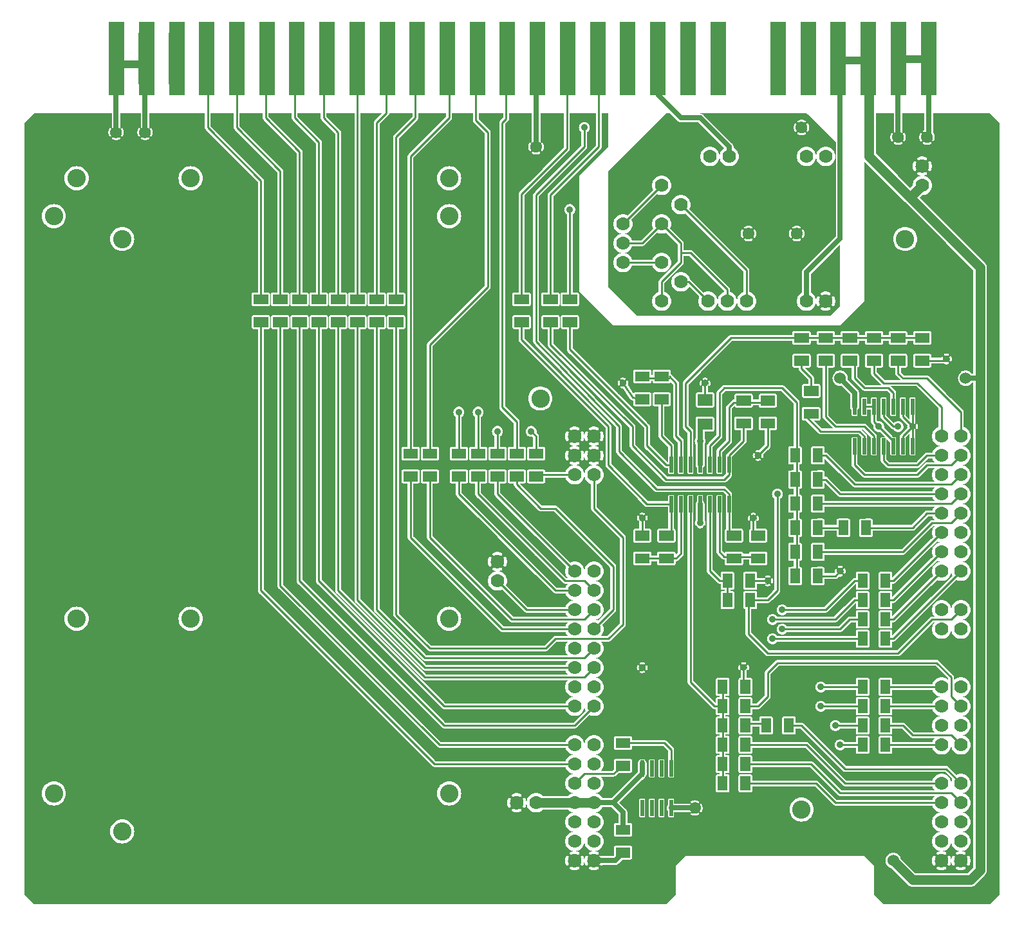
<source format=gtl>
G04 start of page 2 for group 0 idx 0 *
G04 Title: (unknown), top *
G04 Creator: pcb 20140316 *
G04 CreationDate: Sat 08 Jul 2017 15:17:31 GMT UTC *
G04 For: ole *
G04 Format: Gerber/RS-274X *
G04 PCB-Dimensions (mil): 7000.00 6000.00 *
G04 PCB-Coordinate-Origin: lower left *
%MOIN*%
%FSLAX25Y25*%
%LNTOP*%
%ADD28C,0.0780*%
%ADD27C,0.0380*%
%ADD26C,0.0350*%
%ADD25C,0.0200*%
%ADD24C,0.0600*%
%ADD23C,0.0360*%
%ADD22R,0.0590X0.0590*%
%ADD21R,0.0200X0.0200*%
%ADD20R,0.0512X0.0512*%
%ADD19R,0.0800X0.0800*%
%ADD18R,0.0100X0.0100*%
%ADD17C,0.0950*%
%ADD16C,0.0700*%
%ADD15C,0.0500*%
%ADD14C,0.0250*%
%ADD13C,0.0100*%
%ADD12C,0.0400*%
%ADD11C,0.0001*%
G54D11*G36*
X359716Y188500D02*X375218D01*
X375230Y188450D01*
X375531Y187723D01*
X375942Y187052D01*
X376454Y186454D01*
X377052Y185942D01*
X377723Y185531D01*
X378450Y185230D01*
X379215Y185046D01*
X379804Y185000D01*
X379215Y184954D01*
X378450Y184770D01*
X377723Y184469D01*
X377052Y184058D01*
X376454Y183546D01*
X375942Y182948D01*
X375531Y182277D01*
X375230Y181550D01*
X375046Y180785D01*
X374985Y180000D01*
X375046Y179215D01*
X375230Y178450D01*
X375531Y177723D01*
X375942Y177052D01*
X376454Y176454D01*
X377052Y175942D01*
X377723Y175531D01*
X378450Y175230D01*
X379215Y175046D01*
X379804Y175000D01*
X379215Y174954D01*
X378450Y174770D01*
X377723Y174469D01*
X377052Y174058D01*
X376454Y173546D01*
X376414Y173500D01*
X363586D01*
X363546Y173546D01*
X362948Y174058D01*
X362277Y174469D01*
X361550Y174770D01*
X360785Y174954D01*
X360000Y175015D01*
X359716Y174993D01*
Y188500D01*
G37*
G36*
Y198500D02*X375218D01*
X375230Y198450D01*
X375531Y197723D01*
X375942Y197052D01*
X376454Y196454D01*
X377052Y195942D01*
X377723Y195531D01*
X378450Y195230D01*
X379215Y195046D01*
X379804Y195000D01*
X379215Y194954D01*
X378450Y194770D01*
X377723Y194469D01*
X377052Y194058D01*
X376454Y193546D01*
X375942Y192948D01*
X375531Y192277D01*
X375230Y191550D01*
X375218Y191500D01*
X359716D01*
Y198500D01*
G37*
G36*
Y323163D02*X361398Y321481D01*
X361436Y321436D01*
X361615Y321283D01*
X361616Y321283D01*
X361817Y321159D01*
X362035Y321069D01*
X362265Y321014D01*
X362500Y320995D01*
X362559Y321000D01*
X369379D01*
X398500Y291879D01*
Y270621D01*
X392321Y264442D01*
X392277Y264469D01*
X391550Y264770D01*
X390785Y264954D01*
X390196Y265000D01*
X390785Y265046D01*
X391550Y265230D01*
X392277Y265531D01*
X392948Y265942D01*
X393546Y266454D01*
X394058Y267052D01*
X394469Y267723D01*
X394770Y268450D01*
X394954Y269215D01*
X395000Y270000D01*
X394954Y270785D01*
X394770Y271550D01*
X394469Y272277D01*
X394058Y272948D01*
X393546Y273546D01*
X392948Y274058D01*
X392277Y274469D01*
X391550Y274770D01*
X390785Y274954D01*
X390196Y275000D01*
X390785Y275046D01*
X391550Y275230D01*
X392277Y275531D01*
X392948Y275942D01*
X393546Y276454D01*
X394058Y277052D01*
X394469Y277723D01*
X394770Y278450D01*
X394954Y279215D01*
X395000Y280000D01*
X394954Y280785D01*
X394770Y281550D01*
X394469Y282277D01*
X394058Y282948D01*
X393546Y283546D01*
X392948Y284058D01*
X392277Y284469D01*
X391550Y284770D01*
X390785Y284954D01*
X390196Y285000D01*
X390785Y285046D01*
X391550Y285230D01*
X392277Y285531D01*
X392948Y285942D01*
X393546Y286454D01*
X394058Y287052D01*
X394469Y287723D01*
X394770Y288450D01*
X394954Y289215D01*
X395000Y290000D01*
X394954Y290785D01*
X394770Y291550D01*
X394469Y292277D01*
X394058Y292948D01*
X393546Y293546D01*
X392948Y294058D01*
X392277Y294469D01*
X391550Y294770D01*
X390785Y294954D01*
X390000Y295015D01*
X389215Y294954D01*
X388450Y294770D01*
X387723Y294469D01*
X387052Y294058D01*
X386454Y293546D01*
X385942Y292948D01*
X385531Y292277D01*
X385230Y291550D01*
X385046Y290785D01*
X384993Y290112D01*
X384954Y290785D01*
X384770Y291550D01*
X384469Y292277D01*
X384058Y292948D01*
X383546Y293546D01*
X382948Y294058D01*
X382277Y294469D01*
X381550Y294770D01*
X380785Y294954D01*
X380000Y295015D01*
X379215Y294954D01*
X378450Y294770D01*
X377723Y294469D01*
X377679Y294442D01*
X359716Y312406D01*
Y323163D01*
G37*
G36*
Y335540D02*X363897Y335545D01*
X364050Y335582D01*
X364195Y335642D01*
X364330Y335724D01*
X364449Y335827D01*
X364552Y335946D01*
X364634Y336081D01*
X364694Y336226D01*
X364731Y336379D01*
X364740Y336536D01*
X364737Y338500D01*
X375218D01*
X375230Y338450D01*
X375531Y337723D01*
X375942Y337052D01*
X376454Y336454D01*
X377052Y335942D01*
X377723Y335531D01*
X378450Y335230D01*
X379215Y335046D01*
X380000Y334985D01*
X380785Y335046D01*
X381550Y335230D01*
X382277Y335531D01*
X382948Y335942D01*
X383546Y336454D01*
X384058Y337052D01*
X384469Y337723D01*
X384770Y338450D01*
X384954Y339215D01*
X384993Y339888D01*
X385046Y339215D01*
X385230Y338450D01*
X385531Y337723D01*
X385942Y337052D01*
X386454Y336454D01*
X387052Y335942D01*
X387723Y335531D01*
X388450Y335230D01*
X388500Y335218D01*
Y322559D01*
X388495Y322500D01*
X388514Y322265D01*
X388569Y322035D01*
X388659Y321817D01*
X388783Y321616D01*
X388936Y321436D01*
X388981Y321398D01*
X403500Y306879D01*
Y263121D01*
X396879Y256500D01*
X393586D01*
X394058Y257052D01*
X394469Y257723D01*
X394770Y258450D01*
X394954Y259215D01*
X395000Y260000D01*
X394954Y260785D01*
X394770Y261550D01*
X394469Y262277D01*
X394442Y262321D01*
X401019Y268898D01*
X401064Y268936D01*
X401217Y269115D01*
X401217Y269116D01*
X401341Y269317D01*
X401431Y269535D01*
X401486Y269765D01*
X401505Y270000D01*
X401500Y270059D01*
Y292441D01*
X401505Y292500D01*
X401486Y292735D01*
X401431Y292965D01*
X401341Y293183D01*
X401217Y293384D01*
X401064Y293564D01*
X401019Y293602D01*
X371102Y323519D01*
X371064Y323564D01*
X370884Y323717D01*
X370683Y323841D01*
X370465Y323931D01*
X370235Y323986D01*
X370000Y324005D01*
X369941Y324000D01*
X363121D01*
X359716Y327406D01*
Y335540D01*
G37*
G36*
Y218500D02*X375218D01*
X375230Y218450D01*
X375531Y217723D01*
X375942Y217052D01*
X376454Y216454D01*
X377052Y215942D01*
X377723Y215531D01*
X378450Y215230D01*
X379215Y215046D01*
X380000Y214985D01*
X380785Y215046D01*
X381550Y215230D01*
X382277Y215531D01*
X382948Y215942D01*
X383546Y216454D01*
X384058Y217052D01*
X384469Y217723D01*
X384770Y218450D01*
X384954Y219215D01*
X384993Y219888D01*
X385046Y219215D01*
X385230Y218450D01*
X385531Y217723D01*
X385558Y217679D01*
X379379Y211500D01*
X359716D01*
Y218500D01*
G37*
G36*
Y233500D02*X376414D01*
X375942Y232948D01*
X375531Y232277D01*
X375230Y231550D01*
X375046Y230785D01*
X374985Y230000D01*
X375046Y229215D01*
X375230Y228450D01*
X375531Y227723D01*
X375942Y227052D01*
X376454Y226454D01*
X377052Y225942D01*
X377723Y225531D01*
X378450Y225230D01*
X379215Y225046D01*
X379804Y225000D01*
X379215Y224954D01*
X378450Y224770D01*
X377723Y224469D01*
X377052Y224058D01*
X376454Y223546D01*
X375942Y222948D01*
X375531Y222277D01*
X375230Y221550D01*
X375218Y221500D01*
X359716D01*
Y233500D01*
G37*
G36*
Y238500D02*X375218D01*
X375230Y238450D01*
X375531Y237723D01*
X375942Y237052D01*
X376414Y236500D01*
X359716D01*
Y238500D01*
G37*
G36*
Y243500D02*X376414D01*
X375942Y242948D01*
X375531Y242277D01*
X375230Y241550D01*
X375218Y241500D01*
X359716D01*
Y243500D01*
G37*
G36*
Y248500D02*X364941D01*
X365000Y248495D01*
X365235Y248514D01*
X365235Y248514D01*
X365465Y248569D01*
X365683Y248659D01*
X365884Y248783D01*
X366064Y248936D01*
X366102Y248981D01*
X370621Y253500D01*
X376414D01*
X375942Y252948D01*
X375531Y252277D01*
X375230Y251550D01*
X375046Y250785D01*
X374985Y250000D01*
X375046Y249215D01*
X375230Y248450D01*
X375531Y247723D01*
X375942Y247052D01*
X376414Y246500D01*
X359716D01*
Y248500D01*
G37*
G36*
Y258500D02*X375218D01*
X375230Y258450D01*
X375531Y257723D01*
X375942Y257052D01*
X376414Y256500D01*
X370059D01*
X370000Y256505D01*
X369765Y256486D01*
X369535Y256431D01*
X369317Y256341D01*
X369116Y256217D01*
X369115Y256217D01*
X368936Y256064D01*
X368898Y256019D01*
X364379Y251500D01*
X359716D01*
Y258500D01*
G37*
G36*
Y263500D02*X376414D01*
X375942Y262948D01*
X375531Y262277D01*
X375230Y261550D01*
X375218Y261500D01*
X359716D01*
Y263500D01*
G37*
G36*
Y268500D02*X375218D01*
X375230Y268450D01*
X375531Y267723D01*
X375942Y267052D01*
X376414Y266500D01*
X359716D01*
Y268500D01*
G37*
G36*
Y288163D02*X368898Y278981D01*
X368936Y278936D01*
X369116Y278783D01*
X369317Y278659D01*
X369535Y278569D01*
X369765Y278514D01*
X370000Y278495D01*
X370059Y278500D01*
X375218D01*
X375230Y278450D01*
X375531Y277723D01*
X375942Y277052D01*
X376454Y276454D01*
X377052Y275942D01*
X377723Y275531D01*
X378450Y275230D01*
X379215Y275046D01*
X379804Y275000D01*
X379215Y274954D01*
X378450Y274770D01*
X377723Y274469D01*
X377052Y274058D01*
X376454Y273546D01*
X375942Y272948D01*
X375531Y272277D01*
X375230Y271550D01*
X375218Y271500D01*
X359716D01*
Y288163D01*
G37*
G36*
Y298163D02*X373898Y283981D01*
X373936Y283936D01*
X374116Y283783D01*
X374317Y283659D01*
X374535Y283569D01*
X374765Y283514D01*
X375000Y283495D01*
X375059Y283500D01*
X376414D01*
X376410Y283495D01*
X375942Y282948D01*
X375531Y282277D01*
X375230Y281550D01*
X375218Y281500D01*
X370621D01*
X359716Y292406D01*
Y298163D01*
G37*
G36*
Y308163D02*X375558Y292321D01*
X375531Y292277D01*
X375230Y291550D01*
X375046Y290785D01*
X374985Y290000D01*
X375046Y289215D01*
X375230Y288450D01*
X375531Y287723D01*
X375942Y287052D01*
X376414Y286500D01*
X375621D01*
X359716Y302406D01*
Y308163D01*
G37*
G36*
X469118Y195266D02*X471121Y195269D01*
X471274Y195306D01*
X471419Y195366D01*
X471554Y195448D01*
X471673Y195551D01*
X471776Y195670D01*
X471858Y195805D01*
X471918Y195950D01*
X471955Y196103D01*
X471964Y196260D01*
X471961Y198500D01*
X499379D01*
X518898Y178981D01*
X518936Y178936D01*
X519116Y178783D01*
X519317Y178659D01*
X519535Y178569D01*
X519765Y178514D01*
X520000Y178495D01*
X520059Y178500D01*
X565218D01*
X565230Y178450D01*
X565531Y177723D01*
X565942Y177052D01*
X566414Y176500D01*
X518121D01*
X503602Y191019D01*
X503564Y191064D01*
X503384Y191217D01*
X503183Y191341D01*
X502965Y191431D01*
X502735Y191486D01*
X502500Y191505D01*
X502441Y191500D01*
X471958D01*
X471955Y193897D01*
X471918Y194050D01*
X471858Y194195D01*
X471776Y194330D01*
X471673Y194449D01*
X471554Y194552D01*
X471419Y194634D01*
X471274Y194694D01*
X471121Y194731D01*
X470964Y194740D01*
X469118Y194737D01*
Y195266D01*
G37*
G36*
X470964Y184740D02*X469118Y184737D01*
Y185266D01*
X471121Y185269D01*
X471274Y185306D01*
X471419Y185366D01*
X471554Y185448D01*
X471673Y185551D01*
X471776Y185670D01*
X471858Y185805D01*
X471918Y185950D01*
X471955Y186103D01*
X471964Y186260D01*
X471961Y188500D01*
X501879D01*
X516398Y173981D01*
X516436Y173936D01*
X516615Y173783D01*
X516616Y173783D01*
X516817Y173659D01*
X517035Y173569D01*
X517265Y173514D01*
X517500Y173495D01*
X517559Y173500D01*
X566414D01*
X565942Y172948D01*
X565531Y172277D01*
X565230Y171550D01*
X565218Y171500D01*
X515621D01*
X506102Y181019D01*
X506064Y181064D01*
X505884Y181217D01*
X505683Y181341D01*
X505465Y181431D01*
X505235Y181486D01*
X505235Y181486D01*
X505000Y181505D01*
X504941Y181500D01*
X471958D01*
X471955Y183897D01*
X471918Y184050D01*
X471858Y184195D01*
X471776Y184330D01*
X471673Y184449D01*
X471554Y184552D01*
X471419Y184634D01*
X471274Y184694D01*
X471121Y184731D01*
X470964Y184740D01*
G37*
G36*
X517132Y328546D02*X517265Y328514D01*
X517500Y328495D01*
X517559Y328500D01*
X565218D01*
X565230Y328450D01*
X565531Y327723D01*
X565942Y327052D01*
X566414Y326500D01*
X537500D01*
X537500Y326500D01*
X517132D01*
Y328546D01*
G37*
G36*
Y340746D02*X523898Y333981D01*
X523936Y333936D01*
X524115Y333783D01*
X524116Y333783D01*
X524317Y333659D01*
X524535Y333569D01*
X524765Y333514D01*
X525000Y333495D01*
X525059Y333500D01*
X566414D01*
X565942Y332948D01*
X565531Y332277D01*
X565230Y331550D01*
X565218Y331500D01*
X518121D01*
X517132Y332489D01*
Y340746D01*
G37*
G36*
Y307761D02*X521811Y307769D01*
X521964Y307806D01*
X522109Y307866D01*
X522244Y307948D01*
X522363Y308051D01*
X522466Y308170D01*
X522548Y308305D01*
X522608Y308450D01*
X522645Y308603D01*
X522654Y308760D01*
X522645Y316397D01*
X522608Y316550D01*
X522548Y316695D01*
X522466Y316830D01*
X522363Y316949D01*
X522244Y317052D01*
X522109Y317134D01*
X521964Y317194D01*
X521811Y317231D01*
X521654Y317240D01*
X517132Y317232D01*
Y323500D01*
X537500D01*
X537500Y323500D01*
X566414D01*
X565942Y322948D01*
X565531Y322277D01*
X565230Y321550D01*
X565218Y321500D01*
X562559D01*
X562500Y321505D01*
X562265Y321486D01*
X562035Y321431D01*
X561817Y321341D01*
X561616Y321217D01*
X561615Y321217D01*
X561436Y321064D01*
X561398Y321019D01*
X554379Y314000D01*
X534458D01*
X534455Y316397D01*
X534418Y316550D01*
X534358Y316695D01*
X534276Y316830D01*
X534173Y316949D01*
X534054Y317052D01*
X533919Y317134D01*
X533774Y317194D01*
X533621Y317231D01*
X533464Y317240D01*
X528189Y317231D01*
X528036Y317194D01*
X527891Y317134D01*
X527756Y317052D01*
X527637Y316949D01*
X527534Y316830D01*
X527452Y316695D01*
X527392Y316550D01*
X527355Y316397D01*
X527346Y316240D01*
X527355Y308603D01*
X527392Y308450D01*
X527452Y308305D01*
X527534Y308170D01*
X527637Y308051D01*
X527756Y307948D01*
X527891Y307866D01*
X528036Y307806D01*
X528189Y307769D01*
X528346Y307760D01*
X533621Y307769D01*
X533774Y307806D01*
X533919Y307866D01*
X534054Y307948D01*
X534173Y308051D01*
X534276Y308170D01*
X534358Y308305D01*
X534418Y308450D01*
X534455Y308603D01*
X534464Y308760D01*
X534461Y311000D01*
X554941D01*
X555000Y310995D01*
X555235Y311014D01*
X555235Y311014D01*
X555465Y311069D01*
X555683Y311159D01*
X555884Y311283D01*
X556064Y311436D01*
X556102Y311481D01*
X563121Y318500D01*
X565218D01*
X565230Y318450D01*
X565531Y317723D01*
X565942Y317052D01*
X566414Y316500D01*
X565059D01*
X565000Y316505D01*
X564765Y316486D01*
X564535Y316431D01*
X564317Y316341D01*
X564116Y316217D01*
X564115Y316217D01*
X563936Y316064D01*
X563898Y316019D01*
X549379Y301500D01*
X517132D01*
Y307761D01*
G37*
G36*
Y188246D02*X518898Y186481D01*
X518936Y186436D01*
X519115Y186283D01*
X519116Y186283D01*
X519317Y186159D01*
X519535Y186069D01*
X519765Y186014D01*
X520000Y185995D01*
X520059Y186000D01*
X571879D01*
X575558Y182321D01*
X575531Y182277D01*
X575230Y181550D01*
X575046Y180785D01*
X574993Y180112D01*
X574954Y180785D01*
X574770Y181550D01*
X574469Y182277D01*
X574058Y182948D01*
X573546Y183546D01*
X572948Y184058D01*
X572277Y184469D01*
X571550Y184770D01*
X570785Y184954D01*
X570000Y185015D01*
X569215Y184954D01*
X568450Y184770D01*
X567723Y184469D01*
X567052Y184058D01*
X566454Y183546D01*
X565942Y182948D01*
X565531Y182277D01*
X565230Y181550D01*
X565218Y181500D01*
X520621D01*
X517132Y184989D01*
Y188246D01*
G37*
G36*
X564632Y343500D02*X566414D01*
X565942Y342948D01*
X565531Y342277D01*
X565230Y341550D01*
X565046Y340785D01*
X564985Y340000D01*
X565046Y339215D01*
X565230Y338450D01*
X565531Y337723D01*
X565942Y337052D01*
X566414Y336500D01*
X564632D01*
Y343500D01*
G37*
G36*
Y348500D02*X565218D01*
X565230Y348450D01*
X565531Y347723D01*
X565942Y347052D01*
X566414Y346500D01*
X564632D01*
Y348500D01*
G37*
G36*
Y378246D02*X568500Y374379D01*
Y364782D01*
X568450Y364770D01*
X567723Y364469D01*
X567052Y364058D01*
X566454Y363546D01*
X565942Y362948D01*
X565531Y362277D01*
X565230Y361550D01*
X565046Y360785D01*
X564985Y360000D01*
X565046Y359215D01*
X565230Y358450D01*
X565531Y357723D01*
X565942Y357052D01*
X566454Y356454D01*
X567052Y355942D01*
X567723Y355531D01*
X568450Y355230D01*
X569215Y355046D01*
X569804Y355000D01*
X569215Y354954D01*
X568450Y354770D01*
X567723Y354469D01*
X567052Y354058D01*
X566454Y353546D01*
X565942Y352948D01*
X565531Y352277D01*
X565230Y351550D01*
X565218Y351500D01*
X564632D01*
Y378246D01*
G37*
G36*
Y282511D02*X567679Y285558D01*
X567723Y285531D01*
X568450Y285230D01*
X569215Y285046D01*
X570000Y284985D01*
X570785Y285046D01*
X571550Y285230D01*
X572277Y285531D01*
X572948Y285942D01*
X573546Y286454D01*
X574058Y287052D01*
X574469Y287723D01*
X574770Y288450D01*
X574954Y289215D01*
X574993Y289888D01*
X575046Y289215D01*
X575230Y288450D01*
X575531Y287723D01*
X575558Y287679D01*
X564632Y276754D01*
Y282511D01*
G37*
G36*
Y292511D02*X567679Y295558D01*
X567723Y295531D01*
X568450Y295230D01*
X569215Y295046D01*
X569804Y295000D01*
X569215Y294954D01*
X568450Y294770D01*
X567723Y294469D01*
X567052Y294058D01*
X566454Y293546D01*
X565942Y292948D01*
X565531Y292277D01*
X565230Y291550D01*
X565046Y290785D01*
X564985Y290000D01*
X565046Y289215D01*
X565230Y288450D01*
X565531Y287723D01*
X565558Y287679D01*
X564632Y286754D01*
Y292511D01*
G37*
G36*
Y302511D02*X567679Y305558D01*
X567723Y305531D01*
X568450Y305230D01*
X569215Y305046D01*
X569804Y305000D01*
X569215Y304954D01*
X568450Y304770D01*
X567723Y304469D01*
X567052Y304058D01*
X566454Y303546D01*
X565942Y302948D01*
X565531Y302277D01*
X565230Y301550D01*
X565046Y300785D01*
X564985Y300000D01*
X565046Y299215D01*
X565230Y298450D01*
X565531Y297723D01*
X565558Y297679D01*
X564632Y296754D01*
Y302511D01*
G37*
G36*
Y312511D02*X565621Y313500D01*
X566414D01*
X565942Y312948D01*
X565531Y312277D01*
X565230Y311550D01*
X565046Y310785D01*
X564985Y310000D01*
X565046Y309215D01*
X565230Y308450D01*
X565531Y307723D01*
X565558Y307679D01*
X564632Y306754D01*
Y312511D01*
G37*
G36*
Y203500D02*X566414D01*
X565942Y202948D01*
X565531Y202277D01*
X565230Y201550D01*
X565218Y201500D01*
X564632D01*
Y203500D01*
G37*
G36*
Y218500D02*X565218D01*
X565230Y218450D01*
X565531Y217723D01*
X565942Y217052D01*
X566454Y216454D01*
X567052Y215942D01*
X567723Y215531D01*
X568450Y215230D01*
X569215Y215046D01*
X569804Y215000D01*
X569215Y214954D01*
X568450Y214770D01*
X567723Y214469D01*
X567052Y214058D01*
X566454Y213546D01*
X565942Y212948D01*
X565531Y212277D01*
X565230Y211550D01*
X565046Y210785D01*
X564985Y210000D01*
X565046Y209215D01*
X565230Y208450D01*
X565531Y207723D01*
X565942Y207052D01*
X566414Y206500D01*
X564632D01*
Y218500D01*
G37*
G36*
Y228500D02*X565218D01*
X565230Y228450D01*
X565531Y227723D01*
X565942Y227052D01*
X566454Y226454D01*
X567052Y225942D01*
X567723Y225531D01*
X568450Y225230D01*
X569215Y225046D01*
X569804Y225000D01*
X569215Y224954D01*
X568450Y224770D01*
X567723Y224469D01*
X567052Y224058D01*
X566454Y223546D01*
X565942Y222948D01*
X565531Y222277D01*
X565230Y221550D01*
X565218Y221500D01*
X564632D01*
Y228500D01*
G37*
G36*
Y241000D02*X566879D01*
X573500Y234379D01*
Y233586D01*
X572948Y234058D01*
X572277Y234469D01*
X571550Y234770D01*
X570785Y234954D01*
X570000Y235015D01*
X569215Y234954D01*
X568450Y234770D01*
X567723Y234469D01*
X567052Y234058D01*
X566454Y233546D01*
X565942Y232948D01*
X565531Y232277D01*
X565230Y231550D01*
X565218Y231500D01*
X564632D01*
Y241000D01*
G37*
G36*
Y126500D02*X584863D01*
X585000Y126489D01*
X585549Y126532D01*
X585549Y126532D01*
X586085Y126661D01*
X586594Y126872D01*
X587064Y127160D01*
X587483Y127517D01*
X587572Y127622D01*
X592378Y132428D01*
X592483Y132517D01*
X592840Y132936D01*
X593128Y133406D01*
X593339Y133915D01*
X593468Y134451D01*
X593511Y135000D01*
X593500Y135137D01*
Y447363D01*
X593511Y447500D01*
X593468Y448049D01*
X593468Y448049D01*
X593339Y448585D01*
X593128Y449094D01*
X592840Y449564D01*
X592483Y449983D01*
X592378Y450072D01*
X564632Y477817D01*
Y488118D01*
X564770Y488450D01*
X564954Y489215D01*
X565000Y490000D01*
X564954Y490785D01*
X564770Y491550D01*
X564632Y491882D01*
Y498126D01*
X564725Y498348D01*
X564862Y498809D01*
X564954Y499281D01*
X565000Y499760D01*
Y500240D01*
X564954Y500719D01*
X564862Y501191D01*
X564725Y501652D01*
X564632Y501882D01*
Y511711D01*
X564633Y511712D01*
X564661Y511786D01*
X564677Y511863D01*
X564681Y511942D01*
X564673Y512021D01*
X564652Y512097D01*
X564632Y512142D01*
Y513950D01*
X564859Y514177D01*
X564927Y514235D01*
X565156Y514504D01*
X565157Y514504D01*
X565342Y514806D01*
X565477Y515133D01*
X565492Y515194D01*
X565497Y515136D01*
Y514864D01*
X565472Y514592D01*
X565423Y514324D01*
X565350Y514062D01*
X565253Y513807D01*
X565133Y513563D01*
X565100Y513491D01*
X565079Y513416D01*
X565071Y513337D01*
X565075Y513259D01*
X565091Y513182D01*
X565119Y513108D01*
X565158Y513040D01*
X565207Y512979D01*
X565266Y512926D01*
X565332Y512883D01*
X565404Y512851D01*
X565480Y512830D01*
X565558Y512822D01*
X565636Y512826D01*
X565713Y512842D01*
X565787Y512870D01*
X565855Y512909D01*
X565916Y512958D01*
X565969Y513017D01*
X566011Y513083D01*
X566174Y513408D01*
X566303Y513748D01*
X566401Y514098D01*
X566467Y514456D01*
X566500Y514818D01*
Y515182D01*
X566467Y515544D01*
X566401Y515902D01*
X566303Y516252D01*
X566174Y516592D01*
X566015Y516919D01*
X565972Y516985D01*
X565919Y517044D01*
X565857Y517094D01*
X565788Y517133D01*
X565714Y517161D01*
X565637Y517177D01*
X565581Y517180D01*
Y527500D01*
X595000D01*
X600000Y522500D01*
Y122500D01*
X595000Y117500D01*
X564632D01*
Y126500D01*
G37*
G36*
X584051Y386313D02*X584322Y386425D01*
X584858Y386754D01*
X585337Y387163D01*
X585746Y387642D01*
X585812Y387750D01*
X586500D01*
Y136450D01*
X584051Y134001D01*
Y137494D01*
X584119Y137513D01*
X584226Y137562D01*
X584324Y137628D01*
X584411Y137708D01*
X584484Y137801D01*
X584540Y137904D01*
X584725Y138348D01*
X584862Y138809D01*
X584954Y139281D01*
X585000Y139760D01*
Y140240D01*
X584954Y140719D01*
X584862Y141191D01*
X584725Y141652D01*
X584545Y142098D01*
X584487Y142202D01*
X584414Y142295D01*
X584327Y142375D01*
X584228Y142441D01*
X584120Y142491D01*
X584051Y142510D01*
Y147045D01*
X584058Y147052D01*
X584469Y147723D01*
X584770Y148450D01*
X584954Y149215D01*
X585000Y150000D01*
X584954Y150785D01*
X584770Y151550D01*
X584469Y152277D01*
X584058Y152948D01*
X584051Y152955D01*
Y157045D01*
X584058Y157052D01*
X584469Y157723D01*
X584770Y158450D01*
X584954Y159215D01*
X585000Y160000D01*
X584954Y160785D01*
X584770Y161550D01*
X584469Y162277D01*
X584058Y162948D01*
X584051Y162955D01*
Y167045D01*
X584058Y167052D01*
X584469Y167723D01*
X584770Y168450D01*
X584954Y169215D01*
X585000Y170000D01*
X584954Y170785D01*
X584770Y171550D01*
X584469Y172277D01*
X584058Y172948D01*
X584051Y172955D01*
Y177045D01*
X584058Y177052D01*
X584469Y177723D01*
X584770Y178450D01*
X584954Y179215D01*
X585000Y180000D01*
X584954Y180785D01*
X584770Y181550D01*
X584469Y182277D01*
X584058Y182948D01*
X584051Y182955D01*
Y197045D01*
X584058Y197052D01*
X584469Y197723D01*
X584770Y198450D01*
X584954Y199215D01*
X585000Y200000D01*
X584954Y200785D01*
X584770Y201550D01*
X584469Y202277D01*
X584058Y202948D01*
X584051Y202955D01*
Y207045D01*
X584058Y207052D01*
X584469Y207723D01*
X584770Y208450D01*
X584954Y209215D01*
X585000Y210000D01*
X584954Y210785D01*
X584770Y211550D01*
X584469Y212277D01*
X584058Y212948D01*
X584051Y212955D01*
Y217045D01*
X584058Y217052D01*
X584469Y217723D01*
X584770Y218450D01*
X584954Y219215D01*
X585000Y220000D01*
X584954Y220785D01*
X584770Y221550D01*
X584469Y222277D01*
X584058Y222948D01*
X584051Y222955D01*
Y227045D01*
X584058Y227052D01*
X584469Y227723D01*
X584770Y228450D01*
X584954Y229215D01*
X585000Y230000D01*
X584954Y230785D01*
X584770Y231550D01*
X584469Y232277D01*
X584058Y232948D01*
X584051Y232955D01*
Y257045D01*
X584058Y257052D01*
X584469Y257723D01*
X584770Y258450D01*
X584954Y259215D01*
X585000Y260000D01*
X584954Y260785D01*
X584770Y261550D01*
X584469Y262277D01*
X584058Y262948D01*
X584051Y262955D01*
Y267045D01*
X584058Y267052D01*
X584469Y267723D01*
X584770Y268450D01*
X584954Y269215D01*
X585000Y270000D01*
X584954Y270785D01*
X584770Y271550D01*
X584469Y272277D01*
X584058Y272948D01*
X584051Y272955D01*
Y287045D01*
X584058Y287052D01*
X584469Y287723D01*
X584770Y288450D01*
X584954Y289215D01*
X585000Y290000D01*
X584954Y290785D01*
X584770Y291550D01*
X584469Y292277D01*
X584058Y292948D01*
X584051Y292955D01*
Y297045D01*
X584058Y297052D01*
X584469Y297723D01*
X584770Y298450D01*
X584954Y299215D01*
X585000Y300000D01*
X584954Y300785D01*
X584770Y301550D01*
X584469Y302277D01*
X584058Y302948D01*
X584051Y302955D01*
Y307045D01*
X584058Y307052D01*
X584469Y307723D01*
X584770Y308450D01*
X584954Y309215D01*
X585000Y310000D01*
X584954Y310785D01*
X584770Y311550D01*
X584469Y312277D01*
X584058Y312948D01*
X584051Y312955D01*
Y317045D01*
X584058Y317052D01*
X584469Y317723D01*
X584770Y318450D01*
X584954Y319215D01*
X585000Y320000D01*
X584954Y320785D01*
X584770Y321550D01*
X584469Y322277D01*
X584058Y322948D01*
X584051Y322955D01*
Y327045D01*
X584058Y327052D01*
X584469Y327723D01*
X584770Y328450D01*
X584954Y329215D01*
X585000Y330000D01*
X584954Y330785D01*
X584770Y331550D01*
X584469Y332277D01*
X584058Y332948D01*
X584051Y332955D01*
Y337045D01*
X584058Y337052D01*
X584469Y337723D01*
X584770Y338450D01*
X584954Y339215D01*
X585000Y340000D01*
X584954Y340785D01*
X584770Y341550D01*
X584469Y342277D01*
X584058Y342948D01*
X584051Y342955D01*
Y347045D01*
X584058Y347052D01*
X584469Y347723D01*
X584770Y348450D01*
X584954Y349215D01*
X585000Y350000D01*
X584954Y350785D01*
X584770Y351550D01*
X584469Y352277D01*
X584058Y352948D01*
X584051Y352955D01*
Y357045D01*
X584058Y357052D01*
X584469Y357723D01*
X584770Y358450D01*
X584954Y359215D01*
X585000Y360000D01*
X584954Y360785D01*
X584770Y361550D01*
X584469Y362277D01*
X584058Y362948D01*
X584051Y362955D01*
Y386313D01*
G37*
G36*
Y352955D02*X583546Y353546D01*
X582948Y354058D01*
X582277Y354469D01*
X581550Y354770D01*
X580785Y354954D01*
X580196Y355000D01*
X580785Y355046D01*
X581550Y355230D01*
X582277Y355531D01*
X582948Y355942D01*
X583546Y356454D01*
X584051Y357045D01*
Y352955D01*
G37*
G36*
Y342955D02*X583546Y343546D01*
X582948Y344058D01*
X582277Y344469D01*
X581550Y344770D01*
X580785Y344954D01*
X580196Y345000D01*
X580785Y345046D01*
X581550Y345230D01*
X582277Y345531D01*
X582948Y345942D01*
X583546Y346454D01*
X584051Y347045D01*
Y342955D01*
G37*
G36*
Y332955D02*X583546Y333546D01*
X582948Y334058D01*
X582277Y334469D01*
X581550Y334770D01*
X580785Y334954D01*
X580196Y335000D01*
X580785Y335046D01*
X581550Y335230D01*
X582277Y335531D01*
X582948Y335942D01*
X583546Y336454D01*
X584051Y337045D01*
Y332955D01*
G37*
G36*
Y322955D02*X583546Y323546D01*
X582948Y324058D01*
X582277Y324469D01*
X581550Y324770D01*
X580785Y324954D01*
X580196Y325000D01*
X580785Y325046D01*
X581550Y325230D01*
X582277Y325531D01*
X582948Y325942D01*
X583546Y326454D01*
X584051Y327045D01*
Y322955D01*
G37*
G36*
Y312955D02*X583546Y313546D01*
X582948Y314058D01*
X582277Y314469D01*
X581550Y314770D01*
X580785Y314954D01*
X580196Y315000D01*
X580785Y315046D01*
X581550Y315230D01*
X582277Y315531D01*
X582948Y315942D01*
X583546Y316454D01*
X584051Y317045D01*
Y312955D01*
G37*
G36*
Y302955D02*X583546Y303546D01*
X582948Y304058D01*
X582277Y304469D01*
X581550Y304770D01*
X580785Y304954D01*
X580196Y305000D01*
X580785Y305046D01*
X581550Y305230D01*
X582277Y305531D01*
X582948Y305942D01*
X583546Y306454D01*
X584051Y307045D01*
Y302955D01*
G37*
G36*
Y292955D02*X583546Y293546D01*
X582948Y294058D01*
X582277Y294469D01*
X581550Y294770D01*
X580785Y294954D01*
X580196Y295000D01*
X580785Y295046D01*
X581550Y295230D01*
X582277Y295531D01*
X582948Y295942D01*
X583546Y296454D01*
X584051Y297045D01*
Y292955D01*
G37*
G36*
Y272955D02*X583546Y273546D01*
X582948Y274058D01*
X582277Y274469D01*
X581550Y274770D01*
X580785Y274954D01*
X580002Y275015D01*
Y284985D01*
X580785Y285046D01*
X581550Y285230D01*
X582277Y285531D01*
X582948Y285942D01*
X583546Y286454D01*
X584051Y287045D01*
Y272955D01*
G37*
G36*
Y262955D02*X583546Y263546D01*
X582948Y264058D01*
X582277Y264469D01*
X581550Y264770D01*
X580785Y264954D01*
X580196Y265000D01*
X580785Y265046D01*
X581550Y265230D01*
X582277Y265531D01*
X582948Y265942D01*
X583546Y266454D01*
X584051Y267045D01*
Y262955D01*
G37*
G36*
Y232955D02*X583546Y233546D01*
X582948Y234058D01*
X582277Y234469D01*
X581550Y234770D01*
X580785Y234954D01*
X580002Y235015D01*
Y254985D01*
X580785Y255046D01*
X581550Y255230D01*
X582277Y255531D01*
X582948Y255942D01*
X583546Y256454D01*
X584051Y257045D01*
Y232955D01*
G37*
G36*
Y222955D02*X583546Y223546D01*
X582948Y224058D01*
X582277Y224469D01*
X581550Y224770D01*
X580785Y224954D01*
X580196Y225000D01*
X580785Y225046D01*
X581550Y225230D01*
X582277Y225531D01*
X582948Y225942D01*
X583546Y226454D01*
X584051Y227045D01*
Y222955D01*
G37*
G36*
Y212955D02*X583546Y213546D01*
X582948Y214058D01*
X582277Y214469D01*
X581550Y214770D01*
X580785Y214954D01*
X580196Y215000D01*
X580785Y215046D01*
X581550Y215230D01*
X582277Y215531D01*
X582948Y215942D01*
X583546Y216454D01*
X584051Y217045D01*
Y212955D01*
G37*
G36*
Y202955D02*X583546Y203546D01*
X582948Y204058D01*
X582277Y204469D01*
X581550Y204770D01*
X580785Y204954D01*
X580196Y205000D01*
X580785Y205046D01*
X581550Y205230D01*
X582277Y205531D01*
X582948Y205942D01*
X583546Y206454D01*
X584051Y207045D01*
Y202955D01*
G37*
G36*
Y182955D02*X583546Y183546D01*
X582948Y184058D01*
X582277Y184469D01*
X581550Y184770D01*
X580785Y184954D01*
X580002Y185015D01*
Y194985D01*
X580785Y195046D01*
X581550Y195230D01*
X582277Y195531D01*
X582948Y195942D01*
X583546Y196454D01*
X584051Y197045D01*
Y182955D01*
G37*
G36*
Y172955D02*X583546Y173546D01*
X582948Y174058D01*
X582277Y174469D01*
X581550Y174770D01*
X580785Y174954D01*
X580196Y175000D01*
X580785Y175046D01*
X581550Y175230D01*
X582277Y175531D01*
X582948Y175942D01*
X583546Y176454D01*
X584051Y177045D01*
Y172955D01*
G37*
G36*
Y162955D02*X583546Y163546D01*
X582948Y164058D01*
X582277Y164469D01*
X581550Y164770D01*
X580785Y164954D01*
X580196Y165000D01*
X580785Y165046D01*
X581550Y165230D01*
X582277Y165531D01*
X582948Y165942D01*
X583546Y166454D01*
X584051Y167045D01*
Y162955D01*
G37*
G36*
Y152955D02*X583546Y153546D01*
X582948Y154058D01*
X582277Y154469D01*
X581550Y154770D01*
X580785Y154954D01*
X580196Y155000D01*
X580785Y155046D01*
X581550Y155230D01*
X582277Y155531D01*
X582948Y155942D01*
X583546Y156454D01*
X584051Y157045D01*
Y152955D01*
G37*
G36*
Y134001D02*X583550Y133500D01*
X580002D01*
Y135000D01*
X580240D01*
X580719Y135046D01*
X581191Y135138D01*
X581652Y135275D01*
X582098Y135455D01*
X582202Y135513D01*
X582295Y135586D01*
X582375Y135673D01*
X582441Y135772D01*
X582491Y135880D01*
X582523Y135994D01*
X582537Y136112D01*
X582532Y136231D01*
X582509Y136347D01*
X582468Y136458D01*
X582410Y136562D01*
X582336Y136655D01*
X582249Y136735D01*
X582150Y136801D01*
X582043Y136851D01*
X581928Y136883D01*
X581811Y136897D01*
X581692Y136892D01*
X581576Y136869D01*
X581465Y136826D01*
X581155Y136696D01*
X580833Y136601D01*
X580503Y136536D01*
X580168Y136504D01*
X580002D01*
Y143496D01*
X580168D01*
X580503Y143464D01*
X580833Y143399D01*
X581155Y143304D01*
X581467Y143178D01*
X581577Y143135D01*
X581692Y143112D01*
X581810Y143107D01*
X581928Y143121D01*
X582041Y143153D01*
X582148Y143202D01*
X582247Y143268D01*
X582333Y143348D01*
X582407Y143440D01*
X582464Y143543D01*
X582505Y143654D01*
X582528Y143770D01*
X582533Y143888D01*
X582519Y144005D01*
X582487Y144119D01*
X582438Y144226D01*
X582372Y144324D01*
X582292Y144411D01*
X582199Y144484D01*
X582096Y144540D01*
X581652Y144725D01*
X581191Y144862D01*
X580719Y144954D01*
X580240Y145000D01*
X580196D01*
X580785Y145046D01*
X581550Y145230D01*
X582277Y145531D01*
X582948Y145942D01*
X583546Y146454D01*
X584051Y147045D01*
Y142510D01*
X584006Y142523D01*
X583888Y142537D01*
X583769Y142532D01*
X583653Y142509D01*
X583542Y142468D01*
X583438Y142410D01*
X583345Y142336D01*
X583265Y142249D01*
X583199Y142150D01*
X583149Y142043D01*
X583117Y141928D01*
X583103Y141811D01*
X583108Y141692D01*
X583131Y141576D01*
X583174Y141465D01*
X583304Y141155D01*
X583399Y140833D01*
X583464Y140503D01*
X583496Y140168D01*
Y139832D01*
X583464Y139497D01*
X583399Y139167D01*
X583304Y138845D01*
X583178Y138533D01*
X583135Y138423D01*
X583112Y138308D01*
X583107Y138190D01*
X583121Y138072D01*
X583153Y137959D01*
X583202Y137852D01*
X583268Y137753D01*
X583348Y137667D01*
X583440Y137593D01*
X583543Y137536D01*
X583654Y137495D01*
X583770Y137472D01*
X583888Y137467D01*
X584005Y137481D01*
X584051Y137494D01*
Y134001D01*
G37*
G36*
X580002Y386873D02*X580142Y386754D01*
X580678Y386425D01*
X581260Y386184D01*
X581872Y386037D01*
X582500Y385988D01*
X583128Y386037D01*
X583740Y386184D01*
X584051Y386313D01*
Y362955D01*
X583546Y363546D01*
X582948Y364058D01*
X582277Y364469D01*
X581550Y364770D01*
X581500Y364782D01*
Y372441D01*
X581505Y372500D01*
X581486Y372735D01*
X581486Y372735D01*
X581431Y372965D01*
X581341Y373183D01*
X581217Y373384D01*
X581064Y373564D01*
X581019Y373602D01*
X580002Y374619D01*
Y386873D01*
G37*
G36*
Y452548D02*X586500Y446050D01*
Y392250D01*
X585812D01*
X585746Y392358D01*
X585337Y392837D01*
X584858Y393246D01*
X584322Y393575D01*
X583740Y393816D01*
X583128Y393963D01*
X582500Y394012D01*
X581872Y393963D01*
X581260Y393816D01*
X580678Y393575D01*
X580142Y393246D01*
X580002Y393127D01*
Y452548D01*
G37*
G36*
Y275015D02*X580000Y275015D01*
X579215Y274954D01*
X578450Y274770D01*
X577723Y274469D01*
X577052Y274058D01*
X576454Y273546D01*
X575942Y272948D01*
X575531Y272277D01*
X575230Y271550D01*
X575046Y270785D01*
X574993Y270112D01*
X574954Y270785D01*
X574770Y271550D01*
X574730Y271647D01*
Y282609D01*
X577679Y285558D01*
X577723Y285531D01*
X578450Y285230D01*
X579215Y285046D01*
X580000Y284985D01*
X580002Y284985D01*
Y275015D01*
G37*
G36*
Y235015D02*X580000Y235015D01*
X579215Y234954D01*
X578450Y234770D01*
X577723Y234469D01*
X577052Y234058D01*
X576500Y233586D01*
Y234941D01*
X576505Y235000D01*
X576486Y235235D01*
X576486Y235235D01*
X576431Y235465D01*
X576341Y235683D01*
X576217Y235884D01*
X576064Y236064D01*
X576019Y236102D01*
X574730Y237391D01*
Y258353D01*
X574770Y258450D01*
X574954Y259215D01*
X574993Y259888D01*
X575046Y259215D01*
X575230Y258450D01*
X575531Y257723D01*
X575942Y257052D01*
X576454Y256454D01*
X577052Y255942D01*
X577723Y255531D01*
X578450Y255230D01*
X579215Y255046D01*
X580000Y254985D01*
X580002Y254985D01*
Y235015D01*
G37*
G36*
Y185015D02*X580000Y185015D01*
X579215Y184954D01*
X578450Y184770D01*
X577723Y184469D01*
X577679Y184442D01*
X574730Y187391D01*
Y198353D01*
X574770Y198450D01*
X574954Y199215D01*
X574993Y199888D01*
X575046Y199215D01*
X575230Y198450D01*
X575531Y197723D01*
X575942Y197052D01*
X576454Y196454D01*
X577052Y195942D01*
X577723Y195531D01*
X578450Y195230D01*
X579215Y195046D01*
X580000Y194985D01*
X580002Y194985D01*
Y185015D01*
G37*
G36*
Y133500D02*X575949D01*
Y137490D01*
X575994Y137477D01*
X576112Y137463D01*
X576231Y137468D01*
X576347Y137491D01*
X576458Y137532D01*
X576562Y137590D01*
X576655Y137664D01*
X576735Y137751D01*
X576801Y137850D01*
X576851Y137957D01*
X576883Y138072D01*
X576897Y138189D01*
X576892Y138308D01*
X576869Y138424D01*
X576826Y138535D01*
X576696Y138845D01*
X576601Y139167D01*
X576536Y139497D01*
X576504Y139832D01*
Y140168D01*
X576536Y140503D01*
X576601Y140833D01*
X576696Y141155D01*
X576822Y141467D01*
X576865Y141577D01*
X576888Y141692D01*
X576893Y141810D01*
X576879Y141928D01*
X576847Y142041D01*
X576798Y142148D01*
X576732Y142247D01*
X576652Y142333D01*
X576560Y142407D01*
X576457Y142464D01*
X576346Y142505D01*
X576230Y142528D01*
X576112Y142533D01*
X575995Y142519D01*
X575949Y142506D01*
Y147045D01*
X576454Y146454D01*
X577052Y145942D01*
X577723Y145531D01*
X578450Y145230D01*
X579215Y145046D01*
X579804Y145000D01*
X579760D01*
X579281Y144954D01*
X578809Y144862D01*
X578348Y144725D01*
X577902Y144545D01*
X577798Y144487D01*
X577705Y144414D01*
X577625Y144327D01*
X577559Y144228D01*
X577509Y144120D01*
X577477Y144006D01*
X577463Y143888D01*
X577468Y143769D01*
X577491Y143653D01*
X577532Y143542D01*
X577590Y143438D01*
X577664Y143345D01*
X577751Y143265D01*
X577850Y143199D01*
X577957Y143149D01*
X578072Y143117D01*
X578189Y143103D01*
X578308Y143108D01*
X578424Y143131D01*
X578535Y143174D01*
X578845Y143304D01*
X579167Y143399D01*
X579497Y143464D01*
X579832Y143496D01*
X580002D01*
Y136504D01*
X579832D01*
X579497Y136536D01*
X579167Y136601D01*
X578845Y136696D01*
X578533Y136822D01*
X578423Y136865D01*
X578308Y136888D01*
X578190Y136893D01*
X578072Y136879D01*
X577959Y136847D01*
X577852Y136798D01*
X577753Y136732D01*
X577667Y136652D01*
X577593Y136560D01*
X577536Y136457D01*
X577495Y136346D01*
X577472Y136230D01*
X577467Y136112D01*
X577481Y135995D01*
X577513Y135881D01*
X577562Y135774D01*
X577628Y135676D01*
X577708Y135589D01*
X577801Y135516D01*
X577904Y135460D01*
X578348Y135275D01*
X578809Y135138D01*
X579281Y135046D01*
X579760Y135000D01*
X580002D01*
Y133500D01*
G37*
G36*
X575949D02*X574730D01*
Y138364D01*
X574862Y138809D01*
X574954Y139281D01*
X575000Y139760D01*
Y140240D01*
X574954Y140719D01*
X574862Y141191D01*
X574730Y141636D01*
Y148353D01*
X574770Y148450D01*
X574954Y149215D01*
X574993Y149888D01*
X575046Y149215D01*
X575230Y148450D01*
X575531Y147723D01*
X575942Y147052D01*
X575949Y147045D01*
Y142506D01*
X575881Y142487D01*
X575774Y142438D01*
X575676Y142372D01*
X575589Y142292D01*
X575516Y142199D01*
X575460Y142096D01*
X575275Y141652D01*
X575138Y141191D01*
X575046Y140719D01*
X575000Y140240D01*
Y139760D01*
X575046Y139281D01*
X575138Y138809D01*
X575275Y138348D01*
X575455Y137902D01*
X575513Y137798D01*
X575586Y137705D01*
X575673Y137625D01*
X575772Y137559D01*
X575880Y137509D01*
X575949Y137490D01*
Y133500D01*
G37*
G36*
X574730Y457820D02*X580002Y452548D01*
Y393127D01*
X579663Y392837D01*
X579254Y392358D01*
X578925Y391822D01*
X578684Y391240D01*
X578537Y390628D01*
X578488Y390000D01*
X578537Y389372D01*
X578684Y388760D01*
X578925Y388178D01*
X579254Y387642D01*
X579663Y387163D01*
X580002Y386873D01*
Y374619D01*
X574730Y379891D01*
Y398714D01*
X574798Y398728D01*
X574871Y398755D01*
X574940Y398794D01*
X575002Y398843D01*
X575055Y398901D01*
X575098Y398966D01*
X575130Y399038D01*
X575206Y399271D01*
X575260Y399511D01*
X575292Y399755D01*
X575303Y400000D01*
X575292Y400245D01*
X575260Y400489D01*
X575206Y400729D01*
X575132Y400963D01*
X575100Y401035D01*
X575056Y401100D01*
X575003Y401159D01*
X574941Y401208D01*
X574872Y401246D01*
X574798Y401274D01*
X574730Y401288D01*
Y457820D01*
G37*
G36*
Y271647D02*X574469Y272277D01*
X574058Y272948D01*
X573546Y273546D01*
X572948Y274058D01*
X572277Y274469D01*
X571550Y274770D01*
X570785Y274954D01*
X570000Y275015D01*
X569215Y274954D01*
X568450Y274770D01*
X567723Y274469D01*
X567052Y274058D01*
X566454Y273546D01*
X565942Y272948D01*
X565531Y272277D01*
X565230Y271550D01*
X565046Y270785D01*
X564985Y270000D01*
X565046Y269215D01*
X565230Y268450D01*
X565531Y267723D01*
X565942Y267052D01*
X566414Y266500D01*
X565059D01*
X565000Y266505D01*
X564765Y266486D01*
X564632Y266454D01*
Y272511D01*
X574730Y282609D01*
Y271647D01*
G37*
G36*
Y237391D02*X568602Y243519D01*
X568564Y243564D01*
X568384Y243717D01*
X568183Y243841D01*
X567965Y243931D01*
X567735Y243986D01*
X567735Y243986D01*
X567500Y244005D01*
X567441Y244000D01*
X564632D01*
Y262511D01*
X565621Y263500D01*
X566414D01*
X565942Y262948D01*
X565531Y262277D01*
X565230Y261550D01*
X565046Y260785D01*
X564985Y260000D01*
X565046Y259215D01*
X565230Y258450D01*
X565531Y257723D01*
X565942Y257052D01*
X566454Y256454D01*
X567052Y255942D01*
X567723Y255531D01*
X568450Y255230D01*
X569215Y255046D01*
X570000Y254985D01*
X570785Y255046D01*
X571550Y255230D01*
X572277Y255531D01*
X572948Y255942D01*
X573546Y256454D01*
X574058Y257052D01*
X574469Y257723D01*
X574730Y258353D01*
Y237391D01*
G37*
G36*
Y187391D02*X573602Y188519D01*
X573564Y188564D01*
X573384Y188717D01*
X573183Y188841D01*
X572965Y188931D01*
X572735Y188986D01*
X572500Y189005D01*
X572441Y189000D01*
X564632D01*
Y198500D01*
X565218D01*
X565230Y198450D01*
X565531Y197723D01*
X565942Y197052D01*
X566454Y196454D01*
X567052Y195942D01*
X567723Y195531D01*
X568450Y195230D01*
X569215Y195046D01*
X570000Y194985D01*
X570785Y195046D01*
X571550Y195230D01*
X572277Y195531D01*
X572948Y195942D01*
X573546Y196454D01*
X574058Y197052D01*
X574469Y197723D01*
X574730Y198353D01*
Y187391D01*
G37*
G36*
Y133500D02*X570002D01*
Y135000D01*
X570240D01*
X570719Y135046D01*
X571191Y135138D01*
X571652Y135275D01*
X572098Y135455D01*
X572202Y135513D01*
X572295Y135586D01*
X572375Y135673D01*
X572441Y135772D01*
X572491Y135880D01*
X572523Y135994D01*
X572537Y136112D01*
X572532Y136231D01*
X572509Y136347D01*
X572468Y136458D01*
X572410Y136562D01*
X572336Y136655D01*
X572249Y136735D01*
X572150Y136801D01*
X572043Y136851D01*
X571928Y136883D01*
X571811Y136897D01*
X571692Y136892D01*
X571576Y136869D01*
X571465Y136826D01*
X571155Y136696D01*
X570833Y136601D01*
X570503Y136536D01*
X570168Y136504D01*
X570002D01*
Y143496D01*
X570168D01*
X570503Y143464D01*
X570833Y143399D01*
X571155Y143304D01*
X571467Y143178D01*
X571577Y143135D01*
X571692Y143112D01*
X571810Y143107D01*
X571928Y143121D01*
X572041Y143153D01*
X572148Y143202D01*
X572247Y143268D01*
X572333Y143348D01*
X572407Y143440D01*
X572464Y143543D01*
X572505Y143654D01*
X572528Y143770D01*
X572533Y143888D01*
X572519Y144005D01*
X572487Y144119D01*
X572438Y144226D01*
X572372Y144324D01*
X572292Y144411D01*
X572199Y144484D01*
X572096Y144540D01*
X571652Y144725D01*
X571191Y144862D01*
X570719Y144954D01*
X570240Y145000D01*
X570196D01*
X570785Y145046D01*
X571550Y145230D01*
X572277Y145531D01*
X572948Y145942D01*
X573546Y146454D01*
X574058Y147052D01*
X574469Y147723D01*
X574730Y148353D01*
Y141636D01*
X574725Y141652D01*
X574545Y142098D01*
X574487Y142202D01*
X574414Y142295D01*
X574327Y142375D01*
X574228Y142441D01*
X574120Y142491D01*
X574006Y142523D01*
X573888Y142537D01*
X573769Y142532D01*
X573653Y142509D01*
X573542Y142468D01*
X573438Y142410D01*
X573345Y142336D01*
X573265Y142249D01*
X573199Y142150D01*
X573149Y142043D01*
X573117Y141928D01*
X573103Y141811D01*
X573108Y141692D01*
X573131Y141576D01*
X573174Y141465D01*
X573304Y141155D01*
X573399Y140833D01*
X573464Y140503D01*
X573496Y140168D01*
Y139832D01*
X573464Y139497D01*
X573399Y139167D01*
X573304Y138845D01*
X573178Y138533D01*
X573135Y138423D01*
X573112Y138308D01*
X573107Y138190D01*
X573121Y138072D01*
X573153Y137959D01*
X573202Y137852D01*
X573268Y137753D01*
X573348Y137667D01*
X573440Y137593D01*
X573543Y137536D01*
X573654Y137495D01*
X573770Y137472D01*
X573888Y137467D01*
X574005Y137481D01*
X574119Y137513D01*
X574226Y137562D01*
X574324Y137628D01*
X574411Y137708D01*
X574484Y137801D01*
X574540Y137904D01*
X574725Y138348D01*
X574730Y138364D01*
Y133500D01*
G37*
G36*
X565949Y157045D02*X566454Y156454D01*
X567052Y155942D01*
X567723Y155531D01*
X568450Y155230D01*
X569215Y155046D01*
X569804Y155000D01*
X569215Y154954D01*
X568450Y154770D01*
X567723Y154469D01*
X567052Y154058D01*
X566454Y153546D01*
X565949Y152955D01*
Y157045D01*
G37*
G36*
Y167045D02*X566454Y166454D01*
X567052Y165942D01*
X567723Y165531D01*
X568450Y165230D01*
X569215Y165046D01*
X569804Y165000D01*
X569215Y164954D01*
X568450Y164770D01*
X567723Y164469D01*
X567052Y164058D01*
X566454Y163546D01*
X565949Y162955D01*
Y167045D01*
G37*
G36*
X570002Y133500D02*X565949D01*
Y137490D01*
X565994Y137477D01*
X566112Y137463D01*
X566231Y137468D01*
X566347Y137491D01*
X566458Y137532D01*
X566562Y137590D01*
X566655Y137664D01*
X566735Y137751D01*
X566801Y137850D01*
X566851Y137957D01*
X566883Y138072D01*
X566897Y138189D01*
X566892Y138308D01*
X566869Y138424D01*
X566826Y138535D01*
X566696Y138845D01*
X566601Y139167D01*
X566536Y139497D01*
X566504Y139832D01*
Y140168D01*
X566536Y140503D01*
X566601Y140833D01*
X566696Y141155D01*
X566822Y141467D01*
X566865Y141577D01*
X566888Y141692D01*
X566893Y141810D01*
X566879Y141928D01*
X566847Y142041D01*
X566798Y142148D01*
X566732Y142247D01*
X566652Y142333D01*
X566560Y142407D01*
X566457Y142464D01*
X566346Y142505D01*
X566230Y142528D01*
X566112Y142533D01*
X565995Y142519D01*
X565949Y142506D01*
Y147045D01*
X566454Y146454D01*
X567052Y145942D01*
X567723Y145531D01*
X568450Y145230D01*
X569215Y145046D01*
X569804Y145000D01*
X569760D01*
X569281Y144954D01*
X568809Y144862D01*
X568348Y144725D01*
X567902Y144545D01*
X567798Y144487D01*
X567705Y144414D01*
X567625Y144327D01*
X567559Y144228D01*
X567509Y144120D01*
X567477Y144006D01*
X567463Y143888D01*
X567468Y143769D01*
X567491Y143653D01*
X567532Y143542D01*
X567590Y143438D01*
X567664Y143345D01*
X567751Y143265D01*
X567850Y143199D01*
X567957Y143149D01*
X568072Y143117D01*
X568189Y143103D01*
X568308Y143108D01*
X568424Y143131D01*
X568535Y143174D01*
X568845Y143304D01*
X569167Y143399D01*
X569497Y143464D01*
X569832Y143496D01*
X570002D01*
Y136504D01*
X569832D01*
X569497Y136536D01*
X569167Y136601D01*
X568845Y136696D01*
X568533Y136822D01*
X568423Y136865D01*
X568308Y136888D01*
X568190Y136893D01*
X568072Y136879D01*
X567959Y136847D01*
X567852Y136798D01*
X567753Y136732D01*
X567667Y136652D01*
X567593Y136560D01*
X567536Y136457D01*
X567495Y136346D01*
X567472Y136230D01*
X567467Y136112D01*
X567481Y135995D01*
X567513Y135881D01*
X567562Y135774D01*
X567628Y135676D01*
X567708Y135589D01*
X567801Y135516D01*
X567904Y135460D01*
X568348Y135275D01*
X568809Y135138D01*
X569281Y135046D01*
X569760Y135000D01*
X570002D01*
Y133500D01*
G37*
G36*
X565949D02*X564632D01*
Y168500D01*
X565218D01*
X565230Y168450D01*
X565531Y167723D01*
X565942Y167052D01*
X565949Y167045D01*
Y162955D01*
X565942Y162948D01*
X565531Y162277D01*
X565230Y161550D01*
X565046Y160785D01*
X564985Y160000D01*
X565046Y159215D01*
X565230Y158450D01*
X565531Y157723D01*
X565942Y157052D01*
X565949Y157045D01*
Y152955D01*
X565942Y152948D01*
X565531Y152277D01*
X565230Y151550D01*
X565046Y150785D01*
X564985Y150000D01*
X565046Y149215D01*
X565230Y148450D01*
X565531Y147723D01*
X565942Y147052D01*
X565949Y147045D01*
Y142506D01*
X565881Y142487D01*
X565774Y142438D01*
X565676Y142372D01*
X565589Y142292D01*
X565516Y142199D01*
X565460Y142096D01*
X565275Y141652D01*
X565138Y141191D01*
X565046Y140719D01*
X565000Y140240D01*
Y139760D01*
X565046Y139281D01*
X565138Y138809D01*
X565275Y138348D01*
X565455Y137902D01*
X565513Y137798D01*
X565586Y137705D01*
X565673Y137625D01*
X565772Y137559D01*
X565880Y137509D01*
X565949Y137490D01*
Y133500D01*
G37*
G36*
X572499Y460051D02*X574730Y457820D01*
Y401288D01*
X574721Y401290D01*
X574642Y401293D01*
X574563Y401284D01*
X574487Y401263D01*
X574415Y401230D01*
X574350Y401186D01*
X574291Y401133D01*
X574242Y401071D01*
X574204Y401002D01*
X574176Y400928D01*
X574160Y400851D01*
X574157Y400772D01*
X574166Y400693D01*
X574189Y400618D01*
X574238Y400468D01*
X574272Y400314D01*
X574293Y400158D01*
X574300Y400000D01*
X574293Y399842D01*
X574272Y399686D01*
X574238Y399532D01*
X574190Y399382D01*
X574168Y399306D01*
X574159Y399228D01*
X574162Y399150D01*
X574178Y399073D01*
X574205Y398999D01*
X574244Y398930D01*
X574293Y398869D01*
X574351Y398815D01*
X574416Y398772D01*
X574488Y398739D01*
X574564Y398718D01*
X574642Y398709D01*
X574720Y398712D01*
X574730Y398714D01*
Y379891D01*
X572499Y382122D01*
Y397197D01*
X572500Y397197D01*
X572745Y397208D01*
X572989Y397240D01*
X573229Y397294D01*
X573463Y397368D01*
X573535Y397400D01*
X573600Y397444D01*
X573659Y397497D01*
X573708Y397559D01*
X573746Y397628D01*
X573774Y397702D01*
X573790Y397779D01*
X573793Y397858D01*
X573784Y397937D01*
X573763Y398013D01*
X573730Y398085D01*
X573686Y398150D01*
X573633Y398209D01*
X573571Y398258D01*
X573502Y398296D01*
X573428Y398324D01*
X573351Y398340D01*
X573272Y398343D01*
X573193Y398334D01*
X573118Y398311D01*
X572968Y398262D01*
X572859Y398238D01*
X573561Y398939D01*
X573717Y399116D01*
X573841Y399317D01*
X573931Y399535D01*
X573986Y399765D01*
X574005Y400000D01*
X573986Y400235D01*
X573931Y400465D01*
X573841Y400683D01*
X573717Y400884D01*
X573564Y401064D01*
X573384Y401217D01*
X573183Y401341D01*
X572965Y401431D01*
X572735Y401486D01*
X572500Y401505D01*
X572499Y401505D01*
Y401800D01*
X572500Y401800D01*
X572658Y401793D01*
X572814Y401772D01*
X572968Y401738D01*
X573118Y401690D01*
X573194Y401668D01*
X573272Y401659D01*
X573350Y401662D01*
X573427Y401678D01*
X573501Y401705D01*
X573570Y401744D01*
X573631Y401793D01*
X573685Y401851D01*
X573728Y401916D01*
X573761Y401988D01*
X573782Y402064D01*
X573791Y402142D01*
X573788Y402220D01*
X573772Y402298D01*
X573745Y402371D01*
X573706Y402440D01*
X573657Y402502D01*
X573599Y402555D01*
X573534Y402598D01*
X573462Y402630D01*
X573229Y402706D01*
X572989Y402760D01*
X572745Y402792D01*
X572500Y402803D01*
X572499Y402803D01*
Y460051D01*
G37*
G36*
Y382122D02*X564632Y389989D01*
Y396078D01*
X564634Y396081D01*
X564694Y396226D01*
X564731Y396379D01*
X564740Y396536D01*
X564738Y397595D01*
X571274D01*
X571294Y397560D01*
X571343Y397498D01*
X571401Y397445D01*
X571466Y397402D01*
X571538Y397370D01*
X571771Y397294D01*
X572011Y397240D01*
X572255Y397208D01*
X572499Y397197D01*
Y382122D01*
G37*
G36*
X564632Y467918D02*X572499Y460051D01*
Y402803D01*
X572255Y402792D01*
X572011Y402760D01*
X571771Y402706D01*
X571537Y402632D01*
X571465Y402600D01*
X571400Y402556D01*
X571341Y402503D01*
X571292Y402441D01*
X571254Y402372D01*
X571226Y402298D01*
X571210Y402221D01*
X571207Y402142D01*
X571216Y402063D01*
X571237Y401987D01*
X571270Y401915D01*
X571314Y401850D01*
X571367Y401791D01*
X571429Y401742D01*
X571498Y401704D01*
X571572Y401676D01*
X571649Y401660D01*
X571728Y401657D01*
X571807Y401666D01*
X571882Y401689D01*
X572032Y401738D01*
X572186Y401772D01*
X572342Y401793D01*
X572499Y401800D01*
Y401505D01*
X572265Y401486D01*
X572035Y401431D01*
X571817Y401341D01*
X571616Y401217D01*
X571439Y401061D01*
X570974Y400595D01*
X570802D01*
X570810Y400618D01*
X570832Y400694D01*
X570841Y400772D01*
X570838Y400850D01*
X570822Y400927D01*
X570795Y401001D01*
X570756Y401070D01*
X570707Y401131D01*
X570649Y401185D01*
X570584Y401228D01*
X570512Y401261D01*
X570436Y401282D01*
X570358Y401291D01*
X570280Y401288D01*
X570202Y401272D01*
X570129Y401245D01*
X570060Y401206D01*
X569998Y401157D01*
X569945Y401099D01*
X569902Y401034D01*
X569870Y400962D01*
X569794Y400729D01*
X569764Y400595D01*
X564733D01*
X564731Y401811D01*
X564694Y401964D01*
X564634Y402109D01*
X564632Y402112D01*
Y407888D01*
X564634Y407891D01*
X564694Y408036D01*
X564731Y408189D01*
X564740Y408346D01*
X564731Y413621D01*
X564694Y413774D01*
X564634Y413919D01*
X564632Y413922D01*
Y467918D01*
G37*
G36*
X552500Y338500D02*X557441D01*
X557500Y338495D01*
X557735Y338514D01*
X557735Y338514D01*
X557965Y338569D01*
X558183Y338659D01*
X558384Y338783D01*
X558564Y338936D01*
X558602Y338981D01*
X563121Y343500D01*
X564632D01*
Y336500D01*
X552500D01*
Y338500D01*
G37*
G36*
Y343500D02*X557441D01*
X557500Y343495D01*
X557735Y343514D01*
X557735Y343514D01*
X557965Y343569D01*
X558183Y343659D01*
X558384Y343783D01*
X558564Y343936D01*
X558602Y343981D01*
X563121Y348500D01*
X564632D01*
Y346500D01*
X562559D01*
X562500Y346505D01*
X562265Y346486D01*
X562035Y346431D01*
X561817Y346341D01*
X561616Y346217D01*
X561615Y346217D01*
X561436Y346064D01*
X561398Y346019D01*
X556879Y341500D01*
X552500D01*
Y343500D01*
G37*
G36*
X557230Y385649D02*X564632Y378246D01*
Y351500D01*
X562559D01*
X562500Y351505D01*
X562265Y351486D01*
X562035Y351431D01*
X561817Y351341D01*
X561616Y351217D01*
X561615Y351217D01*
X561436Y351064D01*
X561398Y351019D01*
X557230Y346851D01*
Y363714D01*
X557298Y363728D01*
X557371Y363755D01*
X557440Y363794D01*
X557502Y363843D01*
X557555Y363901D01*
X557598Y363966D01*
X557630Y364038D01*
X557706Y364271D01*
X557760Y364511D01*
X557792Y364755D01*
X557803Y365000D01*
X557792Y365245D01*
X557760Y365489D01*
X557706Y365729D01*
X557632Y365963D01*
X557600Y366035D01*
X557556Y366100D01*
X557503Y366159D01*
X557441Y366208D01*
X557372Y366246D01*
X557298Y366274D01*
X557230Y366288D01*
Y385649D01*
G37*
G36*
X552500Y386000D02*X556879D01*
X557230Y385649D01*
Y366288D01*
X557221Y366290D01*
X557142Y366293D01*
X557063Y366284D01*
X556987Y366263D01*
X556915Y366230D01*
X556850Y366186D01*
X556791Y366133D01*
X556742Y366071D01*
X556704Y366002D01*
X556676Y365928D01*
X556660Y365851D01*
X556657Y365772D01*
X556666Y365693D01*
X556689Y365618D01*
X556738Y365468D01*
X556772Y365314D01*
X556793Y365158D01*
X556800Y365000D01*
X556793Y364842D01*
X556772Y364686D01*
X556738Y364532D01*
X556690Y364382D01*
X556668Y364306D01*
X556659Y364228D01*
X556662Y364150D01*
X556678Y364073D01*
X556705Y363999D01*
X556744Y363930D01*
X556793Y363869D01*
X556851Y363815D01*
X556916Y363772D01*
X556988Y363739D01*
X557064Y363718D01*
X557142Y363709D01*
X557220Y363712D01*
X557230Y363714D01*
Y346851D01*
X556879Y346500D01*
X552500D01*
Y360379D01*
X553500Y361379D01*
Y354750D01*
X553502Y354711D01*
X553505Y350422D01*
X553523Y350345D01*
X553553Y350272D01*
X553594Y350205D01*
X553645Y350145D01*
X553705Y350094D01*
X553772Y350053D01*
X553845Y350023D01*
X553922Y350005D01*
X554000Y350000D01*
X556078Y350005D01*
X556155Y350023D01*
X556228Y350053D01*
X556295Y350094D01*
X556355Y350145D01*
X556406Y350205D01*
X556447Y350272D01*
X556477Y350345D01*
X556495Y350422D01*
X556500Y350500D01*
X556498Y354711D01*
X556500Y354750D01*
Y364941D01*
X556505Y365000D01*
X556500Y365059D01*
Y370250D01*
X556500Y370250D01*
Y375250D01*
X556498Y375289D01*
X556495Y379578D01*
X556477Y379655D01*
X556447Y379728D01*
X556406Y379795D01*
X556355Y379855D01*
X556295Y379906D01*
X556228Y379947D01*
X556155Y379977D01*
X556078Y379995D01*
X556000Y380000D01*
X553922Y379995D01*
X553845Y379977D01*
X553772Y379947D01*
X553705Y379906D01*
X553645Y379855D01*
X553594Y379795D01*
X553553Y379728D01*
X553523Y379655D01*
X553505Y379578D01*
X553500Y379500D01*
X553502Y375289D01*
X553500Y375250D01*
Y370250D01*
X553500Y370250D01*
Y368621D01*
X552500Y369621D01*
Y386000D01*
G37*
G36*
X564632Y389989D02*X563602Y391019D01*
X563564Y391064D01*
X563384Y391217D01*
X563183Y391341D01*
X562965Y391431D01*
X562735Y391486D01*
X562735Y391486D01*
X562500Y391505D01*
X562441Y391500D01*
X552500D01*
Y409405D01*
X555267D01*
X555269Y408189D01*
X555306Y408036D01*
X555366Y407891D01*
X555448Y407756D01*
X555551Y407637D01*
X555670Y407534D01*
X555805Y407452D01*
X555950Y407392D01*
X556103Y407355D01*
X556260Y407346D01*
X563897Y407355D01*
X564050Y407392D01*
X564195Y407452D01*
X564330Y407534D01*
X564449Y407637D01*
X564552Y407756D01*
X564632Y407888D01*
Y402112D01*
X564552Y402244D01*
X564449Y402363D01*
X564330Y402466D01*
X564195Y402548D01*
X564050Y402608D01*
X563897Y402645D01*
X563740Y402654D01*
X556103Y402645D01*
X555950Y402608D01*
X555805Y402548D01*
X555670Y402466D01*
X555551Y402363D01*
X555448Y402244D01*
X555366Y402109D01*
X555306Y401964D01*
X555269Y401811D01*
X555260Y401654D01*
X555269Y396379D01*
X555306Y396226D01*
X555366Y396081D01*
X555448Y395946D01*
X555551Y395827D01*
X555670Y395724D01*
X555805Y395642D01*
X555950Y395582D01*
X556103Y395545D01*
X556260Y395536D01*
X563897Y395545D01*
X564050Y395582D01*
X564195Y395642D01*
X564330Y395724D01*
X564449Y395827D01*
X564552Y395946D01*
X564632Y396078D01*
Y389989D01*
G37*
G36*
X544398Y338500D02*X552500D01*
Y336500D01*
X544398D01*
Y338500D01*
G37*
G36*
Y343500D02*X552500D01*
Y341500D01*
X544398D01*
Y343500D01*
G37*
G36*
Y370501D02*X546078Y370505D01*
X546155Y370523D01*
X546228Y370553D01*
X546295Y370594D01*
X546355Y370645D01*
X546406Y370705D01*
X546447Y370772D01*
X546477Y370845D01*
X546495Y370922D01*
X546500Y371000D01*
X546498Y375211D01*
X546500Y375250D01*
Y382441D01*
X546505Y382500D01*
X546486Y382735D01*
X546431Y382965D01*
X546341Y383183D01*
X546217Y383384D01*
X546064Y383564D01*
X546019Y383602D01*
X544398Y385224D01*
Y386000D01*
X552500D01*
Y369621D01*
X551500Y370621D01*
Y375250D01*
X551498Y375289D01*
X551495Y379578D01*
X551477Y379655D01*
X551447Y379728D01*
X551406Y379795D01*
X551355Y379855D01*
X551295Y379906D01*
X551228Y379947D01*
X551155Y379977D01*
X551078Y379995D01*
X551000Y380000D01*
X548922Y379995D01*
X548845Y379977D01*
X548772Y379947D01*
X548705Y379906D01*
X548645Y379855D01*
X548594Y379795D01*
X548553Y379728D01*
X548523Y379655D01*
X548505Y379578D01*
X548500Y379500D01*
X548502Y375289D01*
X548500Y375250D01*
Y370059D01*
X548495Y370000D01*
X548514Y369765D01*
X548569Y369535D01*
X548659Y369317D01*
X548783Y369116D01*
X548936Y368936D01*
X548981Y368898D01*
X552268Y365611D01*
X552240Y365489D01*
X552208Y365245D01*
X552197Y365000D01*
X552208Y364755D01*
X552240Y364511D01*
X552268Y364389D01*
X548981Y361102D01*
X548936Y361064D01*
X548783Y360884D01*
X548659Y360683D01*
X548569Y360465D01*
X548514Y360235D01*
X548514Y360235D01*
X548495Y360000D01*
X548500Y359941D01*
Y354750D01*
X548502Y354711D01*
X548505Y350422D01*
X548523Y350345D01*
X548553Y350272D01*
X548594Y350205D01*
X548645Y350145D01*
X548705Y350094D01*
X548772Y350053D01*
X548845Y350023D01*
X548922Y350005D01*
X549000Y350000D01*
X551078Y350005D01*
X551155Y350023D01*
X551228Y350053D01*
X551295Y350094D01*
X551355Y350145D01*
X551406Y350205D01*
X551447Y350272D01*
X551477Y350345D01*
X551495Y350422D01*
X551500Y350500D01*
X551498Y354711D01*
X551500Y354750D01*
Y359379D01*
X552500Y360379D01*
Y346500D01*
X544398D01*
Y350001D01*
X546078Y350005D01*
X546155Y350023D01*
X546228Y350053D01*
X546295Y350094D01*
X546355Y350145D01*
X546406Y350205D01*
X546447Y350272D01*
X546477Y350345D01*
X546495Y350422D01*
X546500Y350500D01*
X546498Y354711D01*
X546500Y354750D01*
Y357441D01*
X546505Y357500D01*
X546496Y357608D01*
X546495Y359078D01*
X546477Y359155D01*
X546447Y359228D01*
X546406Y359295D01*
X546355Y359355D01*
X546295Y359406D01*
X546228Y359447D01*
X546155Y359477D01*
X546078Y359495D01*
X546000Y359500D01*
X545123Y359498D01*
X544398Y360224D01*
Y363626D01*
X544535Y363569D01*
X544765Y363514D01*
X545000Y363495D01*
X545059Y363500D01*
X545135D01*
X545228Y363349D01*
X545514Y363014D01*
X545849Y362728D01*
X546225Y362497D01*
X546632Y362329D01*
X547061Y362226D01*
X547500Y362191D01*
X547939Y362226D01*
X548368Y362329D01*
X548775Y362497D01*
X549151Y362728D01*
X549486Y363014D01*
X549772Y363349D01*
X550003Y363725D01*
X550171Y364132D01*
X550274Y364561D01*
X550300Y365000D01*
X550274Y365439D01*
X550171Y365868D01*
X550003Y366275D01*
X549772Y366651D01*
X549486Y366986D01*
X549151Y367272D01*
X548775Y367503D01*
X548368Y367671D01*
X547939Y367774D01*
X547500Y367809D01*
X547061Y367774D01*
X546632Y367671D01*
X546225Y367503D01*
X545849Y367272D01*
X545514Y366986D01*
X545340Y366782D01*
X544398Y367724D01*
Y370501D01*
G37*
G36*
Y395537D02*X546000Y395539D01*
Y392559D01*
X545995Y392500D01*
X546014Y392265D01*
X546069Y392035D01*
X546159Y391817D01*
X546283Y391616D01*
X546283Y391615D01*
X546436Y391436D01*
X546481Y391398D01*
X548879Y389000D01*
X544398D01*
Y395537D01*
G37*
G36*
X552500Y391500D02*X550621D01*
X549000Y393121D01*
Y395542D01*
X551397Y395545D01*
X551550Y395582D01*
X551695Y395642D01*
X551830Y395724D01*
X551949Y395827D01*
X552052Y395946D01*
X552134Y396081D01*
X552194Y396226D01*
X552231Y396379D01*
X552240Y396536D01*
X552231Y401811D01*
X552194Y401964D01*
X552134Y402109D01*
X552052Y402244D01*
X551949Y402363D01*
X551830Y402466D01*
X551695Y402548D01*
X551550Y402608D01*
X551397Y402645D01*
X551240Y402654D01*
X544398Y402646D01*
Y407347D01*
X551397Y407355D01*
X551550Y407392D01*
X551695Y407452D01*
X551830Y407534D01*
X551949Y407637D01*
X552052Y407756D01*
X552134Y407891D01*
X552194Y408036D01*
X552231Y408189D01*
X552240Y408346D01*
X552238Y409405D01*
X552500D01*
Y391500D01*
G37*
G36*
X544398Y346500D02*X543121D01*
X541500Y348121D01*
Y354750D01*
X541498Y354789D01*
X541495Y358883D01*
X543500Y356879D01*
Y354750D01*
X543502Y354711D01*
X543505Y350422D01*
X543523Y350345D01*
X543553Y350272D01*
X543594Y350205D01*
X543645Y350145D01*
X543705Y350094D01*
X543772Y350053D01*
X543845Y350023D01*
X543922Y350005D01*
X544000Y350000D01*
X544398Y350001D01*
Y346500D01*
G37*
G36*
Y385224D02*X543621Y386000D01*
X544398D01*
Y385224D01*
G37*
G36*
Y402646D02*X543603Y402645D01*
X543450Y402608D01*
X543305Y402548D01*
X543170Y402466D01*
X543051Y402363D01*
X542948Y402244D01*
X542866Y402109D01*
X542806Y401964D01*
X542769Y401811D01*
X542760Y401654D01*
X542769Y396379D01*
X542806Y396226D01*
X542866Y396081D01*
X542948Y395946D01*
X543051Y395827D01*
X543170Y395724D01*
X543305Y395642D01*
X543450Y395582D01*
X543603Y395545D01*
X543760Y395536D01*
X544398Y395537D01*
Y389000D01*
X540621D01*
X536500Y393121D01*
Y395542D01*
X538897Y395545D01*
X539050Y395582D01*
X539195Y395642D01*
X539330Y395724D01*
X539449Y395827D01*
X539552Y395946D01*
X539634Y396081D01*
X539694Y396226D01*
X539731Y396379D01*
X539740Y396536D01*
X539731Y401811D01*
X539694Y401964D01*
X539634Y402109D01*
X539552Y402244D01*
X539449Y402363D01*
X539330Y402466D01*
X539195Y402548D01*
X539050Y402608D01*
X538897Y402645D01*
X538740Y402654D01*
X531103Y402645D01*
X530950Y402608D01*
X530805Y402548D01*
X530670Y402466D01*
X530551Y402363D01*
X530448Y402244D01*
X530366Y402109D01*
X530306Y401964D01*
X530269Y401811D01*
X530260Y401654D01*
X530269Y396379D01*
X530306Y396226D01*
X530366Y396081D01*
X530448Y395946D01*
X530551Y395827D01*
X530670Y395724D01*
X530805Y395642D01*
X530950Y395582D01*
X531103Y395545D01*
X531260Y395536D01*
X533500Y395539D01*
Y392559D01*
X533495Y392500D01*
X533514Y392265D01*
X533569Y392035D01*
X533659Y391817D01*
X533783Y391616D01*
X533783Y391615D01*
X533936Y391436D01*
X533981Y391398D01*
X538879Y386500D01*
X530621D01*
X526500Y390621D01*
Y395570D01*
X526550Y395582D01*
X526695Y395642D01*
X526830Y395724D01*
X526949Y395827D01*
X527052Y395946D01*
X527134Y396081D01*
X527194Y396226D01*
X527231Y396379D01*
X527240Y396536D01*
X527231Y401811D01*
X527194Y401964D01*
X527134Y402109D01*
X527052Y402244D01*
X526949Y402363D01*
X526830Y402466D01*
X526695Y402548D01*
X526550Y402608D01*
X526397Y402645D01*
X526240Y402654D01*
X518603Y402645D01*
X518450Y402608D01*
X518305Y402548D01*
X518170Y402466D01*
X518051Y402363D01*
X517948Y402244D01*
X517866Y402109D01*
X517806Y401964D01*
X517769Y401811D01*
X517760Y401654D01*
X517769Y396379D01*
X517806Y396226D01*
X517866Y396081D01*
X517948Y395946D01*
X518051Y395827D01*
X518170Y395724D01*
X518305Y395642D01*
X518450Y395582D01*
X518603Y395545D01*
X518760Y395536D01*
X523500Y395542D01*
Y390059D01*
X523495Y390000D01*
X523514Y389765D01*
X523569Y389535D01*
X523659Y389317D01*
X523783Y389116D01*
X523936Y388936D01*
X523981Y388898D01*
X528898Y383981D01*
X528936Y383936D01*
X529116Y383783D01*
X529317Y383659D01*
X529535Y383569D01*
X529765Y383514D01*
X530000Y383495D01*
X530059Y383500D01*
X541879D01*
X543500Y381879D01*
Y375250D01*
X543502Y375211D01*
X543505Y370922D01*
X543523Y370845D01*
X543553Y370772D01*
X543594Y370705D01*
X543645Y370645D01*
X543705Y370594D01*
X543772Y370553D01*
X543845Y370523D01*
X543922Y370505D01*
X544000Y370500D01*
X544398Y370501D01*
Y367724D01*
X541500Y370621D01*
Y375250D01*
X541498Y375289D01*
X541495Y379578D01*
X541477Y379655D01*
X541447Y379728D01*
X541406Y379795D01*
X541355Y379855D01*
X541295Y379906D01*
X541228Y379947D01*
X541155Y379977D01*
X541078Y379995D01*
X541000Y380000D01*
X538922Y379995D01*
X538845Y379977D01*
X538772Y379947D01*
X538705Y379906D01*
X538645Y379855D01*
X538594Y379795D01*
X538553Y379728D01*
X538523Y379655D01*
X538505Y379578D01*
X538500Y379500D01*
X538502Y375289D01*
X538500Y375250D01*
Y370059D01*
X538495Y370000D01*
X538514Y369765D01*
X538569Y369535D01*
X538659Y369317D01*
X538783Y369116D01*
X538936Y368936D01*
X538981Y368898D01*
X543898Y363981D01*
X543936Y363936D01*
X544116Y363783D01*
X544317Y363659D01*
X544398Y363626D01*
Y360224D01*
X540233Y364389D01*
X540274Y364561D01*
X540300Y365000D01*
X540274Y365439D01*
X540171Y365868D01*
X540003Y366275D01*
X539772Y366651D01*
X539486Y366986D01*
X539151Y367272D01*
X538775Y367503D01*
X538368Y367671D01*
X537939Y367774D01*
X537500Y367809D01*
X537061Y367774D01*
X536889Y367733D01*
X536500Y368121D01*
Y375191D01*
X536505Y375250D01*
X536498Y375339D01*
X536495Y379578D01*
X536477Y379655D01*
X536447Y379728D01*
X536406Y379795D01*
X536355Y379855D01*
X536295Y379906D01*
X536228Y379947D01*
X536155Y379977D01*
X536078Y379995D01*
X536000Y380000D01*
X533922Y379995D01*
X533845Y379977D01*
X533772Y379947D01*
X533705Y379906D01*
X533645Y379855D01*
X533594Y379795D01*
X533553Y379728D01*
X533523Y379655D01*
X533505Y379578D01*
X533500Y379500D01*
X533501Y376750D01*
X531497D01*
X531495Y379578D01*
X531477Y379655D01*
X531447Y379728D01*
X531406Y379795D01*
X531355Y379855D01*
X531295Y379906D01*
X531228Y379947D01*
X531155Y379977D01*
X531078Y379995D01*
X531000Y380000D01*
X528922Y379995D01*
X528845Y379977D01*
X528772Y379947D01*
X528705Y379906D01*
X528645Y379855D01*
X528594Y379795D01*
X528553Y379728D01*
X528523Y379655D01*
X528505Y379578D01*
X528500Y379500D01*
X528502Y375337D01*
X528495Y375250D01*
X528502Y375161D01*
X528505Y370922D01*
X528523Y370845D01*
X528553Y370772D01*
X528594Y370705D01*
X528645Y370645D01*
X528705Y370594D01*
X528772Y370553D01*
X528845Y370523D01*
X528922Y370505D01*
X529000Y370500D01*
X531078Y370505D01*
X531155Y370523D01*
X531228Y370553D01*
X531295Y370594D01*
X531355Y370645D01*
X531406Y370705D01*
X531447Y370772D01*
X531477Y370845D01*
X531495Y370922D01*
X531500Y371000D01*
X531499Y373750D01*
X533500D01*
Y367559D01*
X533495Y367500D01*
X533514Y367265D01*
X533569Y367035D01*
X533659Y366817D01*
X533783Y366616D01*
X533936Y366436D01*
X533981Y366398D01*
X534767Y365611D01*
X534726Y365439D01*
X534691Y365000D01*
X534726Y364561D01*
X534829Y364132D01*
X534997Y363725D01*
X535228Y363349D01*
X535514Y363014D01*
X535849Y362728D01*
X536225Y362497D01*
X536632Y362329D01*
X537061Y362226D01*
X537500Y362191D01*
X537939Y362226D01*
X538111Y362267D01*
X540879Y359500D01*
X538922Y359495D01*
X538845Y359477D01*
X538772Y359447D01*
X538705Y359406D01*
X538645Y359355D01*
X538594Y359295D01*
X538553Y359228D01*
X538523Y359155D01*
X538505Y359078D01*
X538500Y359000D01*
X538502Y354789D01*
X538500Y354750D01*
Y347559D01*
X538495Y347500D01*
X538514Y347265D01*
X538569Y347035D01*
X538659Y346817D01*
X538783Y346616D01*
X538783Y346615D01*
X538936Y346436D01*
X538981Y346398D01*
X541398Y343981D01*
X541436Y343936D01*
X541615Y343783D01*
X541616Y343783D01*
X541817Y343659D01*
X542035Y343569D01*
X542265Y343514D01*
X542500Y343495D01*
X542559Y343500D01*
X544398D01*
Y341500D01*
X530621D01*
X526500Y345621D01*
Y354750D01*
X526498Y354789D01*
X526495Y359078D01*
X526477Y359155D01*
X526447Y359228D01*
X526406Y359295D01*
X526355Y359355D01*
X526295Y359406D01*
X526228Y359447D01*
X526155Y359477D01*
X526078Y359495D01*
X526000Y359500D01*
X523922Y359495D01*
X523845Y359477D01*
X523772Y359447D01*
X523705Y359406D01*
X523645Y359355D01*
X523594Y359295D01*
X523553Y359228D01*
X523523Y359155D01*
X523505Y359078D01*
X523500Y359000D01*
X523502Y354789D01*
X523500Y354750D01*
Y345059D01*
X523495Y345000D01*
X523514Y344765D01*
X523569Y344535D01*
X523659Y344317D01*
X523783Y344116D01*
X523783Y344115D01*
X523936Y343936D01*
X523981Y343898D01*
X528898Y338981D01*
X528936Y338936D01*
X529116Y338783D01*
X529317Y338659D01*
X529535Y338569D01*
X529765Y338514D01*
X530000Y338495D01*
X530059Y338500D01*
X544398D01*
Y336500D01*
X525621D01*
X517132Y344989D01*
Y361000D01*
X526879D01*
X528500Y359379D01*
Y354750D01*
X528502Y354711D01*
X528505Y350422D01*
X528523Y350345D01*
X528553Y350272D01*
X528594Y350205D01*
X528645Y350145D01*
X528705Y350094D01*
X528772Y350053D01*
X528845Y350023D01*
X528922Y350005D01*
X529000Y350000D01*
X531078Y350005D01*
X531155Y350023D01*
X531228Y350053D01*
X531295Y350094D01*
X531355Y350145D01*
X531406Y350205D01*
X531447Y350272D01*
X531477Y350345D01*
X531495Y350422D01*
X531500Y350500D01*
X531498Y354711D01*
X531500Y354750D01*
Y359941D01*
X531505Y360000D01*
X531486Y360235D01*
X531486Y360235D01*
X531431Y360465D01*
X531341Y360683D01*
X531217Y360884D01*
X531064Y361064D01*
X531019Y361102D01*
X528621Y363500D01*
X529379D01*
X533500Y359379D01*
Y354750D01*
X533502Y354711D01*
X533505Y350422D01*
X533523Y350345D01*
X533553Y350272D01*
X533594Y350205D01*
X533645Y350145D01*
X533705Y350094D01*
X533772Y350053D01*
X533845Y350023D01*
X533922Y350005D01*
X534000Y350000D01*
X536078Y350005D01*
X536155Y350023D01*
X536228Y350053D01*
X536295Y350094D01*
X536355Y350145D01*
X536406Y350205D01*
X536447Y350272D01*
X536477Y350345D01*
X536495Y350422D01*
X536500Y350500D01*
X536498Y354711D01*
X536500Y354750D01*
Y359941D01*
X536505Y360000D01*
X536486Y360235D01*
X536486Y360235D01*
X536431Y360465D01*
X536341Y360683D01*
X536217Y360884D01*
X536064Y361064D01*
X536019Y361102D01*
X531102Y366019D01*
X531064Y366064D01*
X530884Y366217D01*
X530683Y366341D01*
X530465Y366431D01*
X530235Y366486D01*
X530000Y366505D01*
X529941Y366500D01*
X517132D01*
Y386017D01*
X517500Y385988D01*
X518128Y386037D01*
X518251Y386067D01*
X522750Y381568D01*
Y375250D01*
X522771Y374897D01*
X522854Y374553D01*
X522989Y374225D01*
X523174Y373923D01*
X523404Y373654D01*
X523503Y373569D01*
X523505Y370922D01*
X523523Y370845D01*
X523553Y370772D01*
X523594Y370705D01*
X523645Y370645D01*
X523705Y370594D01*
X523772Y370553D01*
X523845Y370523D01*
X523922Y370505D01*
X524000Y370500D01*
X526078Y370505D01*
X526155Y370523D01*
X526228Y370553D01*
X526295Y370594D01*
X526355Y370645D01*
X526406Y370705D01*
X526447Y370772D01*
X526477Y370845D01*
X526495Y370922D01*
X526500Y371000D01*
X526499Y373571D01*
X526596Y373654D01*
X526826Y373923D01*
X527011Y374225D01*
X527146Y374553D01*
X527229Y374897D01*
X527250Y375250D01*
Y382412D01*
X527257Y382500D01*
X527229Y382853D01*
X527146Y383197D01*
X527107Y383293D01*
X527011Y383525D01*
X526896Y383712D01*
X526826Y383827D01*
X526826Y383827D01*
X526596Y384096D01*
X526529Y384153D01*
X521433Y389249D01*
X521463Y389372D01*
X521500Y390000D01*
X521463Y390628D01*
X521316Y391240D01*
X521075Y391822D01*
X520746Y392358D01*
X520337Y392837D01*
X519858Y393246D01*
X519322Y393575D01*
X518740Y393816D01*
X518128Y393963D01*
X517500Y394012D01*
X517132Y393983D01*
Y409405D01*
X517767D01*
X517769Y408189D01*
X517806Y408036D01*
X517866Y407891D01*
X517948Y407756D01*
X518051Y407637D01*
X518170Y407534D01*
X518305Y407452D01*
X518450Y407392D01*
X518603Y407355D01*
X518760Y407346D01*
X526397Y407355D01*
X526550Y407392D01*
X526695Y407452D01*
X526830Y407534D01*
X526949Y407637D01*
X527052Y407756D01*
X527134Y407891D01*
X527194Y408036D01*
X527231Y408189D01*
X527240Y408346D01*
X527238Y409405D01*
X530267D01*
X530269Y408189D01*
X530306Y408036D01*
X530366Y407891D01*
X530448Y407756D01*
X530551Y407637D01*
X530670Y407534D01*
X530805Y407452D01*
X530950Y407392D01*
X531103Y407355D01*
X531260Y407346D01*
X538897Y407355D01*
X539050Y407392D01*
X539195Y407452D01*
X539330Y407534D01*
X539449Y407637D01*
X539552Y407756D01*
X539634Y407891D01*
X539694Y408036D01*
X539731Y408189D01*
X539740Y408346D01*
X539738Y409405D01*
X542767D01*
X542769Y408189D01*
X542806Y408036D01*
X542866Y407891D01*
X542948Y407756D01*
X543051Y407637D01*
X543170Y407534D01*
X543305Y407452D01*
X543450Y407392D01*
X543603Y407355D01*
X543760Y407346D01*
X544398Y407347D01*
Y402646D01*
G37*
G36*
X564632Y266454D02*X564535Y266431D01*
X564317Y266341D01*
X564116Y266217D01*
X564115Y266217D01*
X563936Y266064D01*
X563898Y266019D01*
X546879Y249000D01*
X519730D01*
Y253500D01*
X525542D01*
X525545Y251103D01*
X525582Y250950D01*
X525642Y250805D01*
X525724Y250670D01*
X525827Y250551D01*
X525946Y250448D01*
X526081Y250366D01*
X526226Y250306D01*
X526379Y250269D01*
X526536Y250260D01*
X531811Y250269D01*
X531964Y250306D01*
X532109Y250366D01*
X532244Y250448D01*
X532363Y250551D01*
X532466Y250670D01*
X532548Y250805D01*
X532608Y250950D01*
X532645Y251103D01*
X532654Y251260D01*
X532645Y258897D01*
X532608Y259050D01*
X532548Y259195D01*
X532466Y259330D01*
X532363Y259449D01*
X532244Y259552D01*
X532109Y259634D01*
X531964Y259694D01*
X531811Y259731D01*
X531654Y259740D01*
X526379Y259731D01*
X526226Y259694D01*
X526081Y259634D01*
X525946Y259552D01*
X525827Y259449D01*
X525724Y259330D01*
X525642Y259195D01*
X525582Y259050D01*
X525545Y258897D01*
X525536Y258740D01*
X525539Y256500D01*
X519730D01*
Y260109D01*
X523121Y263500D01*
X525542D01*
X525545Y261103D01*
X525582Y260950D01*
X525642Y260805D01*
X525724Y260670D01*
X525827Y260551D01*
X525946Y260448D01*
X526081Y260366D01*
X526226Y260306D01*
X526379Y260269D01*
X526536Y260260D01*
X531811Y260269D01*
X531964Y260306D01*
X532109Y260366D01*
X532244Y260448D01*
X532363Y260551D01*
X532466Y260670D01*
X532548Y260805D01*
X532608Y260950D01*
X532645Y261103D01*
X532654Y261260D01*
X532645Y268897D01*
X532608Y269050D01*
X532548Y269195D01*
X532466Y269330D01*
X532363Y269449D01*
X532244Y269552D01*
X532109Y269634D01*
X531964Y269694D01*
X531811Y269731D01*
X531654Y269740D01*
X526379Y269731D01*
X526226Y269694D01*
X526081Y269634D01*
X525946Y269552D01*
X525827Y269449D01*
X525724Y269330D01*
X525642Y269195D01*
X525582Y269050D01*
X525545Y268897D01*
X525536Y268740D01*
X525539Y266500D01*
X522559D01*
X522500Y266505D01*
X522265Y266486D01*
X522035Y266431D01*
X521817Y266341D01*
X521616Y266217D01*
X521615Y266217D01*
X521436Y266064D01*
X521398Y266019D01*
X519730Y264351D01*
Y267609D01*
X525542Y273421D01*
X525545Y271103D01*
X525582Y270950D01*
X525642Y270805D01*
X525724Y270670D01*
X525827Y270551D01*
X525946Y270448D01*
X526081Y270366D01*
X526226Y270306D01*
X526379Y270269D01*
X526536Y270260D01*
X531811Y270269D01*
X531964Y270306D01*
X532109Y270366D01*
X532244Y270448D01*
X532363Y270551D01*
X532466Y270670D01*
X532548Y270805D01*
X532608Y270950D01*
X532645Y271103D01*
X532654Y271260D01*
X532645Y278897D01*
X532608Y279050D01*
X532548Y279195D01*
X532466Y279330D01*
X532363Y279449D01*
X532244Y279552D01*
X532109Y279634D01*
X531964Y279694D01*
X531811Y279731D01*
X531654Y279740D01*
X526379Y279731D01*
X526226Y279694D01*
X526081Y279634D01*
X525946Y279552D01*
X525827Y279449D01*
X525724Y279330D01*
X525642Y279195D01*
X525582Y279050D01*
X525545Y278897D01*
X525536Y278740D01*
X525539Y276500D01*
X525059D01*
X525000Y276505D01*
X524765Y276486D01*
X524535Y276431D01*
X524317Y276341D01*
X524116Y276217D01*
X524115Y276217D01*
X523936Y276064D01*
X523898Y276019D01*
X519730Y271851D01*
Y277609D01*
X525542Y283421D01*
X525545Y281103D01*
X525582Y280950D01*
X525642Y280805D01*
X525724Y280670D01*
X525827Y280551D01*
X525946Y280448D01*
X526081Y280366D01*
X526226Y280306D01*
X526379Y280269D01*
X526536Y280260D01*
X531811Y280269D01*
X531964Y280306D01*
X532109Y280366D01*
X532244Y280448D01*
X532363Y280551D01*
X532466Y280670D01*
X532548Y280805D01*
X532608Y280950D01*
X532645Y281103D01*
X532654Y281260D01*
X532645Y288897D01*
X532608Y289050D01*
X532548Y289195D01*
X532466Y289330D01*
X532363Y289449D01*
X532244Y289552D01*
X532109Y289634D01*
X531964Y289694D01*
X531811Y289731D01*
X531654Y289740D01*
X526379Y289731D01*
X526226Y289694D01*
X526081Y289634D01*
X525946Y289552D01*
X525827Y289449D01*
X525724Y289330D01*
X525642Y289195D01*
X525582Y289050D01*
X525545Y288897D01*
X525536Y288740D01*
X525539Y286500D01*
X525059D01*
X525000Y286505D01*
X524765Y286486D01*
X524535Y286431D01*
X524317Y286341D01*
X524116Y286217D01*
X524115Y286217D01*
X523936Y286064D01*
X523898Y286019D01*
X519730Y281851D01*
Y288714D01*
X519798Y288728D01*
X519871Y288755D01*
X519940Y288794D01*
X520002Y288843D01*
X520055Y288901D01*
X520098Y288966D01*
X520130Y289038D01*
X520206Y289271D01*
X520260Y289511D01*
X520292Y289755D01*
X520303Y290000D01*
X520292Y290245D01*
X520260Y290489D01*
X520206Y290729D01*
X520132Y290963D01*
X520100Y291035D01*
X520056Y291100D01*
X520003Y291159D01*
X519941Y291208D01*
X519872Y291246D01*
X519798Y291274D01*
X519730Y291288D01*
Y298500D01*
X549941D01*
X550000Y298495D01*
X550235Y298514D01*
X550235Y298514D01*
X550465Y298569D01*
X550683Y298659D01*
X550884Y298783D01*
X551064Y298936D01*
X551102Y298981D01*
X564632Y312511D01*
Y306754D01*
X544458Y286579D01*
X544455Y288897D01*
X544418Y289050D01*
X544358Y289195D01*
X544276Y289330D01*
X544173Y289449D01*
X544054Y289552D01*
X543919Y289634D01*
X543774Y289694D01*
X543621Y289731D01*
X543464Y289740D01*
X538189Y289731D01*
X538036Y289694D01*
X537891Y289634D01*
X537756Y289552D01*
X537637Y289449D01*
X537534Y289330D01*
X537452Y289195D01*
X537392Y289050D01*
X537355Y288897D01*
X537346Y288740D01*
X537355Y281103D01*
X537392Y280950D01*
X537452Y280805D01*
X537534Y280670D01*
X537637Y280551D01*
X537756Y280448D01*
X537891Y280366D01*
X538036Y280306D01*
X538189Y280269D01*
X538346Y280260D01*
X543621Y280269D01*
X543774Y280306D01*
X543919Y280366D01*
X544054Y280448D01*
X544173Y280551D01*
X544276Y280670D01*
X544358Y280805D01*
X544418Y280950D01*
X544455Y281103D01*
X544464Y281260D01*
X544461Y283500D01*
X544941D01*
X545000Y283495D01*
X545235Y283514D01*
X545235Y283514D01*
X545465Y283569D01*
X545683Y283659D01*
X545884Y283783D01*
X546064Y283936D01*
X546102Y283981D01*
X564632Y302511D01*
Y296754D01*
X544458Y276579D01*
X544455Y278897D01*
X544418Y279050D01*
X544358Y279195D01*
X544276Y279330D01*
X544173Y279449D01*
X544054Y279552D01*
X543919Y279634D01*
X543774Y279694D01*
X543621Y279731D01*
X543464Y279740D01*
X538189Y279731D01*
X538036Y279694D01*
X537891Y279634D01*
X537756Y279552D01*
X537637Y279449D01*
X537534Y279330D01*
X537452Y279195D01*
X537392Y279050D01*
X537355Y278897D01*
X537346Y278740D01*
X537355Y271103D01*
X537392Y270950D01*
X537452Y270805D01*
X537534Y270670D01*
X537637Y270551D01*
X537756Y270448D01*
X537891Y270366D01*
X538036Y270306D01*
X538189Y270269D01*
X538346Y270260D01*
X543621Y270269D01*
X543774Y270306D01*
X543919Y270366D01*
X544054Y270448D01*
X544173Y270551D01*
X544276Y270670D01*
X544358Y270805D01*
X544418Y270950D01*
X544455Y271103D01*
X544464Y271260D01*
X544461Y273500D01*
X544941D01*
X545000Y273495D01*
X545235Y273514D01*
X545235Y273514D01*
X545465Y273569D01*
X545683Y273659D01*
X545884Y273783D01*
X546064Y273936D01*
X546102Y273981D01*
X564632Y292511D01*
Y286754D01*
X544458Y266579D01*
X544455Y268897D01*
X544418Y269050D01*
X544358Y269195D01*
X544276Y269330D01*
X544173Y269449D01*
X544054Y269552D01*
X543919Y269634D01*
X543774Y269694D01*
X543621Y269731D01*
X543464Y269740D01*
X538189Y269731D01*
X538036Y269694D01*
X537891Y269634D01*
X537756Y269552D01*
X537637Y269449D01*
X537534Y269330D01*
X537452Y269195D01*
X537392Y269050D01*
X537355Y268897D01*
X537346Y268740D01*
X537355Y261103D01*
X537392Y260950D01*
X537452Y260805D01*
X537534Y260670D01*
X537637Y260551D01*
X537756Y260448D01*
X537891Y260366D01*
X538036Y260306D01*
X538189Y260269D01*
X538346Y260260D01*
X543621Y260269D01*
X543774Y260306D01*
X543919Y260366D01*
X544054Y260448D01*
X544173Y260551D01*
X544276Y260670D01*
X544358Y260805D01*
X544418Y260950D01*
X544455Y261103D01*
X544464Y261260D01*
X544461Y263500D01*
X544941D01*
X545000Y263495D01*
X545235Y263514D01*
X545235Y263514D01*
X545465Y263569D01*
X545683Y263659D01*
X545884Y263783D01*
X546064Y263936D01*
X546102Y263981D01*
X564632Y282511D01*
Y276754D01*
X544458Y256579D01*
X544455Y258897D01*
X544418Y259050D01*
X544358Y259195D01*
X544276Y259330D01*
X544173Y259449D01*
X544054Y259552D01*
X543919Y259634D01*
X543774Y259694D01*
X543621Y259731D01*
X543464Y259740D01*
X538189Y259731D01*
X538036Y259694D01*
X537891Y259634D01*
X537756Y259552D01*
X537637Y259449D01*
X537534Y259330D01*
X537452Y259195D01*
X537392Y259050D01*
X537355Y258897D01*
X537346Y258740D01*
X537355Y251103D01*
X537392Y250950D01*
X537452Y250805D01*
X537534Y250670D01*
X537637Y250551D01*
X537756Y250448D01*
X537891Y250366D01*
X538036Y250306D01*
X538189Y250269D01*
X538346Y250260D01*
X543621Y250269D01*
X543774Y250306D01*
X543919Y250366D01*
X544054Y250448D01*
X544173Y250551D01*
X544276Y250670D01*
X544358Y250805D01*
X544418Y250950D01*
X544455Y251103D01*
X544464Y251260D01*
X544461Y253500D01*
X544941D01*
X545000Y253495D01*
X545235Y253514D01*
X545235Y253514D01*
X545465Y253569D01*
X545683Y253659D01*
X545884Y253783D01*
X546064Y253936D01*
X546102Y253981D01*
X564632Y272511D01*
Y266454D01*
G37*
G36*
X519730Y281851D02*X517132Y279254D01*
Y287224D01*
X517255Y287208D01*
X517500Y287197D01*
X517745Y287208D01*
X517989Y287240D01*
X518229Y287294D01*
X518463Y287368D01*
X518535Y287400D01*
X518600Y287444D01*
X518659Y287497D01*
X518708Y287559D01*
X518746Y287628D01*
X518774Y287702D01*
X518790Y287779D01*
X518793Y287858D01*
X518784Y287937D01*
X518763Y288013D01*
X518730Y288085D01*
X518686Y288150D01*
X518633Y288209D01*
X518571Y288258D01*
X518502Y288296D01*
X518428Y288324D01*
X518351Y288340D01*
X518272Y288343D01*
X518193Y288334D01*
X518118Y288311D01*
X517968Y288262D01*
X517859Y288238D01*
X518561Y288939D01*
X518717Y289116D01*
X518841Y289317D01*
X518931Y289535D01*
X518986Y289765D01*
X519005Y290000D01*
X518986Y290235D01*
X518931Y290465D01*
X518841Y290683D01*
X518717Y290884D01*
X518564Y291064D01*
X518384Y291217D01*
X518183Y291341D01*
X517965Y291431D01*
X517735Y291486D01*
X517500Y291505D01*
X517265Y291486D01*
X517132Y291454D01*
Y291760D01*
X517186Y291772D01*
X517342Y291793D01*
X517500Y291800D01*
X517658Y291793D01*
X517814Y291772D01*
X517968Y291738D01*
X518118Y291690D01*
X518194Y291668D01*
X518272Y291659D01*
X518350Y291662D01*
X518427Y291678D01*
X518501Y291705D01*
X518570Y291744D01*
X518631Y291793D01*
X518685Y291851D01*
X518728Y291916D01*
X518761Y291988D01*
X518782Y292064D01*
X518791Y292142D01*
X518788Y292220D01*
X518772Y292298D01*
X518745Y292371D01*
X518706Y292440D01*
X518657Y292502D01*
X518599Y292555D01*
X518534Y292598D01*
X518462Y292630D01*
X518229Y292706D01*
X517989Y292760D01*
X517745Y292792D01*
X517500Y292803D01*
X517255Y292792D01*
X517132Y292776D01*
Y298500D01*
X519730D01*
Y291288D01*
X519721Y291290D01*
X519642Y291293D01*
X519563Y291284D01*
X519487Y291263D01*
X519415Y291230D01*
X519350Y291186D01*
X519291Y291133D01*
X519242Y291071D01*
X519204Y291002D01*
X519176Y290928D01*
X519160Y290851D01*
X519157Y290772D01*
X519166Y290693D01*
X519189Y290618D01*
X519238Y290468D01*
X519272Y290314D01*
X519293Y290158D01*
X519300Y290000D01*
X519293Y289842D01*
X519272Y289686D01*
X519238Y289532D01*
X519190Y289382D01*
X519168Y289306D01*
X519159Y289228D01*
X519162Y289150D01*
X519178Y289073D01*
X519205Y288999D01*
X519244Y288930D01*
X519293Y288869D01*
X519351Y288815D01*
X519416Y288772D01*
X519488Y288739D01*
X519564Y288718D01*
X519642Y288709D01*
X519720Y288712D01*
X519730Y288714D01*
Y281851D01*
G37*
G36*
Y271851D02*X517132Y269254D01*
Y275011D01*
X519730Y277609D01*
Y271851D01*
G37*
G36*
Y264351D02*X517132Y261754D01*
Y265011D01*
X519730Y267609D01*
Y264351D01*
G37*
G36*
Y256500D02*X517132D01*
Y258500D01*
X517441D01*
X517500Y258495D01*
X517735Y258514D01*
X517735Y258514D01*
X517965Y258569D01*
X518183Y258659D01*
X518384Y258783D01*
X518564Y258936D01*
X518602Y258981D01*
X519730Y260109D01*
Y256500D01*
G37*
G36*
Y249000D02*X517132D01*
Y253500D01*
X519730D01*
Y249000D01*
G37*
G36*
X564632Y244000D02*X517132D01*
Y246000D01*
X547441D01*
X547500Y245995D01*
X547735Y246014D01*
X547735Y246014D01*
X547965Y246069D01*
X548183Y246159D01*
X548384Y246283D01*
X548564Y246436D01*
X548602Y246481D01*
X564632Y262511D01*
Y244000D01*
G37*
G36*
Y189000D02*X520621D01*
X517132Y192489D01*
Y197220D01*
X517500Y197191D01*
X517939Y197226D01*
X518368Y197329D01*
X518775Y197497D01*
X519151Y197728D01*
X519486Y198014D01*
X519772Y198349D01*
X519865Y198500D01*
X525542D01*
X525545Y196103D01*
X525582Y195950D01*
X525642Y195805D01*
X525724Y195670D01*
X525827Y195551D01*
X525946Y195448D01*
X526081Y195366D01*
X526226Y195306D01*
X526379Y195269D01*
X526536Y195260D01*
X531811Y195269D01*
X531964Y195306D01*
X532109Y195366D01*
X532244Y195448D01*
X532363Y195551D01*
X532466Y195670D01*
X532548Y195805D01*
X532608Y195950D01*
X532645Y196103D01*
X532654Y196260D01*
X532645Y203897D01*
X532608Y204050D01*
X532548Y204195D01*
X532466Y204330D01*
X532363Y204449D01*
X532244Y204552D01*
X532109Y204634D01*
X531964Y204694D01*
X531811Y204731D01*
X531654Y204740D01*
X526379Y204731D01*
X526226Y204694D01*
X526081Y204634D01*
X525946Y204552D01*
X525827Y204449D01*
X525724Y204330D01*
X525642Y204195D01*
X525582Y204050D01*
X525545Y203897D01*
X525536Y203740D01*
X525539Y201500D01*
X519865D01*
X519772Y201651D01*
X519486Y201986D01*
X519151Y202272D01*
X518775Y202503D01*
X518368Y202671D01*
X517939Y202774D01*
X517500Y202809D01*
X517132Y202780D01*
Y208185D01*
X517272Y208349D01*
X517365Y208500D01*
X525542D01*
X525545Y206103D01*
X525582Y205950D01*
X525642Y205805D01*
X525724Y205670D01*
X525827Y205551D01*
X525946Y205448D01*
X526081Y205366D01*
X526226Y205306D01*
X526379Y205269D01*
X526536Y205260D01*
X531811Y205269D01*
X531964Y205306D01*
X532109Y205366D01*
X532244Y205448D01*
X532363Y205551D01*
X532466Y205670D01*
X532548Y205805D01*
X532608Y205950D01*
X532645Y206103D01*
X532654Y206260D01*
X532645Y213897D01*
X532608Y214050D01*
X532548Y214195D01*
X532466Y214330D01*
X532363Y214449D01*
X532244Y214552D01*
X532109Y214634D01*
X531964Y214694D01*
X531811Y214731D01*
X531654Y214740D01*
X526379Y214731D01*
X526226Y214694D01*
X526081Y214634D01*
X525946Y214552D01*
X525827Y214449D01*
X525724Y214330D01*
X525642Y214195D01*
X525582Y214050D01*
X525545Y213897D01*
X525536Y213740D01*
X525539Y211500D01*
X517365D01*
X517272Y211651D01*
X517132Y211815D01*
Y218500D01*
X525542D01*
X525545Y216103D01*
X525582Y215950D01*
X525642Y215805D01*
X525724Y215670D01*
X525827Y215551D01*
X525946Y215448D01*
X526081Y215366D01*
X526226Y215306D01*
X526379Y215269D01*
X526536Y215260D01*
X531811Y215269D01*
X531964Y215306D01*
X532109Y215366D01*
X532244Y215448D01*
X532363Y215551D01*
X532466Y215670D01*
X532548Y215805D01*
X532608Y215950D01*
X532645Y216103D01*
X532654Y216260D01*
X532645Y223897D01*
X532608Y224050D01*
X532548Y224195D01*
X532466Y224330D01*
X532363Y224449D01*
X532244Y224552D01*
X532109Y224634D01*
X531964Y224694D01*
X531811Y224731D01*
X531654Y224740D01*
X526379Y224731D01*
X526226Y224694D01*
X526081Y224634D01*
X525946Y224552D01*
X525827Y224449D01*
X525724Y224330D01*
X525642Y224195D01*
X525582Y224050D01*
X525545Y223897D01*
X525536Y223740D01*
X525539Y221500D01*
X517132D01*
Y228500D01*
X525542D01*
X525545Y226103D01*
X525582Y225950D01*
X525642Y225805D01*
X525724Y225670D01*
X525827Y225551D01*
X525946Y225448D01*
X526081Y225366D01*
X526226Y225306D01*
X526379Y225269D01*
X526536Y225260D01*
X531811Y225269D01*
X531964Y225306D01*
X532109Y225366D01*
X532244Y225448D01*
X532363Y225551D01*
X532466Y225670D01*
X532548Y225805D01*
X532608Y225950D01*
X532645Y226103D01*
X532654Y226260D01*
X532645Y233897D01*
X532608Y234050D01*
X532548Y234195D01*
X532466Y234330D01*
X532363Y234449D01*
X532244Y234552D01*
X532109Y234634D01*
X531964Y234694D01*
X531811Y234731D01*
X531654Y234740D01*
X526379Y234731D01*
X526226Y234694D01*
X526081Y234634D01*
X525946Y234552D01*
X525827Y234449D01*
X525724Y234330D01*
X525642Y234195D01*
X525582Y234050D01*
X525545Y233897D01*
X525536Y233740D01*
X525539Y231500D01*
X517132D01*
Y241000D01*
X564632D01*
Y231500D01*
X544458D01*
X544455Y233897D01*
X544418Y234050D01*
X544358Y234195D01*
X544276Y234330D01*
X544173Y234449D01*
X544054Y234552D01*
X543919Y234634D01*
X543774Y234694D01*
X543621Y234731D01*
X543464Y234740D01*
X538189Y234731D01*
X538036Y234694D01*
X537891Y234634D01*
X537756Y234552D01*
X537637Y234449D01*
X537534Y234330D01*
X537452Y234195D01*
X537392Y234050D01*
X537355Y233897D01*
X537346Y233740D01*
X537355Y226103D01*
X537392Y225950D01*
X537452Y225805D01*
X537534Y225670D01*
X537637Y225551D01*
X537756Y225448D01*
X537891Y225366D01*
X538036Y225306D01*
X538189Y225269D01*
X538346Y225260D01*
X543621Y225269D01*
X543774Y225306D01*
X543919Y225366D01*
X544054Y225448D01*
X544173Y225551D01*
X544276Y225670D01*
X544358Y225805D01*
X544418Y225950D01*
X544455Y226103D01*
X544464Y226260D01*
X544461Y228500D01*
X564632D01*
Y221500D01*
X544458D01*
X544455Y223897D01*
X544418Y224050D01*
X544358Y224195D01*
X544276Y224330D01*
X544173Y224449D01*
X544054Y224552D01*
X543919Y224634D01*
X543774Y224694D01*
X543621Y224731D01*
X543464Y224740D01*
X538189Y224731D01*
X538036Y224694D01*
X537891Y224634D01*
X537756Y224552D01*
X537637Y224449D01*
X537534Y224330D01*
X537452Y224195D01*
X537392Y224050D01*
X537355Y223897D01*
X537346Y223740D01*
X537355Y216103D01*
X537392Y215950D01*
X537452Y215805D01*
X537534Y215670D01*
X537637Y215551D01*
X537756Y215448D01*
X537891Y215366D01*
X538036Y215306D01*
X538189Y215269D01*
X538346Y215260D01*
X543621Y215269D01*
X543774Y215306D01*
X543919Y215366D01*
X544054Y215448D01*
X544173Y215551D01*
X544276Y215670D01*
X544358Y215805D01*
X544418Y215950D01*
X544455Y216103D01*
X544464Y216260D01*
X544461Y218500D01*
X564632D01*
Y206500D01*
X555621D01*
X551102Y211019D01*
X551064Y211064D01*
X550884Y211217D01*
X550683Y211341D01*
X550465Y211431D01*
X550235Y211486D01*
X550235Y211486D01*
X550000Y211505D01*
X549941Y211500D01*
X544458D01*
X544455Y213897D01*
X544418Y214050D01*
X544358Y214195D01*
X544276Y214330D01*
X544173Y214449D01*
X544054Y214552D01*
X543919Y214634D01*
X543774Y214694D01*
X543621Y214731D01*
X543464Y214740D01*
X538189Y214731D01*
X538036Y214694D01*
X537891Y214634D01*
X537756Y214552D01*
X537637Y214449D01*
X537534Y214330D01*
X537452Y214195D01*
X537392Y214050D01*
X537355Y213897D01*
X537346Y213740D01*
X537355Y206103D01*
X537392Y205950D01*
X537452Y205805D01*
X537534Y205670D01*
X537637Y205551D01*
X537756Y205448D01*
X537891Y205366D01*
X538036Y205306D01*
X538189Y205269D01*
X538346Y205260D01*
X543621Y205269D01*
X543774Y205306D01*
X543919Y205366D01*
X544054Y205448D01*
X544173Y205551D01*
X544276Y205670D01*
X544358Y205805D01*
X544418Y205950D01*
X544455Y206103D01*
X544464Y206260D01*
X544461Y208500D01*
X549379D01*
X553898Y203981D01*
X553936Y203936D01*
X554116Y203783D01*
X554317Y203659D01*
X554535Y203569D01*
X554765Y203514D01*
X555000Y203495D01*
X555059Y203500D01*
X564632D01*
Y201500D01*
X544458D01*
X544455Y203897D01*
X544418Y204050D01*
X544358Y204195D01*
X544276Y204330D01*
X544173Y204449D01*
X544054Y204552D01*
X543919Y204634D01*
X543774Y204694D01*
X543621Y204731D01*
X543464Y204740D01*
X538189Y204731D01*
X538036Y204694D01*
X537891Y204634D01*
X537756Y204552D01*
X537637Y204449D01*
X537534Y204330D01*
X537452Y204195D01*
X537392Y204050D01*
X537355Y203897D01*
X537346Y203740D01*
X537355Y196103D01*
X537392Y195950D01*
X537452Y195805D01*
X537534Y195670D01*
X537637Y195551D01*
X537756Y195448D01*
X537891Y195366D01*
X538036Y195306D01*
X538189Y195269D01*
X538346Y195260D01*
X543621Y195269D01*
X543774Y195306D01*
X543919Y195366D01*
X544054Y195448D01*
X544173Y195551D01*
X544276Y195670D01*
X544358Y195805D01*
X544418Y195950D01*
X544455Y196103D01*
X544464Y196260D01*
X544461Y198500D01*
X564632D01*
Y189000D01*
G37*
G36*
X559216Y495059D02*X559281Y495046D01*
X559760Y495000D01*
X559804D01*
X559216Y494954D01*
Y495059D01*
G37*
G36*
X564632Y491882D02*X564469Y492277D01*
X564058Y492948D01*
X563546Y493546D01*
X562948Y494058D01*
X562277Y494469D01*
X561550Y494770D01*
X560785Y494954D01*
X560196Y495000D01*
X560240D01*
X560719Y495046D01*
X561191Y495138D01*
X561652Y495275D01*
X562098Y495455D01*
X562202Y495513D01*
X562295Y495586D01*
X562375Y495673D01*
X562441Y495772D01*
X562491Y495880D01*
X562523Y495994D01*
X562537Y496112D01*
X562532Y496231D01*
X562509Y496347D01*
X562468Y496458D01*
X562410Y496562D01*
X562336Y496655D01*
X562249Y496735D01*
X562150Y496801D01*
X562043Y496851D01*
X561928Y496883D01*
X561811Y496897D01*
X561692Y496892D01*
X561576Y496869D01*
X561465Y496826D01*
X561155Y496696D01*
X560833Y496601D01*
X560503Y496536D01*
X560168Y496504D01*
X559832D01*
X559497Y496536D01*
X559216Y496591D01*
Y503409D01*
X559497Y503464D01*
X559832Y503496D01*
X560168D01*
X560503Y503464D01*
X560833Y503399D01*
X561155Y503304D01*
X561467Y503178D01*
X561577Y503135D01*
X561692Y503112D01*
X561810Y503107D01*
X561928Y503121D01*
X562041Y503153D01*
X562148Y503202D01*
X562247Y503268D01*
X562333Y503348D01*
X562407Y503440D01*
X562464Y503543D01*
X562505Y503654D01*
X562528Y503770D01*
X562533Y503888D01*
X562519Y504005D01*
X562487Y504119D01*
X562438Y504226D01*
X562372Y504324D01*
X562292Y504411D01*
X562199Y504484D01*
X562096Y504540D01*
X561652Y504725D01*
X561191Y504862D01*
X560719Y504954D01*
X560240Y505000D01*
X559760D01*
X559281Y504954D01*
X559216Y504941D01*
Y512865D01*
X559286Y512839D01*
X559363Y512823D01*
X559442Y512819D01*
X559521Y512827D01*
X559597Y512848D01*
X559670Y512880D01*
X559736Y512923D01*
X559795Y512976D01*
X559844Y513038D01*
X559884Y513107D01*
X559912Y513181D01*
X559928Y513258D01*
X559932Y513337D01*
X559924Y513416D01*
X559903Y513493D01*
X559870Y513564D01*
X559747Y513807D01*
X559650Y514062D01*
X559577Y514324D01*
X559528Y514592D01*
X559503Y514864D01*
Y515136D01*
X559528Y515408D01*
X559577Y515676D01*
X559650Y515938D01*
X559747Y516193D01*
X559867Y516437D01*
X559900Y516509D01*
X559921Y516585D01*
X559929Y516663D01*
X559925Y516741D01*
X559909Y516818D01*
X559881Y516892D01*
X559842Y516960D01*
X559793Y517021D01*
X559734Y517074D01*
X559668Y517117D01*
X559596Y517149D01*
X559520Y517170D01*
X559442Y517178D01*
X559364Y517174D01*
X559287Y517158D01*
X559216Y517131D01*
Y527500D01*
X561081D01*
Y518740D01*
X560908Y518674D01*
X560581Y518515D01*
X560515Y518472D01*
X560456Y518419D01*
X560406Y518357D01*
X560367Y518288D01*
X560339Y518214D01*
X560323Y518137D01*
X560319Y518058D01*
X560327Y517979D01*
X560348Y517903D01*
X560380Y517830D01*
X560423Y517764D01*
X560476Y517705D01*
X560538Y517656D01*
X560607Y517616D01*
X560681Y517588D01*
X560758Y517572D01*
X560837Y517568D01*
X560916Y517576D01*
X560993Y517597D01*
X561064Y517630D01*
X561081Y517639D01*
Y516763D01*
X560909Y516591D01*
X560674Y516327D01*
X560489Y516025D01*
X560354Y515697D01*
X560271Y515353D01*
X560243Y515000D01*
X560271Y514647D01*
X560354Y514303D01*
X560489Y513975D01*
X560674Y513673D01*
X560904Y513404D01*
X561173Y513174D01*
X561475Y512989D01*
X561803Y512854D01*
X562147Y512771D01*
X562500Y512743D01*
X562853Y512771D01*
X563197Y512854D01*
X563525Y512989D01*
X563827Y513174D01*
X564091Y513409D01*
X564632Y513950D01*
Y512142D01*
X564620Y512170D01*
X564577Y512236D01*
X564524Y512295D01*
X564462Y512344D01*
X564393Y512384D01*
X564319Y512412D01*
X564242Y512428D01*
X564163Y512432D01*
X564084Y512424D01*
X564007Y512403D01*
X563936Y512370D01*
X563693Y512247D01*
X563438Y512150D01*
X563176Y512077D01*
X562908Y512028D01*
X562636Y512003D01*
X562364D01*
X562092Y512028D01*
X561824Y512077D01*
X561562Y512150D01*
X561307Y512247D01*
X561063Y512367D01*
X560991Y512400D01*
X560915Y512421D01*
X560837Y512429D01*
X560759Y512425D01*
X560682Y512409D01*
X560608Y512381D01*
X560540Y512342D01*
X560479Y512293D01*
X560426Y512234D01*
X560383Y512168D01*
X560351Y512096D01*
X560330Y512020D01*
X560322Y511942D01*
X560326Y511864D01*
X560342Y511787D01*
X560370Y511713D01*
X560409Y511645D01*
X560458Y511584D01*
X560517Y511531D01*
X560583Y511489D01*
X560908Y511326D01*
X561248Y511197D01*
X561598Y511099D01*
X561956Y511033D01*
X562318Y511000D01*
X562682D01*
X563044Y511033D01*
X563402Y511099D01*
X563752Y511197D01*
X564092Y511326D01*
X564419Y511485D01*
X564485Y511528D01*
X564544Y511581D01*
X564594Y511643D01*
X564632Y511711D01*
Y501882D01*
X564545Y502098D01*
X564487Y502202D01*
X564414Y502295D01*
X564327Y502375D01*
X564228Y502441D01*
X564120Y502491D01*
X564006Y502523D01*
X563888Y502537D01*
X563769Y502532D01*
X563653Y502509D01*
X563542Y502468D01*
X563438Y502410D01*
X563345Y502336D01*
X563265Y502249D01*
X563199Y502150D01*
X563149Y502043D01*
X563117Y501928D01*
X563103Y501811D01*
X563108Y501692D01*
X563131Y501576D01*
X563174Y501465D01*
X563304Y501155D01*
X563399Y500833D01*
X563464Y500503D01*
X563496Y500168D01*
Y499832D01*
X563464Y499497D01*
X563399Y499167D01*
X563304Y498845D01*
X563178Y498533D01*
X563135Y498423D01*
X563112Y498308D01*
X563107Y498190D01*
X563121Y498072D01*
X563153Y497959D01*
X563202Y497852D01*
X563268Y497753D01*
X563348Y497667D01*
X563440Y497593D01*
X563543Y497536D01*
X563654Y497495D01*
X563770Y497472D01*
X563888Y497467D01*
X564005Y497481D01*
X564119Y497513D01*
X564226Y497562D01*
X564324Y497628D01*
X564411Y497708D01*
X564484Y497801D01*
X564540Y497904D01*
X564632Y498126D01*
Y491882D01*
G37*
G36*
X559216Y496591D02*X559167Y496601D01*
X558845Y496696D01*
X558533Y496822D01*
X558423Y496865D01*
X558308Y496888D01*
X558190Y496893D01*
X558072Y496879D01*
X557959Y496847D01*
X557852Y496798D01*
X557753Y496732D01*
X557667Y496652D01*
X557593Y496560D01*
X557536Y496457D01*
X557495Y496346D01*
X557472Y496230D01*
X557467Y496112D01*
X557481Y495995D01*
X557513Y495881D01*
X557562Y495774D01*
X557628Y495676D01*
X557708Y495589D01*
X557801Y495516D01*
X557904Y495460D01*
X558348Y495275D01*
X558809Y495138D01*
X559216Y495059D01*
Y494954D01*
X559215Y494954D01*
X558450Y494770D01*
X557723Y494469D01*
X557052Y494058D01*
X556454Y493546D01*
X555949Y492955D01*
Y497490D01*
X555994Y497477D01*
X556112Y497463D01*
X556231Y497468D01*
X556347Y497491D01*
X556458Y497532D01*
X556562Y497590D01*
X556655Y497664D01*
X556735Y497751D01*
X556801Y497850D01*
X556851Y497957D01*
X556883Y498072D01*
X556897Y498189D01*
X556892Y498308D01*
X556869Y498424D01*
X556826Y498535D01*
X556696Y498845D01*
X556601Y499167D01*
X556536Y499497D01*
X556504Y499832D01*
Y500168D01*
X556536Y500503D01*
X556601Y500833D01*
X556696Y501155D01*
X556822Y501467D01*
X556865Y501577D01*
X556888Y501692D01*
X556893Y501810D01*
X556879Y501928D01*
X556847Y502041D01*
X556798Y502148D01*
X556732Y502247D01*
X556652Y502333D01*
X556560Y502407D01*
X556457Y502464D01*
X556346Y502505D01*
X556230Y502528D01*
X556112Y502533D01*
X555995Y502519D01*
X555949Y502506D01*
Y527500D01*
X559216D01*
Y517131D01*
X559213Y517130D01*
X559145Y517091D01*
X559084Y517042D01*
X559031Y516983D01*
X558989Y516917D01*
X558826Y516592D01*
X558697Y516252D01*
X558599Y515902D01*
X558533Y515544D01*
X558500Y515182D01*
Y514818D01*
X558533Y514456D01*
X558599Y514098D01*
X558697Y513748D01*
X558826Y513408D01*
X558985Y513081D01*
X559028Y513015D01*
X559081Y512956D01*
X559143Y512906D01*
X559212Y512867D01*
X559216Y512865D01*
Y504941D01*
X558809Y504862D01*
X558348Y504725D01*
X557902Y504545D01*
X557798Y504487D01*
X557705Y504414D01*
X557625Y504327D01*
X557559Y504228D01*
X557509Y504120D01*
X557477Y504006D01*
X557463Y503888D01*
X557468Y503769D01*
X557491Y503653D01*
X557532Y503542D01*
X557590Y503438D01*
X557664Y503345D01*
X557751Y503265D01*
X557850Y503199D01*
X557957Y503149D01*
X558072Y503117D01*
X558189Y503103D01*
X558308Y503108D01*
X558424Y503131D01*
X558535Y503174D01*
X558845Y503304D01*
X559167Y503399D01*
X559216Y503409D01*
Y496591D01*
G37*
G36*
X555949Y492955D02*X555942Y492948D01*
X555531Y492277D01*
X555230Y491550D01*
X555046Y490785D01*
X554985Y490000D01*
X554989Y489939D01*
X553750Y488700D01*
X550784Y491666D01*
Y512869D01*
X550787Y512870D01*
X550855Y512909D01*
X550916Y512958D01*
X550969Y513017D01*
X551011Y513083D01*
X551174Y513408D01*
X551303Y513748D01*
X551401Y514098D01*
X551467Y514456D01*
X551500Y514818D01*
Y515182D01*
X551467Y515544D01*
X551401Y515902D01*
X551303Y516252D01*
X551174Y516592D01*
X551015Y516919D01*
X550972Y516985D01*
X550919Y517044D01*
X550857Y517094D01*
X550788Y517133D01*
X550784Y517135D01*
Y527500D01*
X555949D01*
Y502506D01*
X555881Y502487D01*
X555774Y502438D01*
X555676Y502372D01*
X555589Y502292D01*
X555516Y502199D01*
X555460Y502096D01*
X555275Y501652D01*
X555138Y501191D01*
X555046Y500719D01*
X555000Y500240D01*
Y499760D01*
X555046Y499281D01*
X555138Y498809D01*
X555275Y498348D01*
X555455Y497902D01*
X555513Y497798D01*
X555586Y497705D01*
X555673Y497625D01*
X555772Y497559D01*
X555880Y497509D01*
X555949Y497490D01*
Y492955D01*
G37*
G36*
X550784Y491666D02*X547502Y494948D01*
Y511000D01*
X547682D01*
X548044Y511033D01*
X548402Y511099D01*
X548752Y511197D01*
X549092Y511326D01*
X549419Y511485D01*
X549485Y511528D01*
X549544Y511581D01*
X549594Y511643D01*
X549633Y511712D01*
X549661Y511786D01*
X549677Y511863D01*
X549681Y511942D01*
X549673Y512021D01*
X549652Y512097D01*
X549620Y512170D01*
X549577Y512236D01*
X549524Y512295D01*
X549462Y512344D01*
X549393Y512384D01*
X549319Y512412D01*
X549242Y512428D01*
X549163Y512432D01*
X549084Y512424D01*
X549007Y512403D01*
X548936Y512370D01*
X548693Y512247D01*
X548438Y512150D01*
X548176Y512077D01*
X547908Y512028D01*
X547636Y512003D01*
X547502D01*
Y512743D01*
X547853Y512771D01*
X548197Y512854D01*
X548525Y512989D01*
X548827Y513174D01*
X549096Y513404D01*
X549326Y513673D01*
X549511Y513975D01*
X549646Y514303D01*
X549729Y514647D01*
X549750Y515000D01*
Y527500D01*
X550784D01*
Y517135D01*
X550714Y517161D01*
X550637Y517177D01*
X550558Y517181D01*
X550479Y517173D01*
X550403Y517152D01*
X550330Y517120D01*
X550264Y517077D01*
X550205Y517024D01*
X550156Y516962D01*
X550116Y516893D01*
X550088Y516819D01*
X550072Y516742D01*
X550068Y516663D01*
X550076Y516584D01*
X550097Y516507D01*
X550130Y516436D01*
X550253Y516193D01*
X550350Y515938D01*
X550423Y515676D01*
X550472Y515408D01*
X550497Y515136D01*
Y514864D01*
X550472Y514592D01*
X550423Y514324D01*
X550350Y514062D01*
X550253Y513807D01*
X550133Y513563D01*
X550100Y513491D01*
X550079Y513416D01*
X550071Y513337D01*
X550075Y513259D01*
X550091Y513182D01*
X550119Y513108D01*
X550158Y513040D01*
X550207Y512979D01*
X550266Y512926D01*
X550332Y512883D01*
X550404Y512851D01*
X550480Y512830D01*
X550558Y512822D01*
X550636Y512826D01*
X550713Y512842D01*
X550784Y512869D01*
Y491666D01*
G37*
G36*
X547502Y494948D02*X544216Y498234D01*
Y512865D01*
X544286Y512839D01*
X544363Y512823D01*
X544442Y512819D01*
X544521Y512827D01*
X544597Y512848D01*
X544670Y512880D01*
X544736Y512923D01*
X544795Y512976D01*
X544844Y513038D01*
X544884Y513107D01*
X544912Y513181D01*
X544928Y513258D01*
X544932Y513337D01*
X544924Y513416D01*
X544903Y513493D01*
X544870Y513564D01*
X544747Y513807D01*
X544650Y514062D01*
X544577Y514324D01*
X544528Y514592D01*
X544503Y514864D01*
Y515136D01*
X544528Y515408D01*
X544577Y515676D01*
X544650Y515938D01*
X544747Y516193D01*
X544867Y516437D01*
X544900Y516509D01*
X544921Y516585D01*
X544929Y516663D01*
X544925Y516741D01*
X544909Y516818D01*
X544881Y516892D01*
X544842Y516960D01*
X544793Y517021D01*
X544734Y517074D01*
X544668Y517117D01*
X544596Y517149D01*
X544520Y517170D01*
X544442Y517178D01*
X544364Y517174D01*
X544287Y517158D01*
X544216Y517131D01*
Y527500D01*
X545250D01*
Y515000D01*
X545271Y514647D01*
X545354Y514303D01*
X545489Y513975D01*
X545674Y513673D01*
X545904Y513404D01*
X546173Y513174D01*
X546475Y512989D01*
X546803Y512854D01*
X547147Y512771D01*
X547500Y512743D01*
X547502Y512743D01*
Y512003D01*
X547364D01*
X547092Y512028D01*
X546824Y512077D01*
X546562Y512150D01*
X546307Y512247D01*
X546063Y512367D01*
X545991Y512400D01*
X545915Y512421D01*
X545837Y512429D01*
X545759Y512425D01*
X545682Y512409D01*
X545608Y512381D01*
X545540Y512342D01*
X545479Y512293D01*
X545426Y512234D01*
X545383Y512168D01*
X545351Y512096D01*
X545330Y512020D01*
X545322Y511942D01*
X545326Y511864D01*
X545342Y511787D01*
X545370Y511713D01*
X545409Y511645D01*
X545458Y511584D01*
X545517Y511531D01*
X545583Y511489D01*
X545908Y511326D01*
X546248Y511197D01*
X546598Y511099D01*
X546956Y511033D01*
X547318Y511000D01*
X547502D01*
Y494948D01*
G37*
G36*
X544216Y498234D02*X536000Y506450D01*
Y527500D01*
X544216D01*
Y517131D01*
X544213Y517130D01*
X544145Y517091D01*
X544084Y517042D01*
X544031Y516983D01*
X543989Y516917D01*
X543826Y516592D01*
X543697Y516252D01*
X543599Y515902D01*
X543533Y515544D01*
X543500Y515182D01*
Y514818D01*
X543533Y514456D01*
X543599Y514098D01*
X543697Y513748D01*
X543826Y513408D01*
X543985Y513081D01*
X544028Y513015D01*
X544081Y512956D01*
X544143Y512906D01*
X544212Y512867D01*
X544216Y512865D01*
Y498234D01*
G37*
G36*
X564632Y477817D02*X558700Y483750D01*
X559939Y484989D01*
X560000Y484985D01*
X560785Y485046D01*
X561550Y485230D01*
X562277Y485531D01*
X562948Y485942D01*
X563546Y486454D01*
X564058Y487052D01*
X564469Y487723D01*
X564632Y488118D01*
Y477817D01*
G37*
G36*
Y133500D02*X556450D01*
X548849Y141100D01*
X548816Y141240D01*
X548575Y141822D01*
X548246Y142358D01*
X547837Y142837D01*
X547358Y143246D01*
X546822Y143575D01*
X546240Y143816D01*
X545628Y143963D01*
X545000Y144012D01*
X544372Y143963D01*
X543760Y143816D01*
X543178Y143575D01*
X542642Y143246D01*
X542163Y142837D01*
X541754Y142358D01*
X541425Y141822D01*
X541184Y141240D01*
X541037Y140628D01*
X540988Y140000D01*
X541037Y139372D01*
X541184Y138760D01*
X541425Y138178D01*
X541754Y137642D01*
X542163Y137163D01*
X542642Y136754D01*
X543178Y136425D01*
X543760Y136184D01*
X543900Y136151D01*
X552428Y127622D01*
X552517Y127517D01*
X552936Y127160D01*
X553406Y126872D01*
X553915Y126661D01*
X554451Y126532D01*
X555000Y126489D01*
X555137Y126500D01*
X564632D01*
Y117500D01*
X540000D01*
X535000Y122500D01*
Y137500D01*
X530000Y142500D01*
X517132D01*
Y168500D01*
X564632D01*
Y133500D01*
G37*
G36*
X551171Y481379D02*X551178Y481372D01*
X551267Y481267D01*
X551372Y481178D01*
X564632Y467918D01*
Y413922D01*
X564552Y414054D01*
X564449Y414173D01*
X564330Y414276D01*
X564195Y414358D01*
X564050Y414418D01*
X563897Y414455D01*
X563740Y414464D01*
X556103Y414455D01*
X555950Y414418D01*
X555805Y414358D01*
X555670Y414276D01*
X555551Y414173D01*
X555448Y414054D01*
X555366Y413919D01*
X555306Y413774D01*
X555269Y413621D01*
X555260Y413464D01*
X555262Y412405D01*
X552233D01*
X552231Y413621D01*
X552194Y413774D01*
X552134Y413919D01*
X552052Y414054D01*
X551949Y414173D01*
X551830Y414276D01*
X551695Y414358D01*
X551550Y414418D01*
X551397Y414455D01*
X551240Y414464D01*
X551171Y414464D01*
Y455936D01*
X551181Y455935D01*
X552162Y456013D01*
X553118Y456242D01*
X554027Y456619D01*
X554866Y457133D01*
X555614Y457772D01*
X556253Y458520D01*
X556767Y459359D01*
X557144Y460267D01*
X557373Y461224D01*
X557431Y462205D01*
X557373Y463185D01*
X557144Y464142D01*
X556767Y465051D01*
X556253Y465890D01*
X555614Y466638D01*
X554866Y467277D01*
X554027Y467791D01*
X553118Y468167D01*
X552162Y468397D01*
X551181Y468474D01*
X551171Y468473D01*
Y481379D01*
G37*
G36*
X517132Y417500D02*X517500D01*
X530000Y430000D01*
Y502538D01*
X530017Y502517D01*
X530122Y502428D01*
X551171Y481379D01*
Y468473D01*
X550200Y468397D01*
X549244Y468167D01*
X548335Y467791D01*
X547496Y467277D01*
X546748Y466638D01*
X546109Y465890D01*
X545595Y465051D01*
X545219Y464142D01*
X544989Y463185D01*
X544912Y462205D01*
X544989Y461224D01*
X545219Y460267D01*
X545595Y459359D01*
X546109Y458520D01*
X546748Y457772D01*
X547496Y457133D01*
X548335Y456619D01*
X549244Y456242D01*
X550200Y456013D01*
X551171Y455936D01*
Y414464D01*
X543603Y414455D01*
X543450Y414418D01*
X543305Y414358D01*
X543170Y414276D01*
X543051Y414173D01*
X542948Y414054D01*
X542866Y413919D01*
X542806Y413774D01*
X542769Y413621D01*
X542760Y413464D01*
X542762Y412405D01*
X539733D01*
X539731Y413621D01*
X539694Y413774D01*
X539634Y413919D01*
X539552Y414054D01*
X539449Y414173D01*
X539330Y414276D01*
X539195Y414358D01*
X539050Y414418D01*
X538897Y414455D01*
X538740Y414464D01*
X531103Y414455D01*
X530950Y414418D01*
X530805Y414358D01*
X530670Y414276D01*
X530551Y414173D01*
X530448Y414054D01*
X530366Y413919D01*
X530306Y413774D01*
X530269Y413621D01*
X530260Y413464D01*
X530262Y412405D01*
X527233D01*
X527231Y413621D01*
X527194Y413774D01*
X527134Y413919D01*
X527052Y414054D01*
X526949Y414173D01*
X526830Y414276D01*
X526695Y414358D01*
X526550Y414418D01*
X526397Y414455D01*
X526240Y414464D01*
X518603Y414455D01*
X518450Y414418D01*
X518305Y414358D01*
X518170Y414276D01*
X518051Y414173D01*
X517948Y414054D01*
X517866Y413919D01*
X517806Y413774D01*
X517769Y413621D01*
X517760Y413464D01*
X517762Y412405D01*
X517132D01*
Y417500D01*
G37*
G36*
X500000Y390379D02*X501000Y389379D01*
Y386958D01*
X500000Y386956D01*
Y390379D01*
G37*
G36*
Y258500D02*X517132D01*
Y256500D01*
X500000D01*
Y258500D01*
G37*
G36*
Y263500D02*X514941D01*
X515000Y263495D01*
X515235Y263514D01*
X515235Y263514D01*
X515465Y263569D01*
X515683Y263659D01*
X515884Y263783D01*
X516064Y263936D01*
X516102Y263981D01*
X517132Y265011D01*
Y261754D01*
X516879Y261500D01*
X500000D01*
Y263500D01*
G37*
G36*
Y268500D02*X509941D01*
X510000Y268495D01*
X510235Y268514D01*
X510235Y268514D01*
X510465Y268569D01*
X510683Y268659D01*
X510884Y268783D01*
X511064Y268936D01*
X511102Y268981D01*
X517132Y275011D01*
Y269254D01*
X514379Y266500D01*
X500000D01*
Y268500D01*
G37*
G36*
Y367879D02*X506398Y361481D01*
X506436Y361436D01*
X506616Y361283D01*
X506817Y361159D01*
X507035Y361069D01*
X507265Y361014D01*
X507500Y360995D01*
X507559Y361000D01*
X517132D01*
Y344989D01*
X511102Y351019D01*
X511064Y351064D01*
X510884Y351217D01*
X510683Y351341D01*
X510465Y351431D01*
X510235Y351486D01*
X510235Y351486D01*
X510000Y351505D01*
X509941Y351500D01*
X509458D01*
X509455Y353897D01*
X509418Y354050D01*
X509358Y354195D01*
X509276Y354330D01*
X509173Y354449D01*
X509054Y354552D01*
X508919Y354634D01*
X508774Y354694D01*
X508621Y354731D01*
X508464Y354740D01*
X503189Y354731D01*
X503036Y354694D01*
X502891Y354634D01*
X502756Y354552D01*
X502637Y354449D01*
X502534Y354330D01*
X502452Y354195D01*
X502392Y354050D01*
X502355Y353897D01*
X502346Y353740D01*
X502355Y346103D01*
X502392Y345950D01*
X502452Y345805D01*
X502534Y345670D01*
X502637Y345551D01*
X502756Y345448D01*
X502891Y345366D01*
X503036Y345306D01*
X503189Y345269D01*
X503346Y345260D01*
X508621Y345269D01*
X508774Y345306D01*
X508919Y345366D01*
X509054Y345448D01*
X509173Y345551D01*
X509276Y345670D01*
X509358Y345805D01*
X509418Y345950D01*
X509455Y346103D01*
X509464Y346260D01*
X509461Y348417D01*
X517132Y340746D01*
Y332489D01*
X511102Y338519D01*
X511064Y338564D01*
X510884Y338717D01*
X510683Y338841D01*
X510465Y338931D01*
X510235Y338986D01*
X510235Y338986D01*
X510000Y339005D01*
X509941Y339000D01*
X509458D01*
X509455Y341397D01*
X509418Y341550D01*
X509358Y341695D01*
X509276Y341830D01*
X509173Y341949D01*
X509054Y342052D01*
X508919Y342134D01*
X508774Y342194D01*
X508621Y342231D01*
X508464Y342240D01*
X503189Y342231D01*
X503036Y342194D01*
X502891Y342134D01*
X502756Y342052D01*
X502637Y341949D01*
X502534Y341830D01*
X502452Y341695D01*
X502392Y341550D01*
X502355Y341397D01*
X502346Y341240D01*
X502355Y333603D01*
X502392Y333450D01*
X502452Y333305D01*
X502534Y333170D01*
X502637Y333051D01*
X502756Y332948D01*
X502891Y332866D01*
X503036Y332806D01*
X503189Y332769D01*
X503346Y332760D01*
X508621Y332769D01*
X508774Y332806D01*
X508919Y332866D01*
X509054Y332948D01*
X509173Y333051D01*
X509276Y333170D01*
X509358Y333305D01*
X509418Y333450D01*
X509455Y333603D01*
X509464Y333760D01*
X509461Y335917D01*
X516398Y328981D01*
X516436Y328936D01*
X516615Y328783D01*
X516616Y328783D01*
X516817Y328659D01*
X517035Y328569D01*
X517132Y328546D01*
Y326500D01*
X509458D01*
X509455Y328897D01*
X509418Y329050D01*
X509358Y329195D01*
X509276Y329330D01*
X509173Y329449D01*
X509054Y329552D01*
X508919Y329634D01*
X508774Y329694D01*
X508621Y329731D01*
X508464Y329740D01*
X503189Y329731D01*
X503036Y329694D01*
X502891Y329634D01*
X502756Y329552D01*
X502637Y329449D01*
X502534Y329330D01*
X502452Y329195D01*
X502392Y329050D01*
X502355Y328897D01*
X502346Y328740D01*
X502355Y321103D01*
X502392Y320950D01*
X502452Y320805D01*
X502534Y320670D01*
X502637Y320551D01*
X502756Y320448D01*
X502891Y320366D01*
X503036Y320306D01*
X503189Y320269D01*
X503346Y320260D01*
X508621Y320269D01*
X508774Y320306D01*
X508919Y320366D01*
X509054Y320448D01*
X509173Y320551D01*
X509276Y320670D01*
X509358Y320805D01*
X509418Y320950D01*
X509455Y321103D01*
X509464Y321260D01*
X509461Y323500D01*
X517132D01*
Y317232D01*
X516379Y317231D01*
X516226Y317194D01*
X516081Y317134D01*
X515946Y317052D01*
X515827Y316949D01*
X515724Y316830D01*
X515642Y316695D01*
X515582Y316550D01*
X515545Y316397D01*
X515536Y316240D01*
X515539Y314000D01*
X509458D01*
X509455Y316397D01*
X509418Y316550D01*
X509358Y316695D01*
X509276Y316830D01*
X509173Y316949D01*
X509054Y317052D01*
X508919Y317134D01*
X508774Y317194D01*
X508621Y317231D01*
X508464Y317240D01*
X503189Y317231D01*
X503036Y317194D01*
X502891Y317134D01*
X502756Y317052D01*
X502637Y316949D01*
X502534Y316830D01*
X502452Y316695D01*
X502392Y316550D01*
X502355Y316397D01*
X502346Y316240D01*
X502355Y308603D01*
X502392Y308450D01*
X502452Y308305D01*
X502534Y308170D01*
X502637Y308051D01*
X502756Y307948D01*
X502891Y307866D01*
X503036Y307806D01*
X503189Y307769D01*
X503346Y307760D01*
X508621Y307769D01*
X508774Y307806D01*
X508919Y307866D01*
X509054Y307948D01*
X509173Y308051D01*
X509276Y308170D01*
X509358Y308305D01*
X509418Y308450D01*
X509455Y308603D01*
X509464Y308760D01*
X509461Y311000D01*
X515542D01*
X515545Y308603D01*
X515582Y308450D01*
X515642Y308305D01*
X515724Y308170D01*
X515827Y308051D01*
X515946Y307948D01*
X516081Y307866D01*
X516226Y307806D01*
X516379Y307769D01*
X516536Y307760D01*
X517132Y307761D01*
Y301500D01*
X509458D01*
X509455Y303897D01*
X509418Y304050D01*
X509358Y304195D01*
X509276Y304330D01*
X509173Y304449D01*
X509054Y304552D01*
X508919Y304634D01*
X508774Y304694D01*
X508621Y304731D01*
X508464Y304740D01*
X503189Y304731D01*
X503036Y304694D01*
X502891Y304634D01*
X502756Y304552D01*
X502637Y304449D01*
X502534Y304330D01*
X502452Y304195D01*
X502392Y304050D01*
X502355Y303897D01*
X502346Y303740D01*
X502355Y296103D01*
X502392Y295950D01*
X502452Y295805D01*
X502534Y295670D01*
X502637Y295551D01*
X502756Y295448D01*
X502891Y295366D01*
X503036Y295306D01*
X503189Y295269D01*
X503346Y295260D01*
X508621Y295269D01*
X508774Y295306D01*
X508919Y295366D01*
X509054Y295448D01*
X509173Y295551D01*
X509276Y295670D01*
X509358Y295805D01*
X509418Y295950D01*
X509455Y296103D01*
X509464Y296260D01*
X509461Y298500D01*
X517132D01*
Y292776D01*
X517011Y292760D01*
X516771Y292706D01*
X516537Y292632D01*
X516465Y292600D01*
X516400Y292556D01*
X516341Y292503D01*
X516292Y292441D01*
X516254Y292372D01*
X516226Y292298D01*
X516210Y292221D01*
X516207Y292142D01*
X516216Y292063D01*
X516237Y291987D01*
X516270Y291915D01*
X516314Y291850D01*
X516367Y291791D01*
X516429Y291742D01*
X516498Y291704D01*
X516572Y291676D01*
X516649Y291660D01*
X516728Y291657D01*
X516807Y291666D01*
X516882Y291689D01*
X517032Y291738D01*
X517132Y291760D01*
Y291454D01*
X517035Y291431D01*
X516817Y291341D01*
X516616Y291217D01*
X516439Y291061D01*
X515738Y290359D01*
X515762Y290468D01*
X515810Y290618D01*
X515832Y290694D01*
X515841Y290772D01*
X515838Y290850D01*
X515822Y290927D01*
X515795Y291001D01*
X515756Y291070D01*
X515707Y291131D01*
X515649Y291185D01*
X515584Y291228D01*
X515512Y291261D01*
X515436Y291282D01*
X515358Y291291D01*
X515280Y291288D01*
X515202Y291272D01*
X515129Y291245D01*
X515060Y291206D01*
X514998Y291157D01*
X514945Y291099D01*
X514902Y291034D01*
X514870Y290962D01*
X514794Y290729D01*
X514740Y290489D01*
X514708Y290245D01*
X514697Y290000D01*
X514708Y289755D01*
X514740Y289511D01*
X514768Y289389D01*
X514379Y289000D01*
X509458D01*
X509455Y291397D01*
X509418Y291550D01*
X509358Y291695D01*
X509276Y291830D01*
X509173Y291949D01*
X509054Y292052D01*
X508919Y292134D01*
X508774Y292194D01*
X508621Y292231D01*
X508464Y292240D01*
X503189Y292231D01*
X503036Y292194D01*
X502891Y292134D01*
X502756Y292052D01*
X502637Y291949D01*
X502534Y291830D01*
X502452Y291695D01*
X502392Y291550D01*
X502355Y291397D01*
X502346Y291240D01*
X502355Y283603D01*
X502392Y283450D01*
X502452Y283305D01*
X502534Y283170D01*
X502637Y283051D01*
X502756Y282948D01*
X502891Y282866D01*
X503036Y282806D01*
X503189Y282769D01*
X503346Y282760D01*
X508621Y282769D01*
X508774Y282806D01*
X508919Y282866D01*
X509054Y282948D01*
X509173Y283051D01*
X509276Y283170D01*
X509358Y283305D01*
X509418Y283450D01*
X509455Y283603D01*
X509464Y283760D01*
X509461Y286000D01*
X514941D01*
X515000Y285995D01*
X515235Y286014D01*
X515235Y286014D01*
X515465Y286069D01*
X515683Y286159D01*
X515884Y286283D01*
X516064Y286436D01*
X516102Y286481D01*
X516889Y287268D01*
X517011Y287240D01*
X517132Y287224D01*
Y279254D01*
X509379Y271500D01*
X500000D01*
Y367879D01*
G37*
G36*
Y407354D02*X501397Y407355D01*
X501550Y407392D01*
X501695Y407452D01*
X501830Y407534D01*
X501949Y407637D01*
X502052Y407756D01*
X502134Y407891D01*
X502194Y408036D01*
X502231Y408189D01*
X502240Y408346D01*
X502238Y409405D01*
X505267D01*
X505269Y408189D01*
X505306Y408036D01*
X505366Y407891D01*
X505448Y407756D01*
X505551Y407637D01*
X505670Y407534D01*
X505805Y407452D01*
X505950Y407392D01*
X506103Y407355D01*
X506260Y407346D01*
X513897Y407355D01*
X514050Y407392D01*
X514195Y407452D01*
X514330Y407534D01*
X514449Y407637D01*
X514552Y407756D01*
X514634Y407891D01*
X514694Y408036D01*
X514731Y408189D01*
X514740Y408346D01*
X514738Y409405D01*
X517132D01*
Y393983D01*
X516872Y393963D01*
X516260Y393816D01*
X515678Y393575D01*
X515142Y393246D01*
X514663Y392837D01*
X514254Y392358D01*
X513925Y391822D01*
X513684Y391240D01*
X513537Y390628D01*
X513488Y390000D01*
X513537Y389372D01*
X513684Y388760D01*
X513925Y388178D01*
X514254Y387642D01*
X514663Y387163D01*
X515142Y386754D01*
X515678Y386425D01*
X516260Y386184D01*
X516872Y386037D01*
X517132Y386017D01*
Y366500D01*
X515621D01*
X511500Y370621D01*
Y395542D01*
X513897Y395545D01*
X514050Y395582D01*
X514195Y395642D01*
X514330Y395724D01*
X514449Y395827D01*
X514552Y395946D01*
X514634Y396081D01*
X514694Y396226D01*
X514731Y396379D01*
X514740Y396536D01*
X514731Y401811D01*
X514694Y401964D01*
X514634Y402109D01*
X514552Y402244D01*
X514449Y402363D01*
X514330Y402466D01*
X514195Y402548D01*
X514050Y402608D01*
X513897Y402645D01*
X513740Y402654D01*
X506103Y402645D01*
X505950Y402608D01*
X505805Y402548D01*
X505670Y402466D01*
X505551Y402363D01*
X505448Y402244D01*
X505366Y402109D01*
X505306Y401964D01*
X505269Y401811D01*
X505260Y401654D01*
X505269Y396379D01*
X505306Y396226D01*
X505366Y396081D01*
X505448Y395946D01*
X505551Y395827D01*
X505670Y395724D01*
X505805Y395642D01*
X505950Y395582D01*
X506103Y395545D01*
X506260Y395536D01*
X508500Y395539D01*
Y370059D01*
X508495Y370000D01*
X508514Y369765D01*
X508569Y369535D01*
X508659Y369317D01*
X508783Y369116D01*
X508783Y369115D01*
X508936Y368936D01*
X508981Y368898D01*
X513879Y364000D01*
X508121D01*
X504079Y368042D01*
X506397Y368045D01*
X506550Y368082D01*
X506695Y368142D01*
X506830Y368224D01*
X506949Y368327D01*
X507052Y368446D01*
X507134Y368581D01*
X507194Y368726D01*
X507231Y368879D01*
X507240Y369036D01*
X507231Y374311D01*
X507194Y374464D01*
X507134Y374609D01*
X507052Y374744D01*
X506949Y374863D01*
X506830Y374966D01*
X506695Y375048D01*
X506550Y375108D01*
X506397Y375145D01*
X506240Y375154D01*
X500000Y375146D01*
Y379848D01*
X506397Y379855D01*
X506550Y379892D01*
X506695Y379952D01*
X506830Y380034D01*
X506949Y380137D01*
X507052Y380256D01*
X507134Y380391D01*
X507194Y380536D01*
X507231Y380689D01*
X507240Y380846D01*
X507231Y386121D01*
X507194Y386274D01*
X507134Y386419D01*
X507052Y386554D01*
X506949Y386673D01*
X506830Y386776D01*
X506695Y386858D01*
X506550Y386918D01*
X506397Y386955D01*
X506240Y386964D01*
X504000Y386961D01*
Y389941D01*
X504005Y390000D01*
X503986Y390235D01*
X503931Y390465D01*
X503841Y390683D01*
X503717Y390884D01*
X503564Y391064D01*
X503519Y391102D01*
X500000Y394621D01*
Y395544D01*
X501397Y395545D01*
X501550Y395582D01*
X501695Y395642D01*
X501830Y395724D01*
X501949Y395827D01*
X502052Y395946D01*
X502134Y396081D01*
X502194Y396226D01*
X502231Y396379D01*
X502240Y396536D01*
X502231Y401811D01*
X502194Y401964D01*
X502134Y402109D01*
X502052Y402244D01*
X501949Y402363D01*
X501830Y402466D01*
X501695Y402548D01*
X501550Y402608D01*
X501397Y402645D01*
X501240Y402654D01*
X500000Y402652D01*
Y407354D01*
G37*
G36*
X517132Y249000D02*X500000D01*
Y253500D01*
X517132D01*
Y249000D01*
G37*
G36*
X500000Y394621D02*X499079Y395542D01*
X500000Y395544D01*
Y394621D01*
G37*
G36*
X480001Y263719D02*X480228Y263349D01*
X480514Y263014D01*
X480849Y262728D01*
X481225Y262497D01*
X481632Y262329D01*
X482061Y262226D01*
X482500Y262191D01*
X482939Y262226D01*
X483368Y262329D01*
X483775Y262497D01*
X484151Y262728D01*
X484486Y263014D01*
X484772Y263349D01*
X484865Y263500D01*
X500000D01*
Y261500D01*
X489865D01*
X489772Y261651D01*
X489486Y261986D01*
X489151Y262272D01*
X488775Y262503D01*
X488368Y262671D01*
X487939Y262774D01*
X487500Y262809D01*
X487061Y262774D01*
X486632Y262671D01*
X486225Y262503D01*
X485849Y262272D01*
X485514Y261986D01*
X485228Y261651D01*
X484997Y261275D01*
X484829Y260868D01*
X484726Y260439D01*
X484691Y260000D01*
X484726Y259561D01*
X484829Y259132D01*
X484997Y258725D01*
X485228Y258349D01*
X485514Y258014D01*
X485849Y257728D01*
X486225Y257497D01*
X486632Y257329D01*
X487061Y257226D01*
X487500Y257191D01*
X487939Y257226D01*
X488368Y257329D01*
X488775Y257497D01*
X489151Y257728D01*
X489486Y258014D01*
X489772Y258349D01*
X489865Y258500D01*
X500000D01*
Y256500D01*
X484865D01*
X484772Y256651D01*
X484486Y256986D01*
X484151Y257272D01*
X483775Y257503D01*
X483368Y257671D01*
X482939Y257774D01*
X482500Y257809D01*
X482061Y257774D01*
X481632Y257671D01*
X481225Y257503D01*
X480849Y257272D01*
X480514Y256986D01*
X480228Y256651D01*
X480001Y256281D01*
Y263719D01*
G37*
G36*
X482230Y329544D02*X482329Y329132D01*
X482497Y328725D01*
X482728Y328349D01*
X483014Y328014D01*
X483349Y327728D01*
X483500Y327635D01*
Y280621D01*
X482230Y279351D01*
Y283714D01*
X482298Y283728D01*
X482371Y283755D01*
X482440Y283794D01*
X482502Y283843D01*
X482555Y283901D01*
X482598Y283966D01*
X482630Y284038D01*
X482706Y284271D01*
X482760Y284511D01*
X482792Y284755D01*
X482803Y285000D01*
X482792Y285245D01*
X482760Y285489D01*
X482706Y285729D01*
X482632Y285963D01*
X482600Y286035D01*
X482556Y286100D01*
X482503Y286159D01*
X482441Y286208D01*
X482372Y286246D01*
X482298Y286274D01*
X482230Y286288D01*
Y329544D01*
G37*
G36*
Y275109D02*X486019Y278898D01*
X486064Y278936D01*
X486217Y279115D01*
X486217Y279116D01*
X486341Y279317D01*
X486431Y279535D01*
X486486Y279765D01*
X486505Y280000D01*
X486500Y280059D01*
Y327635D01*
X486651Y327728D01*
X486986Y328014D01*
X487272Y328349D01*
X487503Y328725D01*
X487671Y329132D01*
X487774Y329561D01*
X487800Y330000D01*
X487774Y330439D01*
X487671Y330868D01*
X487503Y331275D01*
X487272Y331651D01*
X486986Y331986D01*
X486651Y332272D01*
X486275Y332503D01*
X485868Y332671D01*
X485439Y332774D01*
X485000Y332809D01*
X484561Y332774D01*
X484132Y332671D01*
X483725Y332503D01*
X483349Y332272D01*
X483014Y331986D01*
X482728Y331651D01*
X482497Y331275D01*
X482329Y330868D01*
X482230Y330456D01*
Y363043D01*
X483897Y363045D01*
X484050Y363082D01*
X484195Y363142D01*
X484330Y363224D01*
X484449Y363327D01*
X484552Y363446D01*
X484634Y363581D01*
X484694Y363726D01*
X484731Y363879D01*
X484740Y364036D01*
X484731Y369311D01*
X484694Y369464D01*
X484634Y369609D01*
X484552Y369744D01*
X484449Y369863D01*
X484330Y369966D01*
X484195Y370048D01*
X484050Y370108D01*
X483897Y370145D01*
X483740Y370154D01*
X482230Y370152D01*
Y374853D01*
X483897Y374855D01*
X484050Y374892D01*
X484195Y374952D01*
X484330Y375034D01*
X484449Y375137D01*
X484552Y375256D01*
X484634Y375391D01*
X484694Y375536D01*
X484731Y375689D01*
X484740Y375846D01*
X484731Y381121D01*
X484694Y381274D01*
X484634Y381419D01*
X484552Y381554D01*
X484449Y381673D01*
X484330Y381776D01*
X484195Y381858D01*
X484050Y381918D01*
X483897Y381955D01*
X483740Y381964D01*
X482230Y381962D01*
Y383500D01*
X486879D01*
X493500Y376879D01*
Y354734D01*
X491379Y354731D01*
X491226Y354694D01*
X491081Y354634D01*
X490946Y354552D01*
X490827Y354449D01*
X490724Y354330D01*
X490642Y354195D01*
X490582Y354050D01*
X490545Y353897D01*
X490536Y353740D01*
X490545Y346103D01*
X490582Y345950D01*
X490642Y345805D01*
X490724Y345670D01*
X490827Y345551D01*
X490946Y345448D01*
X491081Y345366D01*
X491226Y345306D01*
X491379Y345269D01*
X491536Y345260D01*
X493500Y345263D01*
Y342234D01*
X491379Y342231D01*
X491226Y342194D01*
X491081Y342134D01*
X490946Y342052D01*
X490827Y341949D01*
X490724Y341830D01*
X490642Y341695D01*
X490582Y341550D01*
X490545Y341397D01*
X490536Y341240D01*
X490545Y333603D01*
X490582Y333450D01*
X490642Y333305D01*
X490724Y333170D01*
X490827Y333051D01*
X490946Y332948D01*
X491081Y332866D01*
X491226Y332806D01*
X491379Y332769D01*
X491536Y332760D01*
X493500Y332763D01*
Y329734D01*
X491379Y329731D01*
X491226Y329694D01*
X491081Y329634D01*
X490946Y329552D01*
X490827Y329449D01*
X490724Y329330D01*
X490642Y329195D01*
X490582Y329050D01*
X490545Y328897D01*
X490536Y328740D01*
X490545Y321103D01*
X490582Y320950D01*
X490642Y320805D01*
X490724Y320670D01*
X490827Y320551D01*
X490946Y320448D01*
X491081Y320366D01*
X491226Y320306D01*
X491379Y320269D01*
X491536Y320260D01*
X493500Y320263D01*
Y317234D01*
X491379Y317231D01*
X491226Y317194D01*
X491081Y317134D01*
X490946Y317052D01*
X490827Y316949D01*
X490724Y316830D01*
X490642Y316695D01*
X490582Y316550D01*
X490545Y316397D01*
X490536Y316240D01*
X490545Y308603D01*
X490582Y308450D01*
X490642Y308305D01*
X490724Y308170D01*
X490827Y308051D01*
X490946Y307948D01*
X491081Y307866D01*
X491226Y307806D01*
X491379Y307769D01*
X491536Y307760D01*
X493500Y307763D01*
Y304734D01*
X491379Y304731D01*
X491226Y304694D01*
X491081Y304634D01*
X490946Y304552D01*
X490827Y304449D01*
X490724Y304330D01*
X490642Y304195D01*
X490582Y304050D01*
X490545Y303897D01*
X490536Y303740D01*
X490545Y296103D01*
X490582Y295950D01*
X490642Y295805D01*
X490724Y295670D01*
X490827Y295551D01*
X490946Y295448D01*
X491081Y295366D01*
X491226Y295306D01*
X491379Y295269D01*
X491536Y295260D01*
X493500Y295263D01*
Y292234D01*
X491379Y292231D01*
X491226Y292194D01*
X491081Y292134D01*
X490946Y292052D01*
X490827Y291949D01*
X490724Y291830D01*
X490642Y291695D01*
X490582Y291550D01*
X490545Y291397D01*
X490536Y291240D01*
X490545Y283603D01*
X490582Y283450D01*
X490642Y283305D01*
X490724Y283170D01*
X490827Y283051D01*
X490946Y282948D01*
X491081Y282866D01*
X491226Y282806D01*
X491379Y282769D01*
X491536Y282760D01*
X496811Y282769D01*
X496964Y282806D01*
X497109Y282866D01*
X497244Y282948D01*
X497363Y283051D01*
X497466Y283170D01*
X497548Y283305D01*
X497608Y283450D01*
X497645Y283603D01*
X497654Y283760D01*
X497645Y291397D01*
X497608Y291550D01*
X497548Y291695D01*
X497466Y291830D01*
X497363Y291949D01*
X497244Y292052D01*
X497109Y292134D01*
X496964Y292194D01*
X496811Y292231D01*
X496654Y292240D01*
X496500Y292240D01*
Y295269D01*
X496811Y295269D01*
X496964Y295306D01*
X497109Y295366D01*
X497244Y295448D01*
X497363Y295551D01*
X497466Y295670D01*
X497548Y295805D01*
X497608Y295950D01*
X497645Y296103D01*
X497654Y296260D01*
X497645Y303897D01*
X497608Y304050D01*
X497548Y304195D01*
X497466Y304330D01*
X497363Y304449D01*
X497244Y304552D01*
X497109Y304634D01*
X496964Y304694D01*
X496811Y304731D01*
X496654Y304740D01*
X496500Y304740D01*
Y307769D01*
X496811Y307769D01*
X496964Y307806D01*
X497109Y307866D01*
X497244Y307948D01*
X497363Y308051D01*
X497466Y308170D01*
X497548Y308305D01*
X497608Y308450D01*
X497645Y308603D01*
X497654Y308760D01*
X497645Y316397D01*
X497608Y316550D01*
X497548Y316695D01*
X497466Y316830D01*
X497363Y316949D01*
X497244Y317052D01*
X497109Y317134D01*
X496964Y317194D01*
X496811Y317231D01*
X496654Y317240D01*
X496500Y317240D01*
Y320269D01*
X496811Y320269D01*
X496964Y320306D01*
X497109Y320366D01*
X497244Y320448D01*
X497363Y320551D01*
X497466Y320670D01*
X497548Y320805D01*
X497608Y320950D01*
X497645Y321103D01*
X497654Y321260D01*
X497645Y328897D01*
X497608Y329050D01*
X497548Y329195D01*
X497466Y329330D01*
X497363Y329449D01*
X497244Y329552D01*
X497109Y329634D01*
X496964Y329694D01*
X496811Y329731D01*
X496654Y329740D01*
X496500Y329740D01*
Y332769D01*
X496811Y332769D01*
X496964Y332806D01*
X497109Y332866D01*
X497244Y332948D01*
X497363Y333051D01*
X497466Y333170D01*
X497548Y333305D01*
X497608Y333450D01*
X497645Y333603D01*
X497654Y333760D01*
X497645Y341397D01*
X497608Y341550D01*
X497548Y341695D01*
X497466Y341830D01*
X497363Y341949D01*
X497244Y342052D01*
X497109Y342134D01*
X496964Y342194D01*
X496811Y342231D01*
X496654Y342240D01*
X496500Y342240D01*
Y345269D01*
X496811Y345269D01*
X496964Y345306D01*
X497109Y345366D01*
X497244Y345448D01*
X497363Y345551D01*
X497466Y345670D01*
X497548Y345805D01*
X497608Y345950D01*
X497645Y346103D01*
X497654Y346260D01*
X497645Y353897D01*
X497608Y354050D01*
X497548Y354195D01*
X497466Y354330D01*
X497363Y354449D01*
X497244Y354552D01*
X497109Y354634D01*
X496964Y354694D01*
X496811Y354731D01*
X496654Y354740D01*
X496500Y354740D01*
Y377441D01*
X496505Y377500D01*
X496486Y377735D01*
X496431Y377965D01*
X496341Y378183D01*
X496217Y378384D01*
X496064Y378564D01*
X496019Y378602D01*
X488602Y386019D01*
X488564Y386064D01*
X488384Y386217D01*
X488183Y386341D01*
X487965Y386431D01*
X487735Y386486D01*
X487500Y386505D01*
X487441Y386500D01*
X482230D01*
Y409405D01*
X492767D01*
X492769Y408189D01*
X492806Y408036D01*
X492866Y407891D01*
X492948Y407756D01*
X493051Y407637D01*
X493170Y407534D01*
X493305Y407452D01*
X493450Y407392D01*
X493603Y407355D01*
X493760Y407346D01*
X500000Y407354D01*
Y402652D01*
X493603Y402645D01*
X493450Y402608D01*
X493305Y402548D01*
X493170Y402466D01*
X493051Y402363D01*
X492948Y402244D01*
X492866Y402109D01*
X492806Y401964D01*
X492769Y401811D01*
X492760Y401654D01*
X492769Y396379D01*
X492806Y396226D01*
X492866Y396081D01*
X492948Y395946D01*
X493051Y395827D01*
X493170Y395724D01*
X493305Y395642D01*
X493450Y395582D01*
X493603Y395545D01*
X493760Y395536D01*
X496000Y395539D01*
Y395059D01*
X495995Y395000D01*
X496014Y394765D01*
X496069Y394535D01*
X496159Y394317D01*
X496283Y394116D01*
X496436Y393936D01*
X496481Y393898D01*
X500000Y390379D01*
Y386956D01*
X498603Y386955D01*
X498450Y386918D01*
X498305Y386858D01*
X498170Y386776D01*
X498051Y386673D01*
X497948Y386554D01*
X497866Y386419D01*
X497806Y386274D01*
X497769Y386121D01*
X497760Y385964D01*
X497769Y380689D01*
X497806Y380536D01*
X497866Y380391D01*
X497948Y380256D01*
X498051Y380137D01*
X498170Y380034D01*
X498305Y379952D01*
X498450Y379892D01*
X498603Y379855D01*
X498760Y379846D01*
X500000Y379848D01*
Y375146D01*
X498603Y375145D01*
X498450Y375108D01*
X498305Y375048D01*
X498170Y374966D01*
X498051Y374863D01*
X497948Y374744D01*
X497866Y374609D01*
X497806Y374464D01*
X497769Y374311D01*
X497760Y374154D01*
X497769Y368879D01*
X497806Y368726D01*
X497866Y368581D01*
X497948Y368446D01*
X498051Y368327D01*
X498170Y368224D01*
X498305Y368142D01*
X498450Y368082D01*
X498603Y368045D01*
X498760Y368036D01*
X499841Y368037D01*
X500000Y367879D01*
Y271500D01*
X489865D01*
X489772Y271651D01*
X489486Y271986D01*
X489151Y272272D01*
X488775Y272503D01*
X488368Y272671D01*
X487939Y272774D01*
X487500Y272809D01*
X487061Y272774D01*
X486632Y272671D01*
X486225Y272503D01*
X485849Y272272D01*
X485514Y271986D01*
X485228Y271651D01*
X484997Y271275D01*
X484829Y270868D01*
X484726Y270439D01*
X484691Y270000D01*
X484726Y269561D01*
X484829Y269132D01*
X484997Y268725D01*
X485228Y268349D01*
X485514Y268014D01*
X485849Y267728D01*
X486225Y267497D01*
X486632Y267329D01*
X487061Y267226D01*
X487500Y267191D01*
X487939Y267226D01*
X488368Y267329D01*
X488775Y267497D01*
X489151Y267728D01*
X489486Y268014D01*
X489772Y268349D01*
X489865Y268500D01*
X500000D01*
Y266500D01*
X484865D01*
X484772Y266651D01*
X484486Y266986D01*
X484151Y267272D01*
X483775Y267503D01*
X483368Y267671D01*
X482939Y267774D01*
X482500Y267809D01*
X482230Y267787D01*
Y275109D01*
G37*
G36*
Y386500D02*X480001D01*
Y409405D01*
X482230D01*
Y386500D01*
G37*
G36*
Y381962D02*X480001Y381959D01*
Y383500D01*
X482230D01*
Y381962D01*
G37*
G36*
Y370152D02*X480001Y370149D01*
Y374851D01*
X482230Y374853D01*
Y370152D01*
G37*
G36*
Y330456D02*X482226Y330439D01*
X482191Y330000D01*
X482226Y329561D01*
X482230Y329544D01*
Y286288D01*
X482221Y286290D01*
X482142Y286293D01*
X482063Y286284D01*
X481987Y286263D01*
X481915Y286230D01*
X481850Y286186D01*
X481791Y286133D01*
X481742Y286071D01*
X481704Y286002D01*
X481676Y285928D01*
X481660Y285851D01*
X481657Y285772D01*
X481666Y285693D01*
X481689Y285618D01*
X481738Y285468D01*
X481772Y285314D01*
X481793Y285158D01*
X481800Y285000D01*
X481793Y284842D01*
X481772Y284686D01*
X481738Y284532D01*
X481690Y284382D01*
X481668Y284306D01*
X481659Y284228D01*
X481662Y284150D01*
X481678Y284073D01*
X481705Y283999D01*
X481744Y283930D01*
X481793Y283869D01*
X481851Y283815D01*
X481916Y283772D01*
X481988Y283739D01*
X482064Y283718D01*
X482142Y283709D01*
X482220Y283712D01*
X482230Y283714D01*
Y279351D01*
X480001Y277122D01*
Y282197D01*
X480245Y282208D01*
X480489Y282240D01*
X480729Y282294D01*
X480963Y282368D01*
X481035Y282400D01*
X481100Y282444D01*
X481159Y282497D01*
X481208Y282559D01*
X481246Y282628D01*
X481274Y282702D01*
X481290Y282779D01*
X481293Y282858D01*
X481284Y282937D01*
X481263Y283013D01*
X481230Y283085D01*
X481186Y283150D01*
X481133Y283209D01*
X481071Y283258D01*
X481002Y283296D01*
X480928Y283324D01*
X480851Y283340D01*
X480772Y283343D01*
X480693Y283334D01*
X480618Y283311D01*
X480468Y283262D01*
X480314Y283228D01*
X480158Y283207D01*
X480001Y283200D01*
Y283500D01*
X480235Y283514D01*
X480465Y283569D01*
X480683Y283659D01*
X480884Y283783D01*
X481064Y283936D01*
X481217Y284116D01*
X481341Y284317D01*
X481431Y284535D01*
X481486Y284765D01*
X481505Y285000D01*
X481486Y285235D01*
X481431Y285465D01*
X481341Y285683D01*
X481217Y285884D01*
X481064Y286064D01*
X480884Y286217D01*
X480683Y286341D01*
X480465Y286431D01*
X480235Y286486D01*
X480001Y286500D01*
Y286800D01*
X480158Y286793D01*
X480314Y286772D01*
X480468Y286738D01*
X480618Y286690D01*
X480694Y286668D01*
X480772Y286659D01*
X480850Y286662D01*
X480927Y286678D01*
X481001Y286705D01*
X481070Y286744D01*
X481131Y286793D01*
X481185Y286851D01*
X481228Y286916D01*
X481261Y286988D01*
X481282Y287064D01*
X481291Y287142D01*
X481288Y287220D01*
X481272Y287298D01*
X481245Y287371D01*
X481206Y287440D01*
X481157Y287502D01*
X481099Y287555D01*
X481034Y287598D01*
X480962Y287630D01*
X480729Y287706D01*
X480489Y287760D01*
X480245Y287792D01*
X480001Y287803D01*
Y352880D01*
X481019Y353898D01*
X481064Y353936D01*
X481217Y354115D01*
X481217Y354116D01*
X481341Y354317D01*
X481431Y354535D01*
X481486Y354765D01*
X481505Y355000D01*
X481500Y355059D01*
Y363042D01*
X482230Y363043D01*
Y330456D01*
G37*
G36*
X480001Y273495D02*X480235Y273514D01*
X480235Y273514D01*
X480465Y273569D01*
X480683Y273659D01*
X480884Y273783D01*
X481064Y273936D01*
X481102Y273981D01*
X482230Y275109D01*
Y267787D01*
X482061Y267774D01*
X481632Y267671D01*
X481225Y267503D01*
X480849Y267272D01*
X480514Y266986D01*
X480228Y266651D01*
X480001Y266281D01*
Y273495D01*
G37*
G36*
X500000Y249000D02*X480621D01*
X480001Y249620D01*
Y253719D01*
X480228Y253349D01*
X480514Y253014D01*
X480849Y252728D01*
X481225Y252497D01*
X481632Y252329D01*
X482061Y252226D01*
X482500Y252191D01*
X482939Y252226D01*
X483368Y252329D01*
X483775Y252497D01*
X484151Y252728D01*
X484486Y253014D01*
X484772Y253349D01*
X484865Y253500D01*
X500000D01*
Y249000D01*
G37*
G36*
X480001Y386500D02*X475000D01*
Y409405D01*
X480001D01*
Y386500D01*
G37*
G36*
Y381959D02*X476103Y381955D01*
X475950Y381918D01*
X475805Y381858D01*
X475670Y381776D01*
X475551Y381673D01*
X475448Y381554D01*
X475366Y381419D01*
X475306Y381274D01*
X475269Y381121D01*
X475260Y380964D01*
X475263Y379000D01*
X475000D01*
Y383500D01*
X480001D01*
Y381959D01*
G37*
G36*
Y370149D02*X476103Y370145D01*
X475950Y370108D01*
X475805Y370048D01*
X475670Y369966D01*
X475551Y369863D01*
X475448Y369744D01*
X475366Y369609D01*
X475306Y369464D01*
X475269Y369311D01*
X475260Y369154D01*
X475269Y363879D01*
X475306Y363726D01*
X475366Y363581D01*
X475448Y363446D01*
X475551Y363327D01*
X475670Y363224D01*
X475805Y363142D01*
X475950Y363082D01*
X476103Y363045D01*
X476260Y363036D01*
X478500Y363039D01*
Y355621D01*
X475611Y352732D01*
X475489Y352760D01*
X475245Y352792D01*
X475000Y352803D01*
Y376000D01*
X475269D01*
X475269Y375689D01*
X475306Y375536D01*
X475366Y375391D01*
X475448Y375256D01*
X475551Y375137D01*
X475670Y375034D01*
X475805Y374952D01*
X475950Y374892D01*
X476103Y374855D01*
X476260Y374846D01*
X480001Y374851D01*
Y370149D01*
G37*
G36*
Y286500D02*X480000Y286500D01*
X475000D01*
Y293041D01*
X478897Y293045D01*
X479050Y293082D01*
X479195Y293142D01*
X479330Y293224D01*
X479449Y293327D01*
X479552Y293446D01*
X479634Y293581D01*
X479694Y293726D01*
X479731Y293879D01*
X479740Y294036D01*
X479731Y299311D01*
X479694Y299464D01*
X479634Y299609D01*
X479552Y299744D01*
X479449Y299863D01*
X479330Y299966D01*
X479195Y300048D01*
X479050Y300108D01*
X478897Y300145D01*
X478740Y300154D01*
X475000Y300149D01*
Y304851D01*
X478897Y304855D01*
X479050Y304892D01*
X479195Y304952D01*
X479330Y305034D01*
X479449Y305137D01*
X479552Y305256D01*
X479634Y305391D01*
X479694Y305536D01*
X479731Y305689D01*
X479740Y305846D01*
X479731Y311121D01*
X479694Y311274D01*
X479634Y311419D01*
X479552Y311554D01*
X479449Y311673D01*
X479330Y311776D01*
X479195Y311858D01*
X479050Y311918D01*
X478897Y311955D01*
X478740Y311964D01*
X475000Y311959D01*
Y316341D01*
X475002Y316343D01*
X475055Y316401D01*
X475098Y316466D01*
X475130Y316538D01*
X475206Y316771D01*
X475260Y317011D01*
X475292Y317255D01*
X475303Y317500D01*
X475292Y317745D01*
X475260Y317989D01*
X475206Y318229D01*
X475132Y318463D01*
X475100Y318535D01*
X475056Y318600D01*
X475003Y318659D01*
X475000Y318661D01*
Y347197D01*
X475245Y347208D01*
X475489Y347240D01*
X475729Y347294D01*
X475963Y347368D01*
X476035Y347400D01*
X476100Y347444D01*
X476159Y347497D01*
X476208Y347559D01*
X476246Y347628D01*
X476274Y347702D01*
X476290Y347779D01*
X476293Y347858D01*
X476284Y347937D01*
X476263Y348013D01*
X476230Y348085D01*
X476186Y348150D01*
X476133Y348209D01*
X476071Y348258D01*
X476002Y348296D01*
X475928Y348324D01*
X475851Y348340D01*
X475772Y348343D01*
X475693Y348334D01*
X475618Y348311D01*
X475468Y348262D01*
X475314Y348228D01*
X475158Y348207D01*
X475000Y348200D01*
Y348495D01*
X475235Y348514D01*
X475465Y348569D01*
X475683Y348659D01*
X475884Y348783D01*
X476061Y348939D01*
X476762Y349641D01*
X476738Y349532D01*
X476690Y349382D01*
X476668Y349306D01*
X476659Y349228D01*
X476662Y349150D01*
X476678Y349073D01*
X476705Y348999D01*
X476744Y348930D01*
X476793Y348869D01*
X476851Y348815D01*
X476916Y348772D01*
X476988Y348739D01*
X477064Y348718D01*
X477142Y348709D01*
X477220Y348712D01*
X477298Y348728D01*
X477371Y348755D01*
X477440Y348794D01*
X477502Y348843D01*
X477555Y348901D01*
X477598Y348966D01*
X477630Y349038D01*
X477706Y349271D01*
X477760Y349511D01*
X477792Y349755D01*
X477803Y350000D01*
X477792Y350245D01*
X477760Y350489D01*
X477732Y350611D01*
X480001Y352880D01*
Y287803D01*
X480000Y287803D01*
X479755Y287792D01*
X479511Y287760D01*
X479271Y287706D01*
X479037Y287632D01*
X478965Y287600D01*
X478900Y287556D01*
X478841Y287503D01*
X478792Y287441D01*
X478754Y287372D01*
X478726Y287298D01*
X478710Y287221D01*
X478707Y287142D01*
X478716Y287063D01*
X478737Y286987D01*
X478770Y286915D01*
X478814Y286850D01*
X478867Y286791D01*
X478929Y286742D01*
X478998Y286704D01*
X479072Y286676D01*
X479149Y286660D01*
X479228Y286657D01*
X479307Y286666D01*
X479382Y286689D01*
X479532Y286738D01*
X479686Y286772D01*
X479842Y286793D01*
X480000Y286800D01*
X480001Y286800D01*
Y286500D01*
G37*
G36*
Y277122D02*X479379Y276500D01*
X475000D01*
Y283500D01*
X480000D01*
X480001Y283500D01*
Y283200D01*
X480000Y283200D01*
X479842Y283207D01*
X479686Y283228D01*
X479532Y283262D01*
X479382Y283310D01*
X479306Y283332D01*
X479228Y283341D01*
X479150Y283338D01*
X479073Y283322D01*
X478999Y283295D01*
X478930Y283256D01*
X478869Y283207D01*
X478815Y283149D01*
X478772Y283084D01*
X478739Y283012D01*
X478718Y282936D01*
X478709Y282858D01*
X478712Y282780D01*
X478728Y282702D01*
X478755Y282629D01*
X478794Y282560D01*
X478843Y282498D01*
X478901Y282445D01*
X478966Y282402D01*
X479038Y282370D01*
X479271Y282294D01*
X479511Y282240D01*
X479755Y282208D01*
X480000Y282197D01*
X480001Y282197D01*
Y277122D01*
G37*
G36*
Y249620D02*X475000Y254621D01*
Y273500D01*
X479941D01*
X480000Y273495D01*
X480001Y273495D01*
Y266281D01*
X479997Y266275D01*
X479829Y265868D01*
X479726Y265439D01*
X479691Y265000D01*
X479726Y264561D01*
X479829Y264132D01*
X479997Y263725D01*
X480001Y263719D01*
Y256281D01*
X479997Y256275D01*
X479829Y255868D01*
X479726Y255439D01*
X479691Y255000D01*
X479726Y254561D01*
X479829Y254132D01*
X479997Y253725D01*
X480001Y253719D01*
Y249620D01*
G37*
G36*
X475000Y386500D02*X469118D01*
Y409405D01*
X475000D01*
Y386500D01*
G37*
G36*
Y379000D02*X472234D01*
X472231Y381121D01*
X472194Y381274D01*
X472134Y381419D01*
X472052Y381554D01*
X471949Y381673D01*
X471830Y381776D01*
X471695Y381858D01*
X471550Y381918D01*
X471397Y381955D01*
X471240Y381964D01*
X469118Y381961D01*
Y383500D01*
X475000D01*
Y379000D01*
G37*
G36*
X472499Y376000D02*X475000D01*
Y352803D01*
X474755Y352792D01*
X474511Y352760D01*
X474271Y352706D01*
X474037Y352632D01*
X473965Y352600D01*
X473900Y352556D01*
X473841Y352503D01*
X473792Y352441D01*
X473754Y352372D01*
X473726Y352298D01*
X473710Y352221D01*
X473707Y352142D01*
X473716Y352063D01*
X473737Y351987D01*
X473770Y351915D01*
X473814Y351850D01*
X473867Y351791D01*
X473929Y351742D01*
X473998Y351704D01*
X474072Y351676D01*
X474149Y351660D01*
X474228Y351657D01*
X474307Y351666D01*
X474382Y351689D01*
X474532Y351738D01*
X474641Y351762D01*
X473939Y351061D01*
X473783Y350884D01*
X473659Y350683D01*
X473569Y350465D01*
X473514Y350235D01*
X473495Y350000D01*
X473514Y349765D01*
X473569Y349535D01*
X473659Y349317D01*
X473783Y349116D01*
X473936Y348936D01*
X474116Y348783D01*
X474317Y348659D01*
X474535Y348569D01*
X474765Y348514D01*
X475000Y348495D01*
Y348200D01*
X474842Y348207D01*
X474686Y348228D01*
X474532Y348262D01*
X474382Y348310D01*
X474306Y348332D01*
X474228Y348341D01*
X474150Y348338D01*
X474073Y348322D01*
X473999Y348295D01*
X473930Y348256D01*
X473869Y348207D01*
X473815Y348149D01*
X473772Y348084D01*
X473739Y348012D01*
X473718Y347936D01*
X473709Y347858D01*
X473712Y347780D01*
X473728Y347702D01*
X473755Y347629D01*
X473794Y347560D01*
X473843Y347498D01*
X473901Y347445D01*
X473966Y347402D01*
X474038Y347370D01*
X474271Y347294D01*
X474511Y347240D01*
X474755Y347208D01*
X475000Y347197D01*
Y318661D01*
X474941Y318708D01*
X474872Y318746D01*
X474798Y318774D01*
X474721Y318790D01*
X474642Y318793D01*
X474563Y318784D01*
X474487Y318763D01*
X474415Y318730D01*
X474350Y318686D01*
X474291Y318633D01*
X474242Y318571D01*
X474204Y318502D01*
X474176Y318428D01*
X474160Y318351D01*
X474157Y318272D01*
X474166Y318193D01*
X474189Y318118D01*
X474238Y317968D01*
X474272Y317814D01*
X474293Y317658D01*
X474300Y317500D01*
X474293Y317342D01*
X474272Y317186D01*
X474238Y317032D01*
X474190Y316882D01*
X474168Y316806D01*
X474159Y316728D01*
X474162Y316650D01*
X474178Y316573D01*
X474205Y316499D01*
X474244Y316430D01*
X474293Y316369D01*
X474351Y316315D01*
X474416Y316272D01*
X474488Y316239D01*
X474564Y316218D01*
X474642Y316209D01*
X474720Y316212D01*
X474798Y316228D01*
X474871Y316255D01*
X474940Y316294D01*
X475000Y316341D01*
Y311959D01*
X474000Y311958D01*
Y317500D01*
X473986Y317735D01*
X473931Y317965D01*
X473841Y318183D01*
X473717Y318384D01*
X473564Y318564D01*
X473384Y318717D01*
X473183Y318841D01*
X472965Y318931D01*
X472735Y318986D01*
X472500Y319005D01*
X472499Y319005D01*
Y319300D01*
X472500Y319300D01*
X472658Y319293D01*
X472814Y319272D01*
X472968Y319238D01*
X473118Y319190D01*
X473194Y319168D01*
X473272Y319159D01*
X473350Y319162D01*
X473427Y319178D01*
X473501Y319205D01*
X473570Y319244D01*
X473631Y319293D01*
X473685Y319351D01*
X473728Y319416D01*
X473761Y319488D01*
X473782Y319564D01*
X473791Y319642D01*
X473788Y319720D01*
X473772Y319798D01*
X473745Y319871D01*
X473706Y319940D01*
X473657Y320002D01*
X473599Y320055D01*
X473534Y320098D01*
X473462Y320130D01*
X473229Y320206D01*
X472989Y320260D01*
X472745Y320292D01*
X472500Y320303D01*
X472499Y320303D01*
Y348840D01*
X472559Y348792D01*
X472628Y348754D01*
X472702Y348726D01*
X472779Y348710D01*
X472858Y348707D01*
X472937Y348716D01*
X473013Y348737D01*
X473085Y348770D01*
X473150Y348814D01*
X473209Y348867D01*
X473258Y348929D01*
X473296Y348998D01*
X473324Y349072D01*
X473340Y349149D01*
X473343Y349228D01*
X473334Y349307D01*
X473311Y349382D01*
X473262Y349532D01*
X473228Y349686D01*
X473207Y349842D01*
X473200Y350000D01*
X473207Y350158D01*
X473228Y350314D01*
X473262Y350468D01*
X473310Y350618D01*
X473332Y350694D01*
X473341Y350772D01*
X473338Y350850D01*
X473322Y350927D01*
X473295Y351001D01*
X473256Y351070D01*
X473207Y351131D01*
X473149Y351185D01*
X473084Y351228D01*
X473012Y351261D01*
X472936Y351282D01*
X472858Y351291D01*
X472780Y351288D01*
X472702Y351272D01*
X472629Y351245D01*
X472560Y351206D01*
X472499Y351158D01*
Y376000D01*
G37*
G36*
X475000Y300149D02*X472499Y300146D01*
Y304848D01*
X475000Y304851D01*
Y300149D01*
G37*
G36*
X470270Y363044D02*X471397Y363045D01*
X471550Y363082D01*
X471695Y363142D01*
X471830Y363224D01*
X471949Y363327D01*
X472052Y363446D01*
X472134Y363581D01*
X472194Y363726D01*
X472231Y363879D01*
X472240Y364036D01*
X472231Y369311D01*
X472194Y369464D01*
X472134Y369609D01*
X472052Y369744D01*
X471949Y369863D01*
X471830Y369966D01*
X471695Y370048D01*
X471550Y370108D01*
X471397Y370145D01*
X471240Y370154D01*
X470270Y370153D01*
Y374854D01*
X471397Y374855D01*
X471550Y374892D01*
X471695Y374952D01*
X471830Y375034D01*
X471949Y375137D01*
X472052Y375256D01*
X472134Y375391D01*
X472194Y375536D01*
X472231Y375689D01*
X472240Y375846D01*
X472240Y376000D01*
X472499D01*
Y351158D01*
X472498Y351157D01*
X472445Y351099D01*
X472402Y351034D01*
X472370Y350962D01*
X472294Y350729D01*
X472240Y350489D01*
X472208Y350245D01*
X472197Y350000D01*
X472208Y349755D01*
X472240Y349511D01*
X472294Y349271D01*
X472368Y349037D01*
X472400Y348965D01*
X472444Y348900D01*
X472497Y348841D01*
X472499Y348840D01*
Y320303D01*
X472255Y320292D01*
X472011Y320260D01*
X471771Y320206D01*
X471537Y320132D01*
X471465Y320100D01*
X471400Y320056D01*
X471341Y320003D01*
X471292Y319941D01*
X471254Y319872D01*
X471226Y319798D01*
X471210Y319721D01*
X471207Y319642D01*
X471216Y319563D01*
X471237Y319487D01*
X471270Y319415D01*
X471314Y319350D01*
X471367Y319291D01*
X471429Y319242D01*
X471498Y319204D01*
X471572Y319176D01*
X471649Y319160D01*
X471728Y319157D01*
X471807Y319166D01*
X471882Y319189D01*
X472032Y319238D01*
X472186Y319272D01*
X472342Y319293D01*
X472499Y319300D01*
Y319005D01*
X472265Y318986D01*
X472035Y318931D01*
X471817Y318841D01*
X471616Y318717D01*
X471436Y318564D01*
X471283Y318384D01*
X471159Y318183D01*
X471069Y317965D01*
X471014Y317735D01*
X471000Y317500D01*
Y311930D01*
X470950Y311918D01*
X470805Y311858D01*
X470670Y311776D01*
X470551Y311673D01*
X470448Y311554D01*
X470366Y311419D01*
X470306Y311274D01*
X470270Y311124D01*
Y316212D01*
X470279Y316210D01*
X470358Y316207D01*
X470437Y316216D01*
X470513Y316237D01*
X470585Y316270D01*
X470650Y316314D01*
X470709Y316367D01*
X470758Y316429D01*
X470796Y316498D01*
X470824Y316572D01*
X470840Y316649D01*
X470843Y316728D01*
X470834Y316807D01*
X470811Y316882D01*
X470762Y317032D01*
X470728Y317186D01*
X470707Y317342D01*
X470700Y317500D01*
X470707Y317658D01*
X470728Y317814D01*
X470762Y317968D01*
X470810Y318118D01*
X470832Y318194D01*
X470841Y318272D01*
X470838Y318350D01*
X470822Y318427D01*
X470795Y318501D01*
X470756Y318570D01*
X470707Y318631D01*
X470649Y318685D01*
X470584Y318728D01*
X470512Y318761D01*
X470436Y318782D01*
X470358Y318791D01*
X470280Y318788D01*
X470270Y318786D01*
Y363044D01*
G37*
G36*
X472499Y300146D02*X471103Y300145D01*
X470950Y300108D01*
X470805Y300048D01*
X470670Y299966D01*
X470551Y299863D01*
X470448Y299744D01*
X470366Y299609D01*
X470306Y299464D01*
X470270Y299314D01*
Y305686D01*
X470306Y305536D01*
X470366Y305391D01*
X470448Y305256D01*
X470551Y305137D01*
X470670Y305034D01*
X470805Y304952D01*
X470950Y304892D01*
X471103Y304855D01*
X471260Y304846D01*
X472499Y304848D01*
Y300146D01*
G37*
G36*
X470270Y370153D02*X469118Y370151D01*
Y374853D01*
X470270Y374854D01*
Y370153D01*
G37*
G36*
Y299314D02*X470269Y299311D01*
X470260Y299154D01*
X470260Y299000D01*
X469118D01*
Y363042D01*
X470270Y363044D01*
Y318786D01*
X470202Y318772D01*
X470129Y318745D01*
X470060Y318706D01*
X469998Y318657D01*
X469945Y318599D01*
X469902Y318534D01*
X469870Y318462D01*
X469794Y318229D01*
X469740Y317989D01*
X469708Y317745D01*
X469697Y317500D01*
X469708Y317255D01*
X469740Y317011D01*
X469794Y316771D01*
X469868Y316537D01*
X469900Y316465D01*
X469944Y316400D01*
X469997Y316341D01*
X470059Y316292D01*
X470128Y316254D01*
X470202Y316226D01*
X470270Y316212D01*
Y311124D01*
X470269Y311121D01*
X470260Y310964D01*
X470269Y305689D01*
X470270Y305686D01*
Y299314D01*
G37*
G36*
X475000Y286500D02*X474458D01*
X474455Y288897D01*
X474418Y289050D01*
X474358Y289195D01*
X474276Y289330D01*
X474173Y289449D01*
X474054Y289552D01*
X473919Y289634D01*
X473774Y289694D01*
X473621Y289731D01*
X473464Y289740D01*
X469118Y289732D01*
Y296000D01*
X470266D01*
X470269Y293879D01*
X470306Y293726D01*
X470366Y293581D01*
X470448Y293446D01*
X470551Y293327D01*
X470670Y293224D01*
X470805Y293142D01*
X470950Y293082D01*
X471103Y293045D01*
X471260Y293036D01*
X475000Y293041D01*
Y286500D01*
G37*
G36*
Y276500D02*X474458D01*
X474455Y278897D01*
X474418Y279050D01*
X474358Y279195D01*
X474276Y279330D01*
X474173Y279449D01*
X474054Y279552D01*
X473919Y279634D01*
X473774Y279694D01*
X473621Y279731D01*
X473464Y279740D01*
X469118Y279732D01*
Y280261D01*
X473621Y280269D01*
X473774Y280306D01*
X473919Y280366D01*
X474054Y280448D01*
X474173Y280551D01*
X474276Y280670D01*
X474358Y280805D01*
X474418Y280950D01*
X474455Y281103D01*
X474464Y281260D01*
X474461Y283500D01*
X475000D01*
Y276500D01*
G37*
G36*
Y254621D02*X471500Y258121D01*
Y270266D01*
X473621Y270269D01*
X473774Y270306D01*
X473919Y270366D01*
X474054Y270448D01*
X474173Y270551D01*
X474276Y270670D01*
X474358Y270805D01*
X474418Y270950D01*
X474455Y271103D01*
X474464Y271260D01*
X474461Y273500D01*
X475000D01*
Y254621D01*
G37*
G36*
X517132Y244000D02*X485059D01*
X485000Y244005D01*
X484765Y243986D01*
X484535Y243931D01*
X484317Y243841D01*
X484116Y243717D01*
X484115Y243717D01*
X483936Y243564D01*
X483898Y243519D01*
X478981Y238602D01*
X478936Y238564D01*
X478783Y238384D01*
X478659Y238183D01*
X478569Y237965D01*
X478514Y237735D01*
X478514Y237735D01*
X478495Y237500D01*
X478500Y237441D01*
Y225621D01*
X474379Y221500D01*
X471958D01*
X471955Y223897D01*
X471918Y224050D01*
X471858Y224195D01*
X471776Y224330D01*
X471673Y224449D01*
X471554Y224552D01*
X471419Y224634D01*
X471274Y224694D01*
X471121Y224731D01*
X470964Y224740D01*
X469730Y224738D01*
Y225267D01*
X471121Y225269D01*
X471274Y225306D01*
X471419Y225366D01*
X471554Y225448D01*
X471673Y225551D01*
X471776Y225670D01*
X471858Y225805D01*
X471918Y225950D01*
X471955Y226103D01*
X471964Y226260D01*
X471955Y233897D01*
X471918Y234050D01*
X471858Y234195D01*
X471776Y234330D01*
X471673Y234449D01*
X471554Y234552D01*
X471419Y234634D01*
X471274Y234694D01*
X471121Y234731D01*
X470964Y234740D01*
X469730Y234738D01*
Y238714D01*
X469798Y238728D01*
X469871Y238755D01*
X469940Y238794D01*
X470002Y238843D01*
X470055Y238901D01*
X470098Y238966D01*
X470130Y239038D01*
X470206Y239271D01*
X470260Y239511D01*
X470292Y239755D01*
X470303Y240000D01*
X470292Y240245D01*
X470260Y240489D01*
X470206Y240729D01*
X470132Y240963D01*
X470100Y241035D01*
X470056Y241100D01*
X470003Y241159D01*
X469941Y241208D01*
X469872Y241246D01*
X469798Y241274D01*
X469730Y241288D01*
Y255649D01*
X478898Y246481D01*
X478936Y246436D01*
X479116Y246283D01*
X479317Y246159D01*
X479535Y246069D01*
X479765Y246014D01*
X480000Y245995D01*
X480059Y246000D01*
X517132D01*
Y244000D01*
G37*
G36*
X469730Y234738D02*X469118Y234737D01*
Y256261D01*
X469730Y255649D01*
Y241288D01*
X469721Y241290D01*
X469642Y241293D01*
X469563Y241284D01*
X469487Y241263D01*
X469415Y241230D01*
X469350Y241186D01*
X469291Y241133D01*
X469242Y241071D01*
X469204Y241002D01*
X469176Y240928D01*
X469160Y240851D01*
X469157Y240772D01*
X469166Y240693D01*
X469189Y240618D01*
X469238Y240468D01*
X469272Y240314D01*
X469293Y240158D01*
X469300Y240000D01*
X469293Y239842D01*
X469272Y239686D01*
X469238Y239532D01*
X469190Y239382D01*
X469168Y239306D01*
X469159Y239228D01*
X469162Y239150D01*
X469178Y239073D01*
X469205Y238999D01*
X469244Y238930D01*
X469293Y238869D01*
X469351Y238815D01*
X469416Y238772D01*
X469488Y238739D01*
X469564Y238718D01*
X469642Y238709D01*
X469720Y238712D01*
X469730Y238714D01*
Y234738D01*
G37*
G36*
Y224738D02*X469118Y224737D01*
Y225266D01*
X469730Y225267D01*
Y224738D01*
G37*
G36*
X517132Y192489D02*X498602Y211019D01*
X498564Y211064D01*
X498384Y211217D01*
X498183Y211341D01*
X497965Y211431D01*
X497735Y211486D01*
X497500Y211505D01*
X497441Y211500D01*
X494458D01*
X494455Y213897D01*
X494418Y214050D01*
X494358Y214195D01*
X494276Y214330D01*
X494173Y214449D01*
X494054Y214552D01*
X493919Y214634D01*
X493774Y214694D01*
X493621Y214731D01*
X493464Y214740D01*
X488189Y214731D01*
X488036Y214694D01*
X487891Y214634D01*
X487756Y214552D01*
X487637Y214449D01*
X487534Y214330D01*
X487452Y214195D01*
X487392Y214050D01*
X487355Y213897D01*
X487346Y213740D01*
X487355Y206103D01*
X487392Y205950D01*
X487452Y205805D01*
X487534Y205670D01*
X487637Y205551D01*
X487756Y205448D01*
X487891Y205366D01*
X488036Y205306D01*
X488189Y205269D01*
X488346Y205260D01*
X493621Y205269D01*
X493774Y205306D01*
X493919Y205366D01*
X494054Y205448D01*
X494173Y205551D01*
X494276Y205670D01*
X494358Y205805D01*
X494418Y205950D01*
X494455Y206103D01*
X494464Y206260D01*
X494461Y208500D01*
X496879D01*
X517132Y188246D01*
Y184989D01*
X501102Y201019D01*
X501064Y201064D01*
X500884Y201217D01*
X500683Y201341D01*
X500465Y201431D01*
X500235Y201486D01*
X500235Y201486D01*
X500000Y201505D01*
X499941Y201500D01*
X471958D01*
X471955Y203897D01*
X471918Y204050D01*
X471858Y204195D01*
X471776Y204330D01*
X471673Y204449D01*
X471554Y204552D01*
X471419Y204634D01*
X471274Y204694D01*
X471121Y204731D01*
X470964Y204740D01*
X469118Y204737D01*
Y205266D01*
X471121Y205269D01*
X471274Y205306D01*
X471419Y205366D01*
X471554Y205448D01*
X471673Y205551D01*
X471776Y205670D01*
X471858Y205805D01*
X471918Y205950D01*
X471955Y206103D01*
X471964Y206260D01*
X471960Y209500D01*
X475541D01*
X475545Y206103D01*
X475582Y205950D01*
X475642Y205805D01*
X475724Y205670D01*
X475827Y205551D01*
X475946Y205448D01*
X476081Y205366D01*
X476226Y205306D01*
X476379Y205269D01*
X476536Y205260D01*
X481811Y205269D01*
X481964Y205306D01*
X482109Y205366D01*
X482244Y205448D01*
X482363Y205551D01*
X482466Y205670D01*
X482548Y205805D01*
X482608Y205950D01*
X482645Y206103D01*
X482654Y206260D01*
X482645Y213897D01*
X482608Y214050D01*
X482548Y214195D01*
X482466Y214330D01*
X482363Y214449D01*
X482244Y214552D01*
X482109Y214634D01*
X481964Y214694D01*
X481811Y214731D01*
X481654Y214740D01*
X476379Y214731D01*
X476226Y214694D01*
X476081Y214634D01*
X475946Y214552D01*
X475827Y214449D01*
X475724Y214330D01*
X475642Y214195D01*
X475582Y214050D01*
X475545Y213897D01*
X475536Y213740D01*
X475538Y212500D01*
X471956D01*
X471955Y213897D01*
X471918Y214050D01*
X471858Y214195D01*
X471776Y214330D01*
X471673Y214449D01*
X471554Y214552D01*
X471419Y214634D01*
X471274Y214694D01*
X471121Y214731D01*
X470964Y214740D01*
X469118Y214737D01*
Y215266D01*
X471121Y215269D01*
X471274Y215306D01*
X471419Y215366D01*
X471554Y215448D01*
X471673Y215551D01*
X471776Y215670D01*
X471858Y215805D01*
X471918Y215950D01*
X471955Y216103D01*
X471964Y216260D01*
X471961Y218500D01*
X474941D01*
X475000Y218495D01*
X475235Y218514D01*
X475235Y218514D01*
X475465Y218569D01*
X475683Y218659D01*
X475884Y218783D01*
X476064Y218936D01*
X476102Y218981D01*
X481019Y223898D01*
X481064Y223936D01*
X481217Y224115D01*
X481217Y224116D01*
X481341Y224317D01*
X481431Y224535D01*
X481486Y224765D01*
X481505Y225000D01*
X481500Y225059D01*
Y236879D01*
X485621Y241000D01*
X517132D01*
Y231500D01*
X509865D01*
X509772Y231651D01*
X509486Y231986D01*
X509151Y232272D01*
X508775Y232503D01*
X508368Y232671D01*
X507939Y232774D01*
X507500Y232809D01*
X507061Y232774D01*
X506632Y232671D01*
X506225Y232503D01*
X505849Y232272D01*
X505514Y231986D01*
X505228Y231651D01*
X504997Y231275D01*
X504829Y230868D01*
X504726Y230439D01*
X504691Y230000D01*
X504726Y229561D01*
X504829Y229132D01*
X504997Y228725D01*
X505228Y228349D01*
X505514Y228014D01*
X505849Y227728D01*
X506225Y227497D01*
X506632Y227329D01*
X507061Y227226D01*
X507500Y227191D01*
X507939Y227226D01*
X508368Y227329D01*
X508775Y227497D01*
X509151Y227728D01*
X509486Y228014D01*
X509772Y228349D01*
X509865Y228500D01*
X517132D01*
Y221500D01*
X509865D01*
X509772Y221651D01*
X509486Y221986D01*
X509151Y222272D01*
X508775Y222503D01*
X508368Y222671D01*
X507939Y222774D01*
X507500Y222809D01*
X507061Y222774D01*
X506632Y222671D01*
X506225Y222503D01*
X505849Y222272D01*
X505514Y221986D01*
X505228Y221651D01*
X504997Y221275D01*
X504829Y220868D01*
X504726Y220439D01*
X504691Y220000D01*
X504726Y219561D01*
X504829Y219132D01*
X504997Y218725D01*
X505228Y218349D01*
X505514Y218014D01*
X505849Y217728D01*
X506225Y217497D01*
X506632Y217329D01*
X507061Y217226D01*
X507500Y217191D01*
X507939Y217226D01*
X508368Y217329D01*
X508775Y217497D01*
X509151Y217728D01*
X509486Y218014D01*
X509772Y218349D01*
X509865Y218500D01*
X517132D01*
Y211815D01*
X516986Y211986D01*
X516651Y212272D01*
X516275Y212503D01*
X515868Y212671D01*
X515439Y212774D01*
X515000Y212809D01*
X514561Y212774D01*
X514132Y212671D01*
X513725Y212503D01*
X513349Y212272D01*
X513014Y211986D01*
X512728Y211651D01*
X512497Y211275D01*
X512329Y210868D01*
X512226Y210439D01*
X512191Y210000D01*
X512226Y209561D01*
X512329Y209132D01*
X512497Y208725D01*
X512728Y208349D01*
X513014Y208014D01*
X513349Y207728D01*
X513725Y207497D01*
X514132Y207329D01*
X514561Y207226D01*
X515000Y207191D01*
X515439Y207226D01*
X515868Y207329D01*
X516275Y207497D01*
X516651Y207728D01*
X516986Y208014D01*
X517132Y208185D01*
Y202780D01*
X517061Y202774D01*
X516632Y202671D01*
X516225Y202503D01*
X515849Y202272D01*
X515514Y201986D01*
X515228Y201651D01*
X514997Y201275D01*
X514829Y200868D01*
X514726Y200439D01*
X514691Y200000D01*
X514726Y199561D01*
X514829Y199132D01*
X514997Y198725D01*
X515228Y198349D01*
X515514Y198014D01*
X515849Y197728D01*
X516225Y197497D01*
X516632Y197329D01*
X517061Y197226D01*
X517132Y197220D01*
Y192489D01*
G37*
G36*
Y142500D02*X497490D01*
Y160161D01*
X497500Y160160D01*
X498481Y160237D01*
X499437Y160467D01*
X500346Y160843D01*
X501185Y161357D01*
X501933Y161996D01*
X502572Y162744D01*
X503086Y163583D01*
X503462Y164492D01*
X503692Y165448D01*
X503750Y166429D01*
X503692Y167410D01*
X503462Y168366D01*
X503086Y169275D01*
X502572Y170114D01*
X501933Y170862D01*
X501185Y171501D01*
X500346Y172015D01*
X499437Y172392D01*
X498481Y172621D01*
X497500Y172698D01*
X497490Y172698D01*
Y178500D01*
X504379D01*
X513898Y168981D01*
X513936Y168936D01*
X514116Y168783D01*
X514317Y168659D01*
X514535Y168569D01*
X514765Y168514D01*
X515000Y168495D01*
X515059Y168500D01*
X517132D01*
Y142500D01*
G37*
G36*
X497490D02*X469118D01*
Y175266D01*
X471121Y175269D01*
X471274Y175306D01*
X471419Y175366D01*
X471554Y175448D01*
X471673Y175551D01*
X471776Y175670D01*
X471858Y175805D01*
X471918Y175950D01*
X471955Y176103D01*
X471964Y176260D01*
X471961Y178500D01*
X497490D01*
Y172698D01*
X496519Y172621D01*
X495563Y172392D01*
X494654Y172015D01*
X493815Y171501D01*
X493067Y170862D01*
X492428Y170114D01*
X491914Y169275D01*
X491538Y168366D01*
X491308Y167410D01*
X491231Y166429D01*
X491308Y165448D01*
X491538Y164492D01*
X491914Y163583D01*
X492428Y162744D01*
X493067Y161996D01*
X493815Y161357D01*
X494654Y160843D01*
X495563Y160467D01*
X496519Y160237D01*
X497490Y160161D01*
Y142500D01*
G37*
G36*
X469118Y417500D02*X517132D01*
Y412405D01*
X514733D01*
X514731Y413621D01*
X514694Y413774D01*
X514634Y413919D01*
X514552Y414054D01*
X514449Y414173D01*
X514330Y414276D01*
X514195Y414358D01*
X514050Y414418D01*
X513897Y414455D01*
X513740Y414464D01*
X506103Y414455D01*
X505950Y414418D01*
X505805Y414358D01*
X505670Y414276D01*
X505551Y414173D01*
X505448Y414054D01*
X505366Y413919D01*
X505306Y413774D01*
X505269Y413621D01*
X505260Y413464D01*
X505262Y412405D01*
X502233D01*
X502231Y413621D01*
X502194Y413774D01*
X502134Y413919D01*
X502052Y414054D01*
X501949Y414173D01*
X501830Y414276D01*
X501695Y414358D01*
X501550Y414418D01*
X501397Y414455D01*
X501240Y414464D01*
X493603Y414455D01*
X493450Y414418D01*
X493305Y414358D01*
X493170Y414276D01*
X493051Y414173D01*
X492948Y414054D01*
X492866Y413919D01*
X492806Y413774D01*
X492769Y413621D01*
X492760Y413464D01*
X492762Y412405D01*
X469118D01*
Y417500D01*
G37*
G36*
Y386500D02*X457559D01*
X457500Y386505D01*
X457265Y386486D01*
X457035Y386431D01*
X456817Y386341D01*
X456616Y386217D01*
X456615Y386217D01*
X456436Y386064D01*
X456398Y386019D01*
X453981Y383602D01*
X453936Y383564D01*
X453783Y383384D01*
X453659Y383183D01*
X453569Y382965D01*
X453514Y382735D01*
X453514Y382735D01*
X453495Y382500D01*
X453500Y382441D01*
Y360621D01*
X449325Y356446D01*
Y362255D01*
X451396Y362258D01*
X451549Y362295D01*
X451695Y362355D01*
X451829Y362437D01*
X451949Y362539D01*
X452051Y362659D01*
X452133Y362793D01*
X452193Y362939D01*
X452230Y363092D01*
X452239Y363249D01*
X452230Y369310D01*
X452193Y369463D01*
X452133Y369609D01*
X452051Y369743D01*
X451949Y369863D01*
X451829Y369965D01*
X451695Y370047D01*
X451549Y370107D01*
X451396Y370144D01*
X451239Y370154D01*
X449325Y370151D01*
Y374853D01*
X451396Y374856D01*
X451549Y374893D01*
X451695Y374953D01*
X451829Y375035D01*
X451949Y375137D01*
X452051Y375257D01*
X452133Y375391D01*
X452193Y375537D01*
X452230Y375690D01*
X452239Y375847D01*
X452230Y381908D01*
X452193Y382061D01*
X452133Y382207D01*
X452051Y382341D01*
X451949Y382461D01*
X451829Y382563D01*
X451695Y382645D01*
X451549Y382705D01*
X451396Y382742D01*
X451239Y382752D01*
X449325Y382749D01*
Y386339D01*
X449351Y386315D01*
X449416Y386272D01*
X449488Y386239D01*
X449564Y386218D01*
X449642Y386209D01*
X449720Y386212D01*
X449798Y386228D01*
X449871Y386255D01*
X449940Y386294D01*
X450002Y386343D01*
X450055Y386401D01*
X450098Y386466D01*
X450130Y386538D01*
X450206Y386771D01*
X450260Y387011D01*
X450292Y387255D01*
X450303Y387500D01*
X450292Y387745D01*
X450260Y387989D01*
X450206Y388229D01*
X450132Y388463D01*
X450100Y388535D01*
X450056Y388600D01*
X450003Y388659D01*
X449941Y388708D01*
X449872Y388746D01*
X449798Y388774D01*
X449721Y388790D01*
X449642Y388793D01*
X449563Y388784D01*
X449487Y388763D01*
X449415Y388730D01*
X449350Y388686D01*
X449325Y388663D01*
Y397203D01*
X461526Y409405D01*
X469118D01*
Y386500D01*
G37*
G36*
Y370151D02*X463603Y370145D01*
X463450Y370108D01*
X463305Y370048D01*
X463170Y369966D01*
X463051Y369863D01*
X462948Y369744D01*
X462866Y369609D01*
X462806Y369464D01*
X462769Y369311D01*
X462760Y369154D01*
X462769Y363879D01*
X462806Y363726D01*
X462866Y363581D01*
X462948Y363446D01*
X463051Y363327D01*
X463170Y363224D01*
X463305Y363142D01*
X463450Y363082D01*
X463603Y363045D01*
X463760Y363036D01*
X466000Y363039D01*
Y358121D01*
X458981Y351102D01*
X458936Y351064D01*
X458783Y350884D01*
X458659Y350683D01*
X458569Y350465D01*
X458514Y350235D01*
X458514Y350235D01*
X458495Y350000D01*
X458500Y349941D01*
Y340621D01*
X456879Y339000D01*
X449325D01*
Y340501D01*
X451078Y340505D01*
X451155Y340523D01*
X451228Y340553D01*
X451295Y340594D01*
X451355Y340645D01*
X451406Y340705D01*
X451447Y340772D01*
X451477Y340845D01*
X451495Y340922D01*
X451500Y341000D01*
X451498Y345211D01*
X451500Y345250D01*
Y354379D01*
X456019Y358898D01*
X456064Y358936D01*
X456217Y359115D01*
X456217Y359116D01*
X456341Y359317D01*
X456431Y359535D01*
X456486Y359765D01*
X456505Y360000D01*
X456500Y360059D01*
Y381879D01*
X458121Y383500D01*
X469118D01*
Y381961D01*
X463603Y381955D01*
X463450Y381918D01*
X463305Y381858D01*
X463170Y381776D01*
X463051Y381673D01*
X462948Y381554D01*
X462866Y381419D01*
X462806Y381274D01*
X462769Y381121D01*
X462760Y380964D01*
X462763Y379000D01*
X462559D01*
X462500Y379005D01*
X462265Y378986D01*
X462035Y378931D01*
X461817Y378841D01*
X461616Y378717D01*
X461615Y378717D01*
X461436Y378564D01*
X461398Y378519D01*
X458981Y376102D01*
X458936Y376064D01*
X458783Y375884D01*
X458659Y375683D01*
X458569Y375465D01*
X458514Y375235D01*
X458514Y375235D01*
X458495Y375000D01*
X458500Y374941D01*
Y358121D01*
X453981Y353602D01*
X453936Y353564D01*
X453783Y353384D01*
X453659Y353183D01*
X453569Y352965D01*
X453514Y352735D01*
X453514Y352735D01*
X453495Y352500D01*
X453500Y352441D01*
Y345250D01*
X453502Y345211D01*
X453505Y340922D01*
X453523Y340845D01*
X453553Y340772D01*
X453594Y340705D01*
X453645Y340645D01*
X453705Y340594D01*
X453772Y340553D01*
X453845Y340523D01*
X453922Y340505D01*
X454000Y340500D01*
X456078Y340505D01*
X456155Y340523D01*
X456228Y340553D01*
X456295Y340594D01*
X456355Y340645D01*
X456406Y340705D01*
X456447Y340772D01*
X456477Y340845D01*
X456495Y340922D01*
X456500Y341000D01*
X456498Y345211D01*
X456500Y345250D01*
Y351879D01*
X461019Y356398D01*
X461064Y356436D01*
X461217Y356615D01*
X461217Y356616D01*
X461341Y356817D01*
X461431Y357035D01*
X461486Y357265D01*
X461505Y357500D01*
X461500Y357559D01*
Y374379D01*
X462777Y375656D01*
X462806Y375536D01*
X462866Y375391D01*
X462948Y375256D01*
X463051Y375137D01*
X463170Y375034D01*
X463305Y374952D01*
X463450Y374892D01*
X463603Y374855D01*
X463760Y374846D01*
X469118Y374853D01*
Y370151D01*
G37*
G36*
X467499Y185263D02*X469118Y185266D01*
Y184737D01*
X467499Y184734D01*
Y185263D01*
G37*
G36*
Y195263D02*X469118Y195266D01*
Y194737D01*
X467499Y194734D01*
Y195263D01*
G37*
G36*
Y205263D02*X469118Y205266D01*
Y204737D01*
X467499Y204734D01*
Y205263D01*
G37*
G36*
Y215263D02*X469118Y215266D01*
Y214737D01*
X467499Y214734D01*
Y215263D01*
G37*
G36*
Y225263D02*X469118Y225266D01*
Y224737D01*
X467499Y224734D01*
Y225263D01*
G37*
G36*
Y270728D02*X467534Y270670D01*
X467637Y270551D01*
X467756Y270448D01*
X467891Y270366D01*
X468036Y270306D01*
X468189Y270269D01*
X468346Y270260D01*
X468500Y270260D01*
Y257559D01*
X468495Y257500D01*
X468514Y257265D01*
X468569Y257035D01*
X468659Y256817D01*
X468783Y256616D01*
X468936Y256436D01*
X468981Y256398D01*
X469118Y256261D01*
Y234737D01*
X469000Y234737D01*
Y240000D01*
X468986Y240235D01*
X468931Y240465D01*
X468841Y240683D01*
X468717Y240884D01*
X468564Y241064D01*
X468384Y241217D01*
X468183Y241341D01*
X467965Y241431D01*
X467735Y241486D01*
X467500Y241505D01*
X467499Y241505D01*
Y241800D01*
X467500Y241800D01*
X467658Y241793D01*
X467814Y241772D01*
X467968Y241738D01*
X468118Y241690D01*
X468194Y241668D01*
X468272Y241659D01*
X468350Y241662D01*
X468427Y241678D01*
X468501Y241705D01*
X468570Y241744D01*
X468631Y241793D01*
X468685Y241851D01*
X468728Y241916D01*
X468761Y241988D01*
X468782Y242064D01*
X468791Y242142D01*
X468788Y242220D01*
X468772Y242298D01*
X468745Y242371D01*
X468706Y242440D01*
X468657Y242502D01*
X468599Y242555D01*
X468534Y242598D01*
X468462Y242630D01*
X468229Y242706D01*
X467989Y242760D01*
X467745Y242792D01*
X467500Y242803D01*
X467499Y242803D01*
Y270728D01*
G37*
G36*
Y280728D02*X467534Y280670D01*
X467637Y280551D01*
X467756Y280448D01*
X467891Y280366D01*
X468036Y280306D01*
X468189Y280269D01*
X468346Y280260D01*
X469118Y280261D01*
Y279732D01*
X468189Y279731D01*
X468036Y279694D01*
X467891Y279634D01*
X467756Y279552D01*
X467637Y279449D01*
X467534Y279330D01*
X467499Y279272D01*
Y280728D01*
G37*
G36*
Y296000D02*X469118D01*
Y289732D01*
X468189Y289731D01*
X468036Y289694D01*
X467891Y289634D01*
X467756Y289552D01*
X467637Y289449D01*
X467534Y289330D01*
X467499Y289272D01*
Y296000D01*
G37*
G36*
Y355378D02*X468519Y356398D01*
X468564Y356436D01*
X468717Y356615D01*
X468717Y356616D01*
X468841Y356817D01*
X468931Y357035D01*
X468986Y357265D01*
X469005Y357500D01*
X469000Y357559D01*
Y363042D01*
X469118Y363042D01*
Y299000D01*
X467499D01*
Y355378D01*
G37*
G36*
X469118Y142500D02*X467499D01*
Y175263D01*
X469118Y175266D01*
Y142500D01*
G37*
G36*
X465270Y185440D02*X465391Y185366D01*
X465536Y185306D01*
X465689Y185269D01*
X465846Y185260D01*
X467499Y185263D01*
Y184734D01*
X465689Y184731D01*
X465536Y184694D01*
X465391Y184634D01*
X465270Y184560D01*
Y185440D01*
G37*
G36*
Y195440D02*X465391Y195366D01*
X465536Y195306D01*
X465689Y195269D01*
X465846Y195260D01*
X467499Y195263D01*
Y194734D01*
X465689Y194731D01*
X465536Y194694D01*
X465391Y194634D01*
X465270Y194560D01*
Y195440D01*
G37*
G36*
Y205440D02*X465391Y205366D01*
X465536Y205306D01*
X465689Y205269D01*
X465846Y205260D01*
X467499Y205263D01*
Y204734D01*
X465689Y204731D01*
X465536Y204694D01*
X465391Y204634D01*
X465270Y204560D01*
Y205440D01*
G37*
G36*
Y215440D02*X465391Y215366D01*
X465536Y215306D01*
X465689Y215269D01*
X465846Y215260D01*
X467499Y215263D01*
Y214734D01*
X465689Y214731D01*
X465536Y214694D01*
X465391Y214634D01*
X465270Y214560D01*
Y215440D01*
G37*
G36*
Y225440D02*X465391Y225366D01*
X465536Y225306D01*
X465689Y225269D01*
X465846Y225260D01*
X467499Y225263D01*
Y224734D01*
X465689Y224731D01*
X465536Y224694D01*
X465391Y224634D01*
X465270Y224560D01*
Y225440D01*
G37*
G36*
Y293044D02*X466397Y293045D01*
X466550Y293082D01*
X466695Y293142D01*
X466830Y293224D01*
X466949Y293327D01*
X467052Y293446D01*
X467134Y293581D01*
X467194Y293726D01*
X467231Y293879D01*
X467240Y294036D01*
X467237Y296000D01*
X467499D01*
Y289272D01*
X467452Y289195D01*
X467392Y289050D01*
X467355Y288897D01*
X467346Y288740D01*
X467355Y281103D01*
X467392Y280950D01*
X467452Y280805D01*
X467499Y280728D01*
Y279272D01*
X467452Y279195D01*
X467392Y279050D01*
X467355Y278897D01*
X467346Y278740D01*
X467355Y271103D01*
X467392Y270950D01*
X467452Y270805D01*
X467499Y270728D01*
Y242803D01*
X467255Y242792D01*
X467011Y242760D01*
X466771Y242706D01*
X466537Y242632D01*
X466465Y242600D01*
X466400Y242556D01*
X466341Y242503D01*
X466292Y242441D01*
X466254Y242372D01*
X466226Y242298D01*
X466210Y242221D01*
X466207Y242142D01*
X466216Y242063D01*
X466237Y241987D01*
X466270Y241915D01*
X466314Y241850D01*
X466367Y241791D01*
X466429Y241742D01*
X466498Y241704D01*
X466572Y241676D01*
X466649Y241660D01*
X466728Y241657D01*
X466807Y241666D01*
X466882Y241689D01*
X467032Y241738D01*
X467186Y241772D01*
X467342Y241793D01*
X467499Y241800D01*
Y241505D01*
X467265Y241486D01*
X467035Y241431D01*
X466817Y241341D01*
X466616Y241217D01*
X466436Y241064D01*
X466283Y240884D01*
X466159Y240683D01*
X466069Y240465D01*
X466014Y240235D01*
X466000Y240000D01*
Y234731D01*
X465689Y234731D01*
X465536Y234694D01*
X465391Y234634D01*
X465270Y234560D01*
Y238712D01*
X465279Y238710D01*
X465358Y238707D01*
X465437Y238716D01*
X465513Y238737D01*
X465585Y238770D01*
X465650Y238814D01*
X465709Y238867D01*
X465758Y238929D01*
X465796Y238998D01*
X465824Y239072D01*
X465840Y239149D01*
X465843Y239228D01*
X465834Y239307D01*
X465811Y239382D01*
X465762Y239532D01*
X465728Y239686D01*
X465707Y239842D01*
X465700Y240000D01*
X465707Y240158D01*
X465728Y240314D01*
X465762Y240468D01*
X465810Y240618D01*
X465832Y240694D01*
X465841Y240772D01*
X465838Y240850D01*
X465822Y240927D01*
X465795Y241001D01*
X465756Y241070D01*
X465707Y241131D01*
X465649Y241185D01*
X465584Y241228D01*
X465512Y241261D01*
X465436Y241282D01*
X465358Y241291D01*
X465280Y241288D01*
X465270Y241286D01*
Y293044D01*
G37*
G36*
Y304854D02*X466397Y304855D01*
X466550Y304892D01*
X466695Y304952D01*
X466830Y305034D01*
X466949Y305137D01*
X467052Y305256D01*
X467134Y305391D01*
X467194Y305536D01*
X467231Y305689D01*
X467240Y305846D01*
X467231Y311121D01*
X467194Y311274D01*
X467134Y311419D01*
X467052Y311554D01*
X466949Y311673D01*
X466830Y311776D01*
X466695Y311858D01*
X466550Y311918D01*
X466397Y311955D01*
X466240Y311964D01*
X465270Y311963D01*
Y353149D01*
X467499Y355378D01*
Y299000D01*
X467231D01*
X467231Y299311D01*
X467194Y299464D01*
X467134Y299609D01*
X467052Y299744D01*
X466949Y299863D01*
X466830Y299966D01*
X466695Y300048D01*
X466550Y300108D01*
X466397Y300145D01*
X466240Y300154D01*
X465270Y300153D01*
Y304854D01*
G37*
G36*
X467499Y142500D02*X465270D01*
Y175440D01*
X465391Y175366D01*
X465536Y175306D01*
X465689Y175269D01*
X465846Y175260D01*
X467499Y175263D01*
Y142500D01*
G37*
G36*
X465270Y311963D02*X461500Y311958D01*
Y329941D01*
X461505Y330000D01*
X461486Y330235D01*
X461431Y330465D01*
X461341Y330683D01*
X461217Y330884D01*
X461064Y331064D01*
X461019Y331102D01*
X458602Y333519D01*
X458564Y333564D01*
X458384Y333717D01*
X458183Y333841D01*
X457965Y333931D01*
X457735Y333986D01*
X457735Y333986D01*
X457500Y334005D01*
X457441Y334000D01*
X449325D01*
Y336000D01*
X457441D01*
X457500Y335995D01*
X457735Y336014D01*
X457735Y336014D01*
X457965Y336069D01*
X458183Y336159D01*
X458384Y336283D01*
X458564Y336436D01*
X458602Y336481D01*
X461019Y338898D01*
X461064Y338936D01*
X461217Y339115D01*
X461217Y339116D01*
X461341Y339317D01*
X461431Y339535D01*
X461486Y339765D01*
X461505Y340000D01*
X461500Y340059D01*
Y349379D01*
X465270Y353149D01*
Y311963D01*
G37*
G36*
Y142500D02*X449325D01*
Y221054D01*
X451398Y218981D01*
X451436Y218936D01*
X451616Y218783D01*
X451817Y218659D01*
X452035Y218569D01*
X452265Y218514D01*
X452500Y218495D01*
X452559Y218500D01*
X453042D01*
X453045Y216103D01*
X453082Y215950D01*
X453142Y215805D01*
X453224Y215670D01*
X453327Y215551D01*
X453446Y215448D01*
X453581Y215366D01*
X453726Y215306D01*
X453879Y215269D01*
X454036Y215260D01*
X455095Y215262D01*
Y214733D01*
X453879Y214731D01*
X453726Y214694D01*
X453581Y214634D01*
X453446Y214552D01*
X453327Y214449D01*
X453224Y214330D01*
X453142Y214195D01*
X453082Y214050D01*
X453045Y213897D01*
X453036Y213740D01*
X453045Y206103D01*
X453082Y205950D01*
X453142Y205805D01*
X453224Y205670D01*
X453327Y205551D01*
X453446Y205448D01*
X453581Y205366D01*
X453726Y205306D01*
X453879Y205269D01*
X454036Y205260D01*
X455095Y205262D01*
Y204733D01*
X453879Y204731D01*
X453726Y204694D01*
X453581Y204634D01*
X453446Y204552D01*
X453327Y204449D01*
X453224Y204330D01*
X453142Y204195D01*
X453082Y204050D01*
X453045Y203897D01*
X453036Y203740D01*
X453045Y196103D01*
X453082Y195950D01*
X453142Y195805D01*
X453224Y195670D01*
X453327Y195551D01*
X453446Y195448D01*
X453581Y195366D01*
X453726Y195306D01*
X453879Y195269D01*
X454036Y195260D01*
X455095Y195262D01*
Y194733D01*
X453879Y194731D01*
X453726Y194694D01*
X453581Y194634D01*
X453446Y194552D01*
X453327Y194449D01*
X453224Y194330D01*
X453142Y194195D01*
X453082Y194050D01*
X453045Y193897D01*
X453036Y193740D01*
X453045Y186103D01*
X453082Y185950D01*
X453142Y185805D01*
X453224Y185670D01*
X453327Y185551D01*
X453446Y185448D01*
X453581Y185366D01*
X453726Y185306D01*
X453879Y185269D01*
X454036Y185260D01*
X455095Y185262D01*
Y184733D01*
X453879Y184731D01*
X453726Y184694D01*
X453581Y184634D01*
X453446Y184552D01*
X453327Y184449D01*
X453224Y184330D01*
X453142Y184195D01*
X453082Y184050D01*
X453045Y183897D01*
X453036Y183740D01*
X453045Y176103D01*
X453082Y175950D01*
X453142Y175805D01*
X453224Y175670D01*
X453327Y175551D01*
X453446Y175448D01*
X453581Y175366D01*
X453726Y175306D01*
X453879Y175269D01*
X454036Y175260D01*
X459311Y175269D01*
X459464Y175306D01*
X459609Y175366D01*
X459744Y175448D01*
X459863Y175551D01*
X459966Y175670D01*
X460048Y175805D01*
X460108Y175950D01*
X460145Y176103D01*
X460154Y176260D01*
X460145Y183897D01*
X460108Y184050D01*
X460048Y184195D01*
X459966Y184330D01*
X459863Y184449D01*
X459744Y184552D01*
X459609Y184634D01*
X459464Y184694D01*
X459311Y184731D01*
X459154Y184740D01*
X458095Y184738D01*
Y185267D01*
X459311Y185269D01*
X459464Y185306D01*
X459609Y185366D01*
X459744Y185448D01*
X459863Y185551D01*
X459966Y185670D01*
X460048Y185805D01*
X460108Y185950D01*
X460145Y186103D01*
X460154Y186260D01*
X460145Y193897D01*
X460108Y194050D01*
X460048Y194195D01*
X459966Y194330D01*
X459863Y194449D01*
X459744Y194552D01*
X459609Y194634D01*
X459464Y194694D01*
X459311Y194731D01*
X459154Y194740D01*
X458095Y194738D01*
Y195267D01*
X459311Y195269D01*
X459464Y195306D01*
X459609Y195366D01*
X459744Y195448D01*
X459863Y195551D01*
X459966Y195670D01*
X460048Y195805D01*
X460108Y195950D01*
X460145Y196103D01*
X460154Y196260D01*
X460145Y203897D01*
X460108Y204050D01*
X460048Y204195D01*
X459966Y204330D01*
X459863Y204449D01*
X459744Y204552D01*
X459609Y204634D01*
X459464Y204694D01*
X459311Y204731D01*
X459154Y204740D01*
X458095Y204738D01*
Y205267D01*
X459311Y205269D01*
X459464Y205306D01*
X459609Y205366D01*
X459744Y205448D01*
X459863Y205551D01*
X459966Y205670D01*
X460048Y205805D01*
X460108Y205950D01*
X460145Y206103D01*
X460154Y206260D01*
X460145Y213897D01*
X460108Y214050D01*
X460048Y214195D01*
X459966Y214330D01*
X459863Y214449D01*
X459744Y214552D01*
X459609Y214634D01*
X459464Y214694D01*
X459311Y214731D01*
X459154Y214740D01*
X458095Y214738D01*
Y215267D01*
X459311Y215269D01*
X459464Y215306D01*
X459609Y215366D01*
X459744Y215448D01*
X459863Y215551D01*
X459966Y215670D01*
X460048Y215805D01*
X460108Y215950D01*
X460145Y216103D01*
X460154Y216260D01*
X460145Y223897D01*
X460108Y224050D01*
X460048Y224195D01*
X459966Y224330D01*
X459863Y224449D01*
X459744Y224552D01*
X459609Y224634D01*
X459464Y224694D01*
X459311Y224731D01*
X459154Y224740D01*
X458095Y224738D01*
Y225267D01*
X459311Y225269D01*
X459464Y225306D01*
X459609Y225366D01*
X459744Y225448D01*
X459863Y225551D01*
X459966Y225670D01*
X460048Y225805D01*
X460108Y225950D01*
X460145Y226103D01*
X460154Y226260D01*
X460145Y233897D01*
X460108Y234050D01*
X460048Y234195D01*
X459966Y234330D01*
X459863Y234449D01*
X459744Y234552D01*
X459609Y234634D01*
X459464Y234694D01*
X459311Y234731D01*
X459154Y234740D01*
X453879Y234731D01*
X453726Y234694D01*
X453581Y234634D01*
X453446Y234552D01*
X453327Y234449D01*
X453224Y234330D01*
X453142Y234195D01*
X453082Y234050D01*
X453045Y233897D01*
X453036Y233740D01*
X453045Y226103D01*
X453082Y225950D01*
X453142Y225805D01*
X453224Y225670D01*
X453327Y225551D01*
X453446Y225448D01*
X453581Y225366D01*
X453726Y225306D01*
X453879Y225269D01*
X454036Y225260D01*
X455095Y225262D01*
Y224733D01*
X453879Y224731D01*
X453726Y224694D01*
X453581Y224634D01*
X453446Y224552D01*
X453327Y224449D01*
X453224Y224330D01*
X453142Y224195D01*
X453082Y224050D01*
X453045Y223897D01*
X453036Y223740D01*
X453039Y221583D01*
X449325Y225297D01*
Y288554D01*
X453898Y283981D01*
X453936Y283936D01*
X454116Y283783D01*
X454317Y283659D01*
X454535Y283569D01*
X454765Y283514D01*
X455000Y283495D01*
X455059Y283500D01*
X455542D01*
X455545Y281103D01*
X455582Y280950D01*
X455642Y280805D01*
X455724Y280670D01*
X455827Y280551D01*
X455946Y280448D01*
X456081Y280366D01*
X456226Y280306D01*
X456379Y280269D01*
X456536Y280260D01*
X457595Y280262D01*
Y279733D01*
X456379Y279731D01*
X456226Y279694D01*
X456081Y279634D01*
X455946Y279552D01*
X455827Y279449D01*
X455724Y279330D01*
X455642Y279195D01*
X455582Y279050D01*
X455545Y278897D01*
X455536Y278740D01*
X455545Y271103D01*
X455582Y270950D01*
X455642Y270805D01*
X455724Y270670D01*
X455827Y270551D01*
X455946Y270448D01*
X456081Y270366D01*
X456226Y270306D01*
X456379Y270269D01*
X456536Y270260D01*
X461811Y270269D01*
X461964Y270306D01*
X462109Y270366D01*
X462244Y270448D01*
X462363Y270551D01*
X462466Y270670D01*
X462548Y270805D01*
X462608Y270950D01*
X462645Y271103D01*
X462654Y271260D01*
X462645Y278897D01*
X462608Y279050D01*
X462548Y279195D01*
X462466Y279330D01*
X462363Y279449D01*
X462244Y279552D01*
X462109Y279634D01*
X461964Y279694D01*
X461811Y279731D01*
X461654Y279740D01*
X460595Y279738D01*
Y280267D01*
X461811Y280269D01*
X461964Y280306D01*
X462109Y280366D01*
X462244Y280448D01*
X462363Y280551D01*
X462466Y280670D01*
X462548Y280805D01*
X462608Y280950D01*
X462645Y281103D01*
X462654Y281260D01*
X462645Y288897D01*
X462608Y289050D01*
X462548Y289195D01*
X462466Y289330D01*
X462363Y289449D01*
X462244Y289552D01*
X462109Y289634D01*
X461964Y289694D01*
X461811Y289731D01*
X461654Y289740D01*
X456379Y289731D01*
X456226Y289694D01*
X456081Y289634D01*
X455946Y289552D01*
X455827Y289449D01*
X455724Y289330D01*
X455642Y289195D01*
X455582Y289050D01*
X455545Y288897D01*
X455536Y288740D01*
X455539Y286583D01*
X451500Y290621D01*
Y324750D01*
X451498Y324789D01*
X451495Y329078D01*
X451477Y329155D01*
X451447Y329228D01*
X451406Y329295D01*
X451355Y329355D01*
X451295Y329406D01*
X451228Y329447D01*
X451155Y329477D01*
X451078Y329495D01*
X451000Y329500D01*
X449325Y329496D01*
Y331000D01*
X456879D01*
X458500Y329379D01*
Y311930D01*
X458450Y311918D01*
X458305Y311858D01*
X458170Y311776D01*
X458051Y311673D01*
X457948Y311554D01*
X457866Y311419D01*
X457806Y311274D01*
X457769Y311121D01*
X457760Y310964D01*
X457769Y305689D01*
X457806Y305536D01*
X457866Y305391D01*
X457948Y305256D01*
X458051Y305137D01*
X458170Y305034D01*
X458305Y304952D01*
X458450Y304892D01*
X458603Y304855D01*
X458760Y304846D01*
X465270Y304854D01*
Y300153D01*
X458603Y300145D01*
X458450Y300108D01*
X458305Y300048D01*
X458170Y299966D01*
X458051Y299863D01*
X457948Y299744D01*
X457866Y299609D01*
X457806Y299464D01*
X457777Y299344D01*
X456500Y300621D01*
Y324750D01*
X456498Y324789D01*
X456495Y329078D01*
X456477Y329155D01*
X456447Y329228D01*
X456406Y329295D01*
X456355Y329355D01*
X456295Y329406D01*
X456228Y329447D01*
X456155Y329477D01*
X456078Y329495D01*
X456000Y329500D01*
X453922Y329495D01*
X453845Y329477D01*
X453772Y329447D01*
X453705Y329406D01*
X453645Y329355D01*
X453594Y329295D01*
X453553Y329228D01*
X453523Y329155D01*
X453505Y329078D01*
X453500Y329000D01*
X453502Y324789D01*
X453500Y324750D01*
Y300059D01*
X453495Y300000D01*
X453514Y299765D01*
X453569Y299535D01*
X453659Y299317D01*
X453783Y299116D01*
X453783Y299115D01*
X453936Y298936D01*
X453981Y298898D01*
X456398Y296481D01*
X456436Y296436D01*
X456616Y296283D01*
X456817Y296159D01*
X457035Y296069D01*
X457265Y296014D01*
X457500Y295995D01*
X457559Y296000D01*
X457766D01*
X457769Y293879D01*
X457806Y293726D01*
X457866Y293581D01*
X457948Y293446D01*
X458051Y293327D01*
X458170Y293224D01*
X458305Y293142D01*
X458450Y293082D01*
X458603Y293045D01*
X458760Y293036D01*
X465270Y293044D01*
Y241286D01*
X465202Y241272D01*
X465129Y241245D01*
X465060Y241206D01*
X464998Y241157D01*
X464945Y241099D01*
X464902Y241034D01*
X464870Y240962D01*
X464794Y240729D01*
X464740Y240489D01*
X464708Y240245D01*
X464697Y240000D01*
X464708Y239755D01*
X464740Y239511D01*
X464794Y239271D01*
X464868Y239037D01*
X464900Y238965D01*
X464944Y238900D01*
X464997Y238841D01*
X465059Y238792D01*
X465128Y238754D01*
X465202Y238726D01*
X465270Y238712D01*
Y234560D01*
X465256Y234552D01*
X465137Y234449D01*
X465034Y234330D01*
X464952Y234195D01*
X464892Y234050D01*
X464855Y233897D01*
X464846Y233740D01*
X464855Y226103D01*
X464892Y225950D01*
X464952Y225805D01*
X465034Y225670D01*
X465137Y225551D01*
X465256Y225448D01*
X465270Y225440D01*
Y224560D01*
X465256Y224552D01*
X465137Y224449D01*
X465034Y224330D01*
X464952Y224195D01*
X464892Y224050D01*
X464855Y223897D01*
X464846Y223740D01*
X464855Y216103D01*
X464892Y215950D01*
X464952Y215805D01*
X465034Y215670D01*
X465137Y215551D01*
X465256Y215448D01*
X465270Y215440D01*
Y214560D01*
X465256Y214552D01*
X465137Y214449D01*
X465034Y214330D01*
X464952Y214195D01*
X464892Y214050D01*
X464855Y213897D01*
X464846Y213740D01*
X464855Y206103D01*
X464892Y205950D01*
X464952Y205805D01*
X465034Y205670D01*
X465137Y205551D01*
X465256Y205448D01*
X465270Y205440D01*
Y204560D01*
X465256Y204552D01*
X465137Y204449D01*
X465034Y204330D01*
X464952Y204195D01*
X464892Y204050D01*
X464855Y203897D01*
X464846Y203740D01*
X464855Y196103D01*
X464892Y195950D01*
X464952Y195805D01*
X465034Y195670D01*
X465137Y195551D01*
X465256Y195448D01*
X465270Y195440D01*
Y194560D01*
X465256Y194552D01*
X465137Y194449D01*
X465034Y194330D01*
X464952Y194195D01*
X464892Y194050D01*
X464855Y193897D01*
X464846Y193740D01*
X464855Y186103D01*
X464892Y185950D01*
X464952Y185805D01*
X465034Y185670D01*
X465137Y185551D01*
X465256Y185448D01*
X465270Y185440D01*
Y184560D01*
X465256Y184552D01*
X465137Y184449D01*
X465034Y184330D01*
X464952Y184195D01*
X464892Y184050D01*
X464855Y183897D01*
X464846Y183740D01*
X464855Y176103D01*
X464892Y175950D01*
X464952Y175805D01*
X465034Y175670D01*
X465137Y175551D01*
X465256Y175448D01*
X465270Y175440D01*
Y142500D01*
G37*
G36*
X449325Y417500D02*X469118D01*
Y412405D01*
X460964D01*
X460905Y412410D01*
X460670Y412391D01*
X460440Y412336D01*
X460222Y412246D01*
X460021Y412122D01*
X460021Y412122D01*
X459841Y411969D01*
X459803Y411924D01*
X449325Y401446D01*
Y417500D01*
G37*
G36*
Y334000D02*X423121D01*
X417500Y339621D01*
Y345379D01*
X426398Y336481D01*
X426436Y336436D01*
X426615Y336283D01*
X426616Y336283D01*
X426817Y336159D01*
X427035Y336069D01*
X427265Y336014D01*
X427500Y335995D01*
X427559Y336000D01*
X449325D01*
Y334000D01*
G37*
G36*
X445000Y168448D02*X445003Y168443D01*
X445100Y168188D01*
X445173Y167926D01*
X445222Y167658D01*
X445247Y167386D01*
Y167114D01*
X445222Y166842D01*
X445173Y166574D01*
X445100Y166312D01*
X445003Y166057D01*
X445000Y166052D01*
Y168448D01*
G37*
G36*
Y331000D02*X449325D01*
Y329496D01*
X448922Y329495D01*
X448845Y329477D01*
X448772Y329447D01*
X448705Y329406D01*
X448645Y329355D01*
X448594Y329295D01*
X448553Y329228D01*
X448523Y329155D01*
X448505Y329078D01*
X448500Y329000D01*
X448502Y324789D01*
X448500Y324750D01*
Y290059D01*
X448495Y290000D01*
X448514Y289765D01*
X448569Y289535D01*
X448659Y289317D01*
X448783Y289116D01*
X448936Y288936D01*
X448981Y288898D01*
X449325Y288554D01*
Y225297D01*
X445000Y229621D01*
Y312197D01*
X445245Y312208D01*
X445489Y312240D01*
X445729Y312294D01*
X445963Y312368D01*
X446035Y312400D01*
X446100Y312444D01*
X446159Y312497D01*
X446208Y312559D01*
X446246Y312628D01*
X446274Y312702D01*
X446290Y312779D01*
X446293Y312858D01*
X446284Y312937D01*
X446263Y313013D01*
X446230Y313085D01*
X446216Y313106D01*
X446327Y313174D01*
X446596Y313404D01*
X446826Y313673D01*
X446895Y313786D01*
X446916Y313772D01*
X446988Y313739D01*
X447064Y313718D01*
X447142Y313709D01*
X447220Y313712D01*
X447298Y313728D01*
X447371Y313755D01*
X447440Y313794D01*
X447502Y313843D01*
X447555Y313901D01*
X447598Y313966D01*
X447630Y314038D01*
X447706Y314271D01*
X447760Y314511D01*
X447792Y314755D01*
X447803Y315000D01*
X447792Y315245D01*
X447760Y315489D01*
X447706Y315729D01*
X447632Y315963D01*
X447600Y316035D01*
X447556Y316100D01*
X447503Y316159D01*
X447441Y316208D01*
X447372Y316246D01*
X447298Y316274D01*
X447250Y316284D01*
Y324750D01*
X447229Y325103D01*
X447146Y325447D01*
X447011Y325775D01*
X446826Y326077D01*
X446596Y326346D01*
X446497Y326431D01*
X446495Y329078D01*
X446477Y329155D01*
X446447Y329228D01*
X446406Y329295D01*
X446355Y329355D01*
X446295Y329406D01*
X446228Y329447D01*
X446155Y329477D01*
X446078Y329495D01*
X446000Y329500D01*
X445000Y329498D01*
Y331000D01*
G37*
G36*
X449325Y142500D02*X445000D01*
Y165190D01*
X445016Y165176D01*
X445082Y165133D01*
X445154Y165101D01*
X445230Y165080D01*
X445308Y165072D01*
X445386Y165076D01*
X445463Y165092D01*
X445537Y165120D01*
X445605Y165159D01*
X445666Y165208D01*
X445719Y165267D01*
X445761Y165333D01*
X445924Y165658D01*
X446053Y165998D01*
X446151Y166348D01*
X446217Y166706D01*
X446250Y167068D01*
Y167432D01*
X446217Y167794D01*
X446151Y168152D01*
X446053Y168502D01*
X445924Y168842D01*
X445765Y169169D01*
X445722Y169235D01*
X445669Y169294D01*
X445607Y169344D01*
X445538Y169383D01*
X445464Y169411D01*
X445387Y169427D01*
X445308Y169431D01*
X445229Y169423D01*
X445153Y169402D01*
X445080Y169370D01*
X445014Y169327D01*
X445000Y169314D01*
Y225379D01*
X449325Y221054D01*
Y142500D01*
G37*
G36*
X442252Y314461D02*X442294Y314271D01*
X442368Y314037D01*
X442400Y313965D01*
X442444Y313900D01*
X442497Y313841D01*
X442559Y313792D01*
X442628Y313754D01*
X442702Y313726D01*
X442779Y313710D01*
X442858Y313707D01*
X442937Y313716D01*
X443013Y313737D01*
X443085Y313770D01*
X443106Y313784D01*
X443174Y313673D01*
X443404Y313404D01*
X443673Y313174D01*
X443786Y313105D01*
X443772Y313084D01*
X443739Y313012D01*
X443718Y312936D01*
X443709Y312858D01*
X443712Y312780D01*
X443728Y312702D01*
X443755Y312629D01*
X443794Y312560D01*
X443843Y312498D01*
X443901Y312445D01*
X443966Y312402D01*
X444038Y312370D01*
X444271Y312294D01*
X444511Y312240D01*
X444755Y312208D01*
X445000Y312197D01*
Y229621D01*
X442252Y232370D01*
Y314461D01*
G37*
G36*
Y331000D02*X445000D01*
Y329498D01*
X443922Y329495D01*
X443845Y329477D01*
X443772Y329447D01*
X443705Y329406D01*
X443645Y329355D01*
X443594Y329295D01*
X443553Y329228D01*
X443523Y329155D01*
X443505Y329078D01*
X443500Y329000D01*
X443501Y326429D01*
X443404Y326346D01*
X443174Y326077D01*
X442989Y325775D01*
X442854Y325447D01*
X442771Y325103D01*
X442750Y324750D01*
Y316282D01*
X442702Y316272D01*
X442629Y316245D01*
X442560Y316206D01*
X442498Y316157D01*
X442445Y316099D01*
X442402Y316034D01*
X442370Y315962D01*
X442294Y315729D01*
X442252Y315539D01*
Y331000D01*
G37*
G36*
X445000Y142500D02*X442252D01*
Y163250D01*
X442432D01*
X442794Y163283D01*
X443152Y163349D01*
X443502Y163447D01*
X443842Y163576D01*
X444169Y163735D01*
X444235Y163778D01*
X444294Y163831D01*
X444344Y163893D01*
X444383Y163962D01*
X444411Y164036D01*
X444427Y164113D01*
X444431Y164192D01*
X444423Y164271D01*
X444402Y164347D01*
X444370Y164420D01*
X444327Y164486D01*
X444274Y164545D01*
X444212Y164594D01*
X444143Y164634D01*
X444069Y164662D01*
X443992Y164678D01*
X443913Y164682D01*
X443834Y164674D01*
X443757Y164653D01*
X443686Y164620D01*
X443443Y164497D01*
X443188Y164400D01*
X442926Y164327D01*
X442658Y164278D01*
X442386Y164253D01*
X442252D01*
Y165000D01*
X442603Y165021D01*
X442947Y165104D01*
X443275Y165239D01*
X443577Y165424D01*
X443846Y165654D01*
X444076Y165923D01*
X444261Y166225D01*
X444396Y166553D01*
X444479Y166897D01*
X444507Y167250D01*
X444479Y167603D01*
X444396Y167947D01*
X444261Y168275D01*
X444076Y168577D01*
X443846Y168846D01*
X443577Y169076D01*
X443275Y169261D01*
X442947Y169396D01*
X442603Y169479D01*
X442252Y169500D01*
Y170247D01*
X442386D01*
X442658Y170222D01*
X442926Y170173D01*
X443188Y170100D01*
X443443Y170003D01*
X443687Y169883D01*
X443759Y169850D01*
X443834Y169829D01*
X443913Y169821D01*
X443991Y169825D01*
X444068Y169841D01*
X444142Y169869D01*
X444210Y169908D01*
X444271Y169957D01*
X444324Y170016D01*
X444367Y170082D01*
X444399Y170154D01*
X444420Y170230D01*
X444428Y170308D01*
X444424Y170386D01*
X444408Y170463D01*
X444380Y170537D01*
X444341Y170605D01*
X444292Y170666D01*
X444233Y170719D01*
X444167Y170761D01*
X443842Y170924D01*
X443502Y171053D01*
X443152Y171151D01*
X442794Y171217D01*
X442432Y171250D01*
X442252D01*
Y228127D01*
X445000Y225379D01*
Y169314D01*
X444955Y169274D01*
X444906Y169212D01*
X444866Y169143D01*
X444838Y169069D01*
X444822Y168992D01*
X444818Y168913D01*
X444826Y168834D01*
X444847Y168757D01*
X444880Y168686D01*
X445000Y168448D01*
Y166052D01*
X444883Y165813D01*
X444850Y165741D01*
X444829Y165666D01*
X444821Y165587D01*
X444825Y165509D01*
X444841Y165432D01*
X444869Y165358D01*
X444908Y165290D01*
X444957Y165229D01*
X445000Y165190D01*
Y142500D01*
G37*
G36*
X442252Y169500D02*X442250Y169500D01*
X436125D01*
Y298102D01*
X436217Y298210D01*
X436217Y298210D01*
X436341Y298412D01*
X436431Y298630D01*
X436486Y298860D01*
X436505Y299095D01*
X436500Y299154D01*
Y324750D01*
X436498Y324789D01*
X436495Y329078D01*
X436477Y329155D01*
X436447Y329228D01*
X436406Y329295D01*
X436355Y329355D01*
X436295Y329406D01*
X436228Y329447D01*
X436155Y329477D01*
X436125Y329484D01*
Y331000D01*
X442252D01*
Y315539D01*
X442240Y315489D01*
X442208Y315245D01*
X442197Y315000D01*
X442208Y314755D01*
X442240Y314511D01*
X442252Y314461D01*
Y232370D01*
X441500Y233121D01*
Y324750D01*
X441498Y324789D01*
X441495Y329078D01*
X441477Y329155D01*
X441447Y329228D01*
X441406Y329295D01*
X441355Y329355D01*
X441295Y329406D01*
X441228Y329447D01*
X441155Y329477D01*
X441078Y329495D01*
X441000Y329500D01*
X438922Y329495D01*
X438845Y329477D01*
X438772Y329447D01*
X438705Y329406D01*
X438645Y329355D01*
X438594Y329295D01*
X438553Y329228D01*
X438523Y329155D01*
X438505Y329078D01*
X438500Y329000D01*
X438502Y324789D01*
X438500Y324750D01*
Y232559D01*
X438495Y232500D01*
X438514Y232265D01*
X438569Y232035D01*
X438659Y231817D01*
X438783Y231616D01*
X438783Y231615D01*
X438936Y231436D01*
X438981Y231398D01*
X442252Y228127D01*
Y171250D01*
X442068D01*
X441706Y171217D01*
X441348Y171151D01*
X440998Y171053D01*
X440658Y170924D01*
X440331Y170765D01*
X440265Y170722D01*
X440206Y170669D01*
X440156Y170607D01*
X440117Y170538D01*
X440089Y170464D01*
X440073Y170387D01*
X440069Y170308D01*
X440077Y170229D01*
X440098Y170153D01*
X440130Y170080D01*
X440173Y170014D01*
X440226Y169955D01*
X440288Y169906D01*
X440357Y169866D01*
X440431Y169838D01*
X440508Y169822D01*
X440587Y169818D01*
X440666Y169826D01*
X440743Y169847D01*
X440814Y169880D01*
X441057Y170003D01*
X441312Y170100D01*
X441574Y170173D01*
X441842Y170222D01*
X442114Y170247D01*
X442252D01*
Y169500D01*
G37*
G36*
Y142500D02*X437500D01*
X436125Y141125D01*
Y165000D01*
X442250D01*
X442252Y165000D01*
Y164253D01*
X442114D01*
X441842Y164278D01*
X441574Y164327D01*
X441312Y164400D01*
X441057Y164497D01*
X440813Y164617D01*
X440741Y164650D01*
X440665Y164671D01*
X440587Y164679D01*
X440509Y164675D01*
X440432Y164659D01*
X440358Y164631D01*
X440290Y164592D01*
X440229Y164543D01*
X440176Y164484D01*
X440133Y164418D01*
X440101Y164346D01*
X440080Y164270D01*
X440072Y164192D01*
X440076Y164114D01*
X440092Y164037D01*
X440120Y163963D01*
X440159Y163895D01*
X440208Y163834D01*
X440267Y163781D01*
X440333Y163739D01*
X440658Y163576D01*
X440998Y163447D01*
X441348Y163349D01*
X441706Y163283D01*
X442068Y163250D01*
X442252D01*
Y142500D01*
G37*
G36*
X436125Y329484D02*X436078Y329495D01*
X436000Y329500D01*
X433922Y329495D01*
X433845Y329477D01*
X433772Y329447D01*
X433705Y329406D01*
X433645Y329355D01*
X433594Y329295D01*
X433553Y329228D01*
X433523Y329155D01*
X433505Y329078D01*
X433500Y329000D01*
X433502Y324789D01*
X433500Y324750D01*
Y299716D01*
X432232Y298448D01*
X432231Y299311D01*
X432194Y299464D01*
X432134Y299609D01*
X432052Y299744D01*
X431949Y299863D01*
X431830Y299966D01*
X431695Y300048D01*
X431550Y300108D01*
X431397Y300145D01*
X431240Y300154D01*
X423603Y300145D01*
X423450Y300108D01*
X423305Y300048D01*
X423170Y299966D01*
X423051Y299863D01*
X422948Y299744D01*
X422866Y299609D01*
X422806Y299464D01*
X422769Y299311D01*
X422760Y299154D01*
X422762Y298095D01*
X419733D01*
X419731Y299311D01*
X419694Y299464D01*
X419634Y299609D01*
X419552Y299744D01*
X419449Y299863D01*
X419330Y299966D01*
X419195Y300048D01*
X419050Y300108D01*
X418897Y300145D01*
X418740Y300154D01*
X417500Y300152D01*
Y304854D01*
X418897Y304855D01*
X419050Y304892D01*
X419195Y304952D01*
X419330Y305034D01*
X419449Y305137D01*
X419552Y305256D01*
X419634Y305391D01*
X419694Y305536D01*
X419731Y305689D01*
X419740Y305846D01*
X419731Y311121D01*
X419694Y311274D01*
X419634Y311419D01*
X419552Y311554D01*
X419449Y311673D01*
X419330Y311776D01*
X419195Y311858D01*
X419050Y311918D01*
X418897Y311955D01*
X418740Y311964D01*
X417500Y311962D01*
Y316341D01*
X417502Y316343D01*
X417555Y316401D01*
X417598Y316466D01*
X417630Y316538D01*
X417706Y316771D01*
X417760Y317011D01*
X417792Y317255D01*
X417803Y317500D01*
X417792Y317745D01*
X417760Y317989D01*
X417706Y318229D01*
X417632Y318463D01*
X417600Y318535D01*
X417556Y318600D01*
X417503Y318659D01*
X417500Y318661D01*
Y323246D01*
X417625Y323255D01*
X417750Y323245D01*
X417809Y323250D01*
X428500D01*
Y311961D01*
X423603Y311955D01*
X423450Y311918D01*
X423305Y311858D01*
X423170Y311776D01*
X423051Y311673D01*
X422948Y311554D01*
X422866Y311419D01*
X422806Y311274D01*
X422769Y311121D01*
X422760Y310964D01*
X422769Y305689D01*
X422806Y305536D01*
X422866Y305391D01*
X422948Y305256D01*
X423051Y305137D01*
X423170Y305034D01*
X423305Y304952D01*
X423450Y304892D01*
X423603Y304855D01*
X423760Y304846D01*
X431397Y304855D01*
X431550Y304892D01*
X431695Y304952D01*
X431830Y305034D01*
X431949Y305137D01*
X432052Y305256D01*
X432134Y305391D01*
X432194Y305536D01*
X432231Y305689D01*
X432240Y305846D01*
X432231Y311121D01*
X432194Y311274D01*
X432134Y311419D01*
X432052Y311554D01*
X431949Y311673D01*
X431830Y311776D01*
X431695Y311858D01*
X431550Y311918D01*
X431500Y311930D01*
Y324691D01*
X431505Y324750D01*
X431498Y324839D01*
X431495Y329078D01*
X431477Y329155D01*
X431447Y329228D01*
X431406Y329295D01*
X431355Y329355D01*
X431295Y329406D01*
X431228Y329447D01*
X431155Y329477D01*
X431078Y329495D01*
X431000Y32950
... [229592 chars truncated]
</source>
